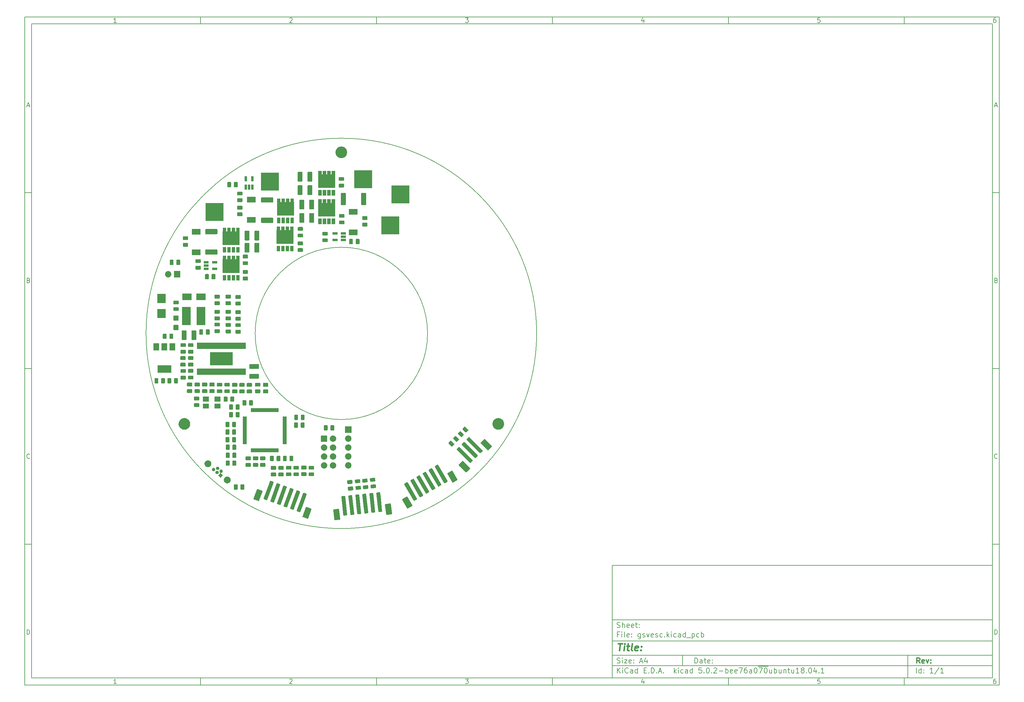
<source format=gbr>
%TF.GenerationSoftware,KiCad,Pcbnew,5.0.2-bee76a0~70~ubuntu18.04.1*%
%TF.CreationDate,2020-02-11T12:08:15+01:00*%
%TF.ProjectId,gsvesc,67737665-7363-42e6-9b69-6361645f7063,rev?*%
%TF.SameCoordinates,Original*%
%TF.FileFunction,Soldermask,Top*%
%TF.FilePolarity,Negative*%
%FSLAX45Y45*%
G04 Gerber Fmt 4.5, Leading zero omitted, Abs format (unit mm)*
G04 Created by KiCad (PCBNEW 5.0.2-bee76a0~70~ubuntu18.04.1) date Di 11 Feb 2020 12:08:15 CET*
%MOMM*%
%LPD*%
G01*
G04 APERTURE LIST*
%ADD10C,0.100000*%
%ADD11C,0.150000*%
%ADD12C,0.300000*%
%ADD13C,0.400000*%
%ADD14C,0.200000*%
G04 APERTURE END LIST*
D10*
D11*
X17700220Y-16600720D02*
X17700220Y-19800720D01*
X28500220Y-19800720D01*
X28500220Y-16600720D01*
X17700220Y-16600720D01*
D10*
D11*
X1000000Y-1000000D02*
X1000000Y-20000720D01*
X28700220Y-20000720D01*
X28700220Y-1000000D01*
X1000000Y-1000000D01*
D10*
D11*
X1200000Y-1200000D02*
X1200000Y-19800720D01*
X28500220Y-19800720D01*
X28500220Y-1200000D01*
X1200000Y-1200000D01*
D10*
D11*
X6000000Y-1200000D02*
X6000000Y-1000000D01*
D10*
D11*
X11000000Y-1200000D02*
X11000000Y-1000000D01*
D10*
D11*
X16000000Y-1200000D02*
X16000000Y-1000000D01*
D10*
D11*
X21000000Y-1200000D02*
X21000000Y-1000000D01*
D10*
D11*
X26000000Y-1200000D02*
X26000000Y-1000000D01*
D10*
D11*
X3606548Y-1158810D02*
X3532262Y-1158810D01*
X3569405Y-1158810D02*
X3569405Y-1028809D01*
X3557024Y-1047381D01*
X3544643Y-1059762D01*
X3532262Y-1065952D01*
D10*
D11*
X8532262Y-1041190D02*
X8538452Y-1035000D01*
X8550833Y-1028809D01*
X8581786Y-1028809D01*
X8594167Y-1035000D01*
X8600357Y-1041190D01*
X8606548Y-1053571D01*
X8606548Y-1065952D01*
X8600357Y-1084524D01*
X8526071Y-1158810D01*
X8606548Y-1158810D01*
D10*
D11*
X13526071Y-1028809D02*
X13606548Y-1028809D01*
X13563214Y-1078333D01*
X13581786Y-1078333D01*
X13594167Y-1084524D01*
X13600357Y-1090714D01*
X13606548Y-1103095D01*
X13606548Y-1134048D01*
X13600357Y-1146429D01*
X13594167Y-1152619D01*
X13581786Y-1158810D01*
X13544643Y-1158810D01*
X13532262Y-1152619D01*
X13526071Y-1146429D01*
D10*
D11*
X18594167Y-1072143D02*
X18594167Y-1158810D01*
X18563214Y-1022619D02*
X18532262Y-1115476D01*
X18612738Y-1115476D01*
D10*
D11*
X23600357Y-1028809D02*
X23538452Y-1028809D01*
X23532262Y-1090714D01*
X23538452Y-1084524D01*
X23550833Y-1078333D01*
X23581786Y-1078333D01*
X23594167Y-1084524D01*
X23600357Y-1090714D01*
X23606548Y-1103095D01*
X23606548Y-1134048D01*
X23600357Y-1146429D01*
X23594167Y-1152619D01*
X23581786Y-1158810D01*
X23550833Y-1158810D01*
X23538452Y-1152619D01*
X23532262Y-1146429D01*
D10*
D11*
X28594167Y-1028809D02*
X28569405Y-1028809D01*
X28557024Y-1035000D01*
X28550833Y-1041190D01*
X28538452Y-1059762D01*
X28532262Y-1084524D01*
X28532262Y-1134048D01*
X28538452Y-1146429D01*
X28544643Y-1152619D01*
X28557024Y-1158810D01*
X28581786Y-1158810D01*
X28594167Y-1152619D01*
X28600357Y-1146429D01*
X28606548Y-1134048D01*
X28606548Y-1103095D01*
X28600357Y-1090714D01*
X28594167Y-1084524D01*
X28581786Y-1078333D01*
X28557024Y-1078333D01*
X28544643Y-1084524D01*
X28538452Y-1090714D01*
X28532262Y-1103095D01*
D10*
D11*
X6000000Y-19800720D02*
X6000000Y-20000720D01*
D10*
D11*
X11000000Y-19800720D02*
X11000000Y-20000720D01*
D10*
D11*
X16000000Y-19800720D02*
X16000000Y-20000720D01*
D10*
D11*
X21000000Y-19800720D02*
X21000000Y-20000720D01*
D10*
D11*
X26000000Y-19800720D02*
X26000000Y-20000720D01*
D10*
D11*
X3606548Y-19959530D02*
X3532262Y-19959530D01*
X3569405Y-19959530D02*
X3569405Y-19829530D01*
X3557024Y-19848101D01*
X3544643Y-19860482D01*
X3532262Y-19866672D01*
D10*
D11*
X8532262Y-19841910D02*
X8538452Y-19835720D01*
X8550833Y-19829530D01*
X8581786Y-19829530D01*
X8594167Y-19835720D01*
X8600357Y-19841910D01*
X8606548Y-19854291D01*
X8606548Y-19866672D01*
X8600357Y-19885244D01*
X8526071Y-19959530D01*
X8606548Y-19959530D01*
D10*
D11*
X13526071Y-19829530D02*
X13606548Y-19829530D01*
X13563214Y-19879053D01*
X13581786Y-19879053D01*
X13594167Y-19885244D01*
X13600357Y-19891434D01*
X13606548Y-19903815D01*
X13606548Y-19934768D01*
X13600357Y-19947149D01*
X13594167Y-19953339D01*
X13581786Y-19959530D01*
X13544643Y-19959530D01*
X13532262Y-19953339D01*
X13526071Y-19947149D01*
D10*
D11*
X18594167Y-19872863D02*
X18594167Y-19959530D01*
X18563214Y-19823339D02*
X18532262Y-19916196D01*
X18612738Y-19916196D01*
D10*
D11*
X23600357Y-19829530D02*
X23538452Y-19829530D01*
X23532262Y-19891434D01*
X23538452Y-19885244D01*
X23550833Y-19879053D01*
X23581786Y-19879053D01*
X23594167Y-19885244D01*
X23600357Y-19891434D01*
X23606548Y-19903815D01*
X23606548Y-19934768D01*
X23600357Y-19947149D01*
X23594167Y-19953339D01*
X23581786Y-19959530D01*
X23550833Y-19959530D01*
X23538452Y-19953339D01*
X23532262Y-19947149D01*
D10*
D11*
X28594167Y-19829530D02*
X28569405Y-19829530D01*
X28557024Y-19835720D01*
X28550833Y-19841910D01*
X28538452Y-19860482D01*
X28532262Y-19885244D01*
X28532262Y-19934768D01*
X28538452Y-19947149D01*
X28544643Y-19953339D01*
X28557024Y-19959530D01*
X28581786Y-19959530D01*
X28594167Y-19953339D01*
X28600357Y-19947149D01*
X28606548Y-19934768D01*
X28606548Y-19903815D01*
X28600357Y-19891434D01*
X28594167Y-19885244D01*
X28581786Y-19879053D01*
X28557024Y-19879053D01*
X28544643Y-19885244D01*
X28538452Y-19891434D01*
X28532262Y-19903815D01*
D10*
D11*
X1000000Y-6000000D02*
X1200000Y-6000000D01*
D10*
D11*
X1000000Y-11000000D02*
X1200000Y-11000000D01*
D10*
D11*
X1000000Y-16000000D02*
X1200000Y-16000000D01*
D10*
D11*
X1069048Y-3521667D02*
X1130952Y-3521667D01*
X1056667Y-3558809D02*
X1100000Y-3428809D01*
X1143333Y-3558809D01*
D10*
D11*
X1109286Y-8490714D02*
X1127857Y-8496905D01*
X1134048Y-8503095D01*
X1140238Y-8515476D01*
X1140238Y-8534048D01*
X1134048Y-8546429D01*
X1127857Y-8552619D01*
X1115476Y-8558810D01*
X1065952Y-8558810D01*
X1065952Y-8428810D01*
X1109286Y-8428810D01*
X1121667Y-8435000D01*
X1127857Y-8441190D01*
X1134048Y-8453571D01*
X1134048Y-8465952D01*
X1127857Y-8478333D01*
X1121667Y-8484524D01*
X1109286Y-8490714D01*
X1065952Y-8490714D01*
D10*
D11*
X1140238Y-13546428D02*
X1134048Y-13552619D01*
X1115476Y-13558809D01*
X1103095Y-13558809D01*
X1084524Y-13552619D01*
X1072143Y-13540238D01*
X1065952Y-13527857D01*
X1059762Y-13503095D01*
X1059762Y-13484524D01*
X1065952Y-13459762D01*
X1072143Y-13447381D01*
X1084524Y-13435000D01*
X1103095Y-13428809D01*
X1115476Y-13428809D01*
X1134048Y-13435000D01*
X1140238Y-13441190D01*
D10*
D11*
X1065952Y-18558810D02*
X1065952Y-18428810D01*
X1096905Y-18428810D01*
X1115476Y-18435000D01*
X1127857Y-18447381D01*
X1134048Y-18459762D01*
X1140238Y-18484524D01*
X1140238Y-18503095D01*
X1134048Y-18527857D01*
X1127857Y-18540238D01*
X1115476Y-18552619D01*
X1096905Y-18558810D01*
X1065952Y-18558810D01*
D10*
D11*
X28700220Y-6000000D02*
X28500220Y-6000000D01*
D10*
D11*
X28700220Y-11000000D02*
X28500220Y-11000000D01*
D10*
D11*
X28700220Y-16000000D02*
X28500220Y-16000000D01*
D10*
D11*
X28569268Y-3521667D02*
X28631172Y-3521667D01*
X28556887Y-3558809D02*
X28600220Y-3428809D01*
X28643553Y-3558809D01*
D10*
D11*
X28609506Y-8490714D02*
X28628077Y-8496905D01*
X28634268Y-8503095D01*
X28640458Y-8515476D01*
X28640458Y-8534048D01*
X28634268Y-8546429D01*
X28628077Y-8552619D01*
X28615696Y-8558810D01*
X28566172Y-8558810D01*
X28566172Y-8428810D01*
X28609506Y-8428810D01*
X28621887Y-8435000D01*
X28628077Y-8441190D01*
X28634268Y-8453571D01*
X28634268Y-8465952D01*
X28628077Y-8478333D01*
X28621887Y-8484524D01*
X28609506Y-8490714D01*
X28566172Y-8490714D01*
D10*
D11*
X28640458Y-13546428D02*
X28634268Y-13552619D01*
X28615696Y-13558809D01*
X28603315Y-13558809D01*
X28584744Y-13552619D01*
X28572363Y-13540238D01*
X28566172Y-13527857D01*
X28559982Y-13503095D01*
X28559982Y-13484524D01*
X28566172Y-13459762D01*
X28572363Y-13447381D01*
X28584744Y-13435000D01*
X28603315Y-13428809D01*
X28615696Y-13428809D01*
X28634268Y-13435000D01*
X28640458Y-13441190D01*
D10*
D11*
X28566172Y-18558810D02*
X28566172Y-18428810D01*
X28597125Y-18428810D01*
X28615696Y-18435000D01*
X28628077Y-18447381D01*
X28634268Y-18459762D01*
X28640458Y-18484524D01*
X28640458Y-18503095D01*
X28634268Y-18527857D01*
X28628077Y-18540238D01*
X28615696Y-18552619D01*
X28597125Y-18558810D01*
X28566172Y-18558810D01*
D10*
D11*
X20043434Y-19378577D02*
X20043434Y-19228577D01*
X20079149Y-19228577D01*
X20100577Y-19235720D01*
X20114863Y-19250006D01*
X20122006Y-19264291D01*
X20129149Y-19292863D01*
X20129149Y-19314291D01*
X20122006Y-19342863D01*
X20114863Y-19357149D01*
X20100577Y-19371434D01*
X20079149Y-19378577D01*
X20043434Y-19378577D01*
X20257720Y-19378577D02*
X20257720Y-19300006D01*
X20250577Y-19285720D01*
X20236291Y-19278577D01*
X20207720Y-19278577D01*
X20193434Y-19285720D01*
X20257720Y-19371434D02*
X20243434Y-19378577D01*
X20207720Y-19378577D01*
X20193434Y-19371434D01*
X20186291Y-19357149D01*
X20186291Y-19342863D01*
X20193434Y-19328577D01*
X20207720Y-19321434D01*
X20243434Y-19321434D01*
X20257720Y-19314291D01*
X20307720Y-19278577D02*
X20364863Y-19278577D01*
X20329149Y-19228577D02*
X20329149Y-19357149D01*
X20336291Y-19371434D01*
X20350577Y-19378577D01*
X20364863Y-19378577D01*
X20472006Y-19371434D02*
X20457720Y-19378577D01*
X20429149Y-19378577D01*
X20414863Y-19371434D01*
X20407720Y-19357149D01*
X20407720Y-19300006D01*
X20414863Y-19285720D01*
X20429149Y-19278577D01*
X20457720Y-19278577D01*
X20472006Y-19285720D01*
X20479149Y-19300006D01*
X20479149Y-19314291D01*
X20407720Y-19328577D01*
X20543434Y-19364291D02*
X20550577Y-19371434D01*
X20543434Y-19378577D01*
X20536291Y-19371434D01*
X20543434Y-19364291D01*
X20543434Y-19378577D01*
X20543434Y-19285720D02*
X20550577Y-19292863D01*
X20543434Y-19300006D01*
X20536291Y-19292863D01*
X20543434Y-19285720D01*
X20543434Y-19300006D01*
D10*
D11*
X17700220Y-19450720D02*
X28500220Y-19450720D01*
D10*
D11*
X17843434Y-19658577D02*
X17843434Y-19508577D01*
X17929149Y-19658577D02*
X17864863Y-19572863D01*
X17929149Y-19508577D02*
X17843434Y-19594291D01*
X17993434Y-19658577D02*
X17993434Y-19558577D01*
X17993434Y-19508577D02*
X17986291Y-19515720D01*
X17993434Y-19522863D01*
X18000577Y-19515720D01*
X17993434Y-19508577D01*
X17993434Y-19522863D01*
X18150577Y-19644291D02*
X18143434Y-19651434D01*
X18122006Y-19658577D01*
X18107720Y-19658577D01*
X18086291Y-19651434D01*
X18072006Y-19637149D01*
X18064863Y-19622863D01*
X18057720Y-19594291D01*
X18057720Y-19572863D01*
X18064863Y-19544291D01*
X18072006Y-19530006D01*
X18086291Y-19515720D01*
X18107720Y-19508577D01*
X18122006Y-19508577D01*
X18143434Y-19515720D01*
X18150577Y-19522863D01*
X18279149Y-19658577D02*
X18279149Y-19580006D01*
X18272006Y-19565720D01*
X18257720Y-19558577D01*
X18229149Y-19558577D01*
X18214863Y-19565720D01*
X18279149Y-19651434D02*
X18264863Y-19658577D01*
X18229149Y-19658577D01*
X18214863Y-19651434D01*
X18207720Y-19637149D01*
X18207720Y-19622863D01*
X18214863Y-19608577D01*
X18229149Y-19601434D01*
X18264863Y-19601434D01*
X18279149Y-19594291D01*
X18414863Y-19658577D02*
X18414863Y-19508577D01*
X18414863Y-19651434D02*
X18400577Y-19658577D01*
X18372006Y-19658577D01*
X18357720Y-19651434D01*
X18350577Y-19644291D01*
X18343434Y-19630006D01*
X18343434Y-19587149D01*
X18350577Y-19572863D01*
X18357720Y-19565720D01*
X18372006Y-19558577D01*
X18400577Y-19558577D01*
X18414863Y-19565720D01*
X18600577Y-19580006D02*
X18650577Y-19580006D01*
X18672006Y-19658577D02*
X18600577Y-19658577D01*
X18600577Y-19508577D01*
X18672006Y-19508577D01*
X18736291Y-19644291D02*
X18743434Y-19651434D01*
X18736291Y-19658577D01*
X18729149Y-19651434D01*
X18736291Y-19644291D01*
X18736291Y-19658577D01*
X18807720Y-19658577D02*
X18807720Y-19508577D01*
X18843434Y-19508577D01*
X18864863Y-19515720D01*
X18879149Y-19530006D01*
X18886291Y-19544291D01*
X18893434Y-19572863D01*
X18893434Y-19594291D01*
X18886291Y-19622863D01*
X18879149Y-19637149D01*
X18864863Y-19651434D01*
X18843434Y-19658577D01*
X18807720Y-19658577D01*
X18957720Y-19644291D02*
X18964863Y-19651434D01*
X18957720Y-19658577D01*
X18950577Y-19651434D01*
X18957720Y-19644291D01*
X18957720Y-19658577D01*
X19022006Y-19615720D02*
X19093434Y-19615720D01*
X19007720Y-19658577D02*
X19057720Y-19508577D01*
X19107720Y-19658577D01*
X19157720Y-19644291D02*
X19164863Y-19651434D01*
X19157720Y-19658577D01*
X19150577Y-19651434D01*
X19157720Y-19644291D01*
X19157720Y-19658577D01*
X19457720Y-19658577D02*
X19457720Y-19508577D01*
X19472006Y-19601434D02*
X19514863Y-19658577D01*
X19514863Y-19558577D02*
X19457720Y-19615720D01*
X19579149Y-19658577D02*
X19579149Y-19558577D01*
X19579149Y-19508577D02*
X19572006Y-19515720D01*
X19579149Y-19522863D01*
X19586291Y-19515720D01*
X19579149Y-19508577D01*
X19579149Y-19522863D01*
X19714863Y-19651434D02*
X19700577Y-19658577D01*
X19672006Y-19658577D01*
X19657720Y-19651434D01*
X19650577Y-19644291D01*
X19643434Y-19630006D01*
X19643434Y-19587149D01*
X19650577Y-19572863D01*
X19657720Y-19565720D01*
X19672006Y-19558577D01*
X19700577Y-19558577D01*
X19714863Y-19565720D01*
X19843434Y-19658577D02*
X19843434Y-19580006D01*
X19836291Y-19565720D01*
X19822006Y-19558577D01*
X19793434Y-19558577D01*
X19779149Y-19565720D01*
X19843434Y-19651434D02*
X19829149Y-19658577D01*
X19793434Y-19658577D01*
X19779149Y-19651434D01*
X19772006Y-19637149D01*
X19772006Y-19622863D01*
X19779149Y-19608577D01*
X19793434Y-19601434D01*
X19829149Y-19601434D01*
X19843434Y-19594291D01*
X19979149Y-19658577D02*
X19979149Y-19508577D01*
X19979149Y-19651434D02*
X19964863Y-19658577D01*
X19936291Y-19658577D01*
X19922006Y-19651434D01*
X19914863Y-19644291D01*
X19907720Y-19630006D01*
X19907720Y-19587149D01*
X19914863Y-19572863D01*
X19922006Y-19565720D01*
X19936291Y-19558577D01*
X19964863Y-19558577D01*
X19979149Y-19565720D01*
X20236291Y-19508577D02*
X20164863Y-19508577D01*
X20157720Y-19580006D01*
X20164863Y-19572863D01*
X20179149Y-19565720D01*
X20214863Y-19565720D01*
X20229149Y-19572863D01*
X20236291Y-19580006D01*
X20243434Y-19594291D01*
X20243434Y-19630006D01*
X20236291Y-19644291D01*
X20229149Y-19651434D01*
X20214863Y-19658577D01*
X20179149Y-19658577D01*
X20164863Y-19651434D01*
X20157720Y-19644291D01*
X20307720Y-19644291D02*
X20314863Y-19651434D01*
X20307720Y-19658577D01*
X20300577Y-19651434D01*
X20307720Y-19644291D01*
X20307720Y-19658577D01*
X20407720Y-19508577D02*
X20422006Y-19508577D01*
X20436291Y-19515720D01*
X20443434Y-19522863D01*
X20450577Y-19537149D01*
X20457720Y-19565720D01*
X20457720Y-19601434D01*
X20450577Y-19630006D01*
X20443434Y-19644291D01*
X20436291Y-19651434D01*
X20422006Y-19658577D01*
X20407720Y-19658577D01*
X20393434Y-19651434D01*
X20386291Y-19644291D01*
X20379149Y-19630006D01*
X20372006Y-19601434D01*
X20372006Y-19565720D01*
X20379149Y-19537149D01*
X20386291Y-19522863D01*
X20393434Y-19515720D01*
X20407720Y-19508577D01*
X20522006Y-19644291D02*
X20529149Y-19651434D01*
X20522006Y-19658577D01*
X20514863Y-19651434D01*
X20522006Y-19644291D01*
X20522006Y-19658577D01*
X20586291Y-19522863D02*
X20593434Y-19515720D01*
X20607720Y-19508577D01*
X20643434Y-19508577D01*
X20657720Y-19515720D01*
X20664863Y-19522863D01*
X20672006Y-19537149D01*
X20672006Y-19551434D01*
X20664863Y-19572863D01*
X20579149Y-19658577D01*
X20672006Y-19658577D01*
X20736291Y-19601434D02*
X20850577Y-19601434D01*
X20922006Y-19658577D02*
X20922006Y-19508577D01*
X20922006Y-19565720D02*
X20936291Y-19558577D01*
X20964863Y-19558577D01*
X20979149Y-19565720D01*
X20986291Y-19572863D01*
X20993434Y-19587149D01*
X20993434Y-19630006D01*
X20986291Y-19644291D01*
X20979149Y-19651434D01*
X20964863Y-19658577D01*
X20936291Y-19658577D01*
X20922006Y-19651434D01*
X21114863Y-19651434D02*
X21100577Y-19658577D01*
X21072006Y-19658577D01*
X21057720Y-19651434D01*
X21050577Y-19637149D01*
X21050577Y-19580006D01*
X21057720Y-19565720D01*
X21072006Y-19558577D01*
X21100577Y-19558577D01*
X21114863Y-19565720D01*
X21122006Y-19580006D01*
X21122006Y-19594291D01*
X21050577Y-19608577D01*
X21243434Y-19651434D02*
X21229149Y-19658577D01*
X21200577Y-19658577D01*
X21186291Y-19651434D01*
X21179149Y-19637149D01*
X21179149Y-19580006D01*
X21186291Y-19565720D01*
X21200577Y-19558577D01*
X21229149Y-19558577D01*
X21243434Y-19565720D01*
X21250577Y-19580006D01*
X21250577Y-19594291D01*
X21179149Y-19608577D01*
X21300577Y-19508577D02*
X21400577Y-19508577D01*
X21336291Y-19658577D01*
X21522006Y-19508577D02*
X21493434Y-19508577D01*
X21479149Y-19515720D01*
X21472006Y-19522863D01*
X21457720Y-19544291D01*
X21450577Y-19572863D01*
X21450577Y-19630006D01*
X21457720Y-19644291D01*
X21464863Y-19651434D01*
X21479149Y-19658577D01*
X21507720Y-19658577D01*
X21522006Y-19651434D01*
X21529149Y-19644291D01*
X21536291Y-19630006D01*
X21536291Y-19594291D01*
X21529149Y-19580006D01*
X21522006Y-19572863D01*
X21507720Y-19565720D01*
X21479149Y-19565720D01*
X21464863Y-19572863D01*
X21457720Y-19580006D01*
X21450577Y-19594291D01*
X21664863Y-19658577D02*
X21664863Y-19580006D01*
X21657720Y-19565720D01*
X21643434Y-19558577D01*
X21614863Y-19558577D01*
X21600577Y-19565720D01*
X21664863Y-19651434D02*
X21650577Y-19658577D01*
X21614863Y-19658577D01*
X21600577Y-19651434D01*
X21593434Y-19637149D01*
X21593434Y-19622863D01*
X21600577Y-19608577D01*
X21614863Y-19601434D01*
X21650577Y-19601434D01*
X21664863Y-19594291D01*
X21764863Y-19508577D02*
X21779149Y-19508577D01*
X21793434Y-19515720D01*
X21800577Y-19522863D01*
X21807720Y-19537149D01*
X21814863Y-19565720D01*
X21814863Y-19601434D01*
X21807720Y-19630006D01*
X21800577Y-19644291D01*
X21793434Y-19651434D01*
X21779149Y-19658577D01*
X21764863Y-19658577D01*
X21750577Y-19651434D01*
X21743434Y-19644291D01*
X21736291Y-19630006D01*
X21729149Y-19601434D01*
X21729149Y-19565720D01*
X21736291Y-19537149D01*
X21743434Y-19522863D01*
X21750577Y-19515720D01*
X21764863Y-19508577D01*
X21843434Y-19467720D02*
X21986291Y-19467720D01*
X21864863Y-19508577D02*
X21964863Y-19508577D01*
X21900577Y-19658577D01*
X21986291Y-19467720D02*
X22129149Y-19467720D01*
X22050577Y-19508577D02*
X22064863Y-19508577D01*
X22079149Y-19515720D01*
X22086291Y-19522863D01*
X22093434Y-19537149D01*
X22100577Y-19565720D01*
X22100577Y-19601434D01*
X22093434Y-19630006D01*
X22086291Y-19644291D01*
X22079149Y-19651434D01*
X22064863Y-19658577D01*
X22050577Y-19658577D01*
X22036291Y-19651434D01*
X22029149Y-19644291D01*
X22022006Y-19630006D01*
X22014863Y-19601434D01*
X22014863Y-19565720D01*
X22022006Y-19537149D01*
X22029149Y-19522863D01*
X22036291Y-19515720D01*
X22050577Y-19508577D01*
X22229149Y-19558577D02*
X22229149Y-19658577D01*
X22164863Y-19558577D02*
X22164863Y-19637149D01*
X22172006Y-19651434D01*
X22186291Y-19658577D01*
X22207720Y-19658577D01*
X22222006Y-19651434D01*
X22229149Y-19644291D01*
X22300577Y-19658577D02*
X22300577Y-19508577D01*
X22300577Y-19565720D02*
X22314863Y-19558577D01*
X22343434Y-19558577D01*
X22357720Y-19565720D01*
X22364863Y-19572863D01*
X22372006Y-19587149D01*
X22372006Y-19630006D01*
X22364863Y-19644291D01*
X22357720Y-19651434D01*
X22343434Y-19658577D01*
X22314863Y-19658577D01*
X22300577Y-19651434D01*
X22500577Y-19558577D02*
X22500577Y-19658577D01*
X22436291Y-19558577D02*
X22436291Y-19637149D01*
X22443434Y-19651434D01*
X22457720Y-19658577D01*
X22479148Y-19658577D01*
X22493434Y-19651434D01*
X22500577Y-19644291D01*
X22572006Y-19558577D02*
X22572006Y-19658577D01*
X22572006Y-19572863D02*
X22579148Y-19565720D01*
X22593434Y-19558577D01*
X22614863Y-19558577D01*
X22629148Y-19565720D01*
X22636291Y-19580006D01*
X22636291Y-19658577D01*
X22686291Y-19558577D02*
X22743434Y-19558577D01*
X22707720Y-19508577D02*
X22707720Y-19637149D01*
X22714863Y-19651434D01*
X22729148Y-19658577D01*
X22743434Y-19658577D01*
X22857720Y-19558577D02*
X22857720Y-19658577D01*
X22793434Y-19558577D02*
X22793434Y-19637149D01*
X22800577Y-19651434D01*
X22814863Y-19658577D01*
X22836291Y-19658577D01*
X22850577Y-19651434D01*
X22857720Y-19644291D01*
X23007720Y-19658577D02*
X22922006Y-19658577D01*
X22964863Y-19658577D02*
X22964863Y-19508577D01*
X22950577Y-19530006D01*
X22936291Y-19544291D01*
X22922006Y-19551434D01*
X23093434Y-19572863D02*
X23079148Y-19565720D01*
X23072006Y-19558577D01*
X23064863Y-19544291D01*
X23064863Y-19537149D01*
X23072006Y-19522863D01*
X23079148Y-19515720D01*
X23093434Y-19508577D01*
X23122006Y-19508577D01*
X23136291Y-19515720D01*
X23143434Y-19522863D01*
X23150577Y-19537149D01*
X23150577Y-19544291D01*
X23143434Y-19558577D01*
X23136291Y-19565720D01*
X23122006Y-19572863D01*
X23093434Y-19572863D01*
X23079148Y-19580006D01*
X23072006Y-19587149D01*
X23064863Y-19601434D01*
X23064863Y-19630006D01*
X23072006Y-19644291D01*
X23079148Y-19651434D01*
X23093434Y-19658577D01*
X23122006Y-19658577D01*
X23136291Y-19651434D01*
X23143434Y-19644291D01*
X23150577Y-19630006D01*
X23150577Y-19601434D01*
X23143434Y-19587149D01*
X23136291Y-19580006D01*
X23122006Y-19572863D01*
X23214863Y-19644291D02*
X23222006Y-19651434D01*
X23214863Y-19658577D01*
X23207720Y-19651434D01*
X23214863Y-19644291D01*
X23214863Y-19658577D01*
X23314863Y-19508577D02*
X23329148Y-19508577D01*
X23343434Y-19515720D01*
X23350577Y-19522863D01*
X23357720Y-19537149D01*
X23364863Y-19565720D01*
X23364863Y-19601434D01*
X23357720Y-19630006D01*
X23350577Y-19644291D01*
X23343434Y-19651434D01*
X23329148Y-19658577D01*
X23314863Y-19658577D01*
X23300577Y-19651434D01*
X23293434Y-19644291D01*
X23286291Y-19630006D01*
X23279148Y-19601434D01*
X23279148Y-19565720D01*
X23286291Y-19537149D01*
X23293434Y-19522863D01*
X23300577Y-19515720D01*
X23314863Y-19508577D01*
X23493434Y-19558577D02*
X23493434Y-19658577D01*
X23457720Y-19501434D02*
X23422006Y-19608577D01*
X23514863Y-19608577D01*
X23572006Y-19644291D02*
X23579148Y-19651434D01*
X23572006Y-19658577D01*
X23564863Y-19651434D01*
X23572006Y-19644291D01*
X23572006Y-19658577D01*
X23722006Y-19658577D02*
X23636291Y-19658577D01*
X23679148Y-19658577D02*
X23679148Y-19508577D01*
X23664863Y-19530006D01*
X23650577Y-19544291D01*
X23636291Y-19551434D01*
D10*
D11*
X17700220Y-19150720D02*
X28500220Y-19150720D01*
D10*
D12*
X26441148Y-19378577D02*
X26391148Y-19307149D01*
X26355434Y-19378577D02*
X26355434Y-19228577D01*
X26412577Y-19228577D01*
X26426863Y-19235720D01*
X26434006Y-19242863D01*
X26441148Y-19257149D01*
X26441148Y-19278577D01*
X26434006Y-19292863D01*
X26426863Y-19300006D01*
X26412577Y-19307149D01*
X26355434Y-19307149D01*
X26562577Y-19371434D02*
X26548291Y-19378577D01*
X26519720Y-19378577D01*
X26505434Y-19371434D01*
X26498291Y-19357149D01*
X26498291Y-19300006D01*
X26505434Y-19285720D01*
X26519720Y-19278577D01*
X26548291Y-19278577D01*
X26562577Y-19285720D01*
X26569720Y-19300006D01*
X26569720Y-19314291D01*
X26498291Y-19328577D01*
X26619720Y-19278577D02*
X26655434Y-19378577D01*
X26691148Y-19278577D01*
X26748291Y-19364291D02*
X26755434Y-19371434D01*
X26748291Y-19378577D01*
X26741148Y-19371434D01*
X26748291Y-19364291D01*
X26748291Y-19378577D01*
X26748291Y-19285720D02*
X26755434Y-19292863D01*
X26748291Y-19300006D01*
X26741148Y-19292863D01*
X26748291Y-19285720D01*
X26748291Y-19300006D01*
D10*
D11*
X17836291Y-19371434D02*
X17857720Y-19378577D01*
X17893434Y-19378577D01*
X17907720Y-19371434D01*
X17914863Y-19364291D01*
X17922006Y-19350006D01*
X17922006Y-19335720D01*
X17914863Y-19321434D01*
X17907720Y-19314291D01*
X17893434Y-19307149D01*
X17864863Y-19300006D01*
X17850577Y-19292863D01*
X17843434Y-19285720D01*
X17836291Y-19271434D01*
X17836291Y-19257149D01*
X17843434Y-19242863D01*
X17850577Y-19235720D01*
X17864863Y-19228577D01*
X17900577Y-19228577D01*
X17922006Y-19235720D01*
X17986291Y-19378577D02*
X17986291Y-19278577D01*
X17986291Y-19228577D02*
X17979149Y-19235720D01*
X17986291Y-19242863D01*
X17993434Y-19235720D01*
X17986291Y-19228577D01*
X17986291Y-19242863D01*
X18043434Y-19278577D02*
X18122006Y-19278577D01*
X18043434Y-19378577D01*
X18122006Y-19378577D01*
X18236291Y-19371434D02*
X18222006Y-19378577D01*
X18193434Y-19378577D01*
X18179149Y-19371434D01*
X18172006Y-19357149D01*
X18172006Y-19300006D01*
X18179149Y-19285720D01*
X18193434Y-19278577D01*
X18222006Y-19278577D01*
X18236291Y-19285720D01*
X18243434Y-19300006D01*
X18243434Y-19314291D01*
X18172006Y-19328577D01*
X18307720Y-19364291D02*
X18314863Y-19371434D01*
X18307720Y-19378577D01*
X18300577Y-19371434D01*
X18307720Y-19364291D01*
X18307720Y-19378577D01*
X18307720Y-19285720D02*
X18314863Y-19292863D01*
X18307720Y-19300006D01*
X18300577Y-19292863D01*
X18307720Y-19285720D01*
X18307720Y-19300006D01*
X18486291Y-19335720D02*
X18557720Y-19335720D01*
X18472006Y-19378577D02*
X18522006Y-19228577D01*
X18572006Y-19378577D01*
X18686291Y-19278577D02*
X18686291Y-19378577D01*
X18650577Y-19221434D02*
X18614863Y-19328577D01*
X18707720Y-19328577D01*
D10*
D11*
X26343434Y-19658577D02*
X26343434Y-19508577D01*
X26479148Y-19658577D02*
X26479148Y-19508577D01*
X26479148Y-19651434D02*
X26464863Y-19658577D01*
X26436291Y-19658577D01*
X26422006Y-19651434D01*
X26414863Y-19644291D01*
X26407720Y-19630006D01*
X26407720Y-19587149D01*
X26414863Y-19572863D01*
X26422006Y-19565720D01*
X26436291Y-19558577D01*
X26464863Y-19558577D01*
X26479148Y-19565720D01*
X26550577Y-19644291D02*
X26557720Y-19651434D01*
X26550577Y-19658577D01*
X26543434Y-19651434D01*
X26550577Y-19644291D01*
X26550577Y-19658577D01*
X26550577Y-19565720D02*
X26557720Y-19572863D01*
X26550577Y-19580006D01*
X26543434Y-19572863D01*
X26550577Y-19565720D01*
X26550577Y-19580006D01*
X26814863Y-19658577D02*
X26729148Y-19658577D01*
X26772006Y-19658577D02*
X26772006Y-19508577D01*
X26757720Y-19530006D01*
X26743434Y-19544291D01*
X26729148Y-19551434D01*
X26986291Y-19501434D02*
X26857720Y-19694291D01*
X27114863Y-19658577D02*
X27029148Y-19658577D01*
X27072006Y-19658577D02*
X27072006Y-19508577D01*
X27057720Y-19530006D01*
X27043434Y-19544291D01*
X27029148Y-19551434D01*
D10*
D11*
X17700220Y-18750720D02*
X28500220Y-18750720D01*
D10*
D13*
X17871458Y-18821196D02*
X17985744Y-18821196D01*
X17903601Y-19021196D02*
X17928601Y-18821196D01*
X18027410Y-19021196D02*
X18044077Y-18887863D01*
X18052410Y-18821196D02*
X18041696Y-18830720D01*
X18050030Y-18840244D01*
X18060744Y-18830720D01*
X18052410Y-18821196D01*
X18050030Y-18840244D01*
X18110744Y-18887863D02*
X18186934Y-18887863D01*
X18147649Y-18821196D02*
X18126220Y-18992625D01*
X18133363Y-19011672D01*
X18151220Y-19021196D01*
X18170268Y-19021196D01*
X18265506Y-19021196D02*
X18247649Y-19011672D01*
X18240506Y-18992625D01*
X18261934Y-18821196D01*
X18419077Y-19011672D02*
X18398839Y-19021196D01*
X18360744Y-19021196D01*
X18342887Y-19011672D01*
X18335744Y-18992625D01*
X18345268Y-18916434D01*
X18357172Y-18897387D01*
X18377410Y-18887863D01*
X18415506Y-18887863D01*
X18433363Y-18897387D01*
X18440506Y-18916434D01*
X18438125Y-18935482D01*
X18340506Y-18954530D01*
X18515506Y-19002149D02*
X18523839Y-19011672D01*
X18513125Y-19021196D01*
X18504791Y-19011672D01*
X18515506Y-19002149D01*
X18513125Y-19021196D01*
X18528601Y-18897387D02*
X18536934Y-18906910D01*
X18526220Y-18916434D01*
X18517887Y-18906910D01*
X18528601Y-18897387D01*
X18526220Y-18916434D01*
D10*
D11*
X17893434Y-18560006D02*
X17843434Y-18560006D01*
X17843434Y-18638577D02*
X17843434Y-18488577D01*
X17914863Y-18488577D01*
X17972006Y-18638577D02*
X17972006Y-18538577D01*
X17972006Y-18488577D02*
X17964863Y-18495720D01*
X17972006Y-18502863D01*
X17979149Y-18495720D01*
X17972006Y-18488577D01*
X17972006Y-18502863D01*
X18064863Y-18638577D02*
X18050577Y-18631434D01*
X18043434Y-18617149D01*
X18043434Y-18488577D01*
X18179149Y-18631434D02*
X18164863Y-18638577D01*
X18136291Y-18638577D01*
X18122006Y-18631434D01*
X18114863Y-18617149D01*
X18114863Y-18560006D01*
X18122006Y-18545720D01*
X18136291Y-18538577D01*
X18164863Y-18538577D01*
X18179149Y-18545720D01*
X18186291Y-18560006D01*
X18186291Y-18574291D01*
X18114863Y-18588577D01*
X18250577Y-18624291D02*
X18257720Y-18631434D01*
X18250577Y-18638577D01*
X18243434Y-18631434D01*
X18250577Y-18624291D01*
X18250577Y-18638577D01*
X18250577Y-18545720D02*
X18257720Y-18552863D01*
X18250577Y-18560006D01*
X18243434Y-18552863D01*
X18250577Y-18545720D01*
X18250577Y-18560006D01*
X18500577Y-18538577D02*
X18500577Y-18660006D01*
X18493434Y-18674291D01*
X18486291Y-18681434D01*
X18472006Y-18688577D01*
X18450577Y-18688577D01*
X18436291Y-18681434D01*
X18500577Y-18631434D02*
X18486291Y-18638577D01*
X18457720Y-18638577D01*
X18443434Y-18631434D01*
X18436291Y-18624291D01*
X18429149Y-18610006D01*
X18429149Y-18567149D01*
X18436291Y-18552863D01*
X18443434Y-18545720D01*
X18457720Y-18538577D01*
X18486291Y-18538577D01*
X18500577Y-18545720D01*
X18564863Y-18631434D02*
X18579149Y-18638577D01*
X18607720Y-18638577D01*
X18622006Y-18631434D01*
X18629149Y-18617149D01*
X18629149Y-18610006D01*
X18622006Y-18595720D01*
X18607720Y-18588577D01*
X18586291Y-18588577D01*
X18572006Y-18581434D01*
X18564863Y-18567149D01*
X18564863Y-18560006D01*
X18572006Y-18545720D01*
X18586291Y-18538577D01*
X18607720Y-18538577D01*
X18622006Y-18545720D01*
X18679149Y-18538577D02*
X18714863Y-18638577D01*
X18750577Y-18538577D01*
X18864863Y-18631434D02*
X18850577Y-18638577D01*
X18822006Y-18638577D01*
X18807720Y-18631434D01*
X18800577Y-18617149D01*
X18800577Y-18560006D01*
X18807720Y-18545720D01*
X18822006Y-18538577D01*
X18850577Y-18538577D01*
X18864863Y-18545720D01*
X18872006Y-18560006D01*
X18872006Y-18574291D01*
X18800577Y-18588577D01*
X18929149Y-18631434D02*
X18943434Y-18638577D01*
X18972006Y-18638577D01*
X18986291Y-18631434D01*
X18993434Y-18617149D01*
X18993434Y-18610006D01*
X18986291Y-18595720D01*
X18972006Y-18588577D01*
X18950577Y-18588577D01*
X18936291Y-18581434D01*
X18929149Y-18567149D01*
X18929149Y-18560006D01*
X18936291Y-18545720D01*
X18950577Y-18538577D01*
X18972006Y-18538577D01*
X18986291Y-18545720D01*
X19122006Y-18631434D02*
X19107720Y-18638577D01*
X19079149Y-18638577D01*
X19064863Y-18631434D01*
X19057720Y-18624291D01*
X19050577Y-18610006D01*
X19050577Y-18567149D01*
X19057720Y-18552863D01*
X19064863Y-18545720D01*
X19079149Y-18538577D01*
X19107720Y-18538577D01*
X19122006Y-18545720D01*
X19186291Y-18624291D02*
X19193434Y-18631434D01*
X19186291Y-18638577D01*
X19179149Y-18631434D01*
X19186291Y-18624291D01*
X19186291Y-18638577D01*
X19257720Y-18638577D02*
X19257720Y-18488577D01*
X19272006Y-18581434D02*
X19314863Y-18638577D01*
X19314863Y-18538577D02*
X19257720Y-18595720D01*
X19379149Y-18638577D02*
X19379149Y-18538577D01*
X19379149Y-18488577D02*
X19372006Y-18495720D01*
X19379149Y-18502863D01*
X19386291Y-18495720D01*
X19379149Y-18488577D01*
X19379149Y-18502863D01*
X19514863Y-18631434D02*
X19500577Y-18638577D01*
X19472006Y-18638577D01*
X19457720Y-18631434D01*
X19450577Y-18624291D01*
X19443434Y-18610006D01*
X19443434Y-18567149D01*
X19450577Y-18552863D01*
X19457720Y-18545720D01*
X19472006Y-18538577D01*
X19500577Y-18538577D01*
X19514863Y-18545720D01*
X19643434Y-18638577D02*
X19643434Y-18560006D01*
X19636291Y-18545720D01*
X19622006Y-18538577D01*
X19593434Y-18538577D01*
X19579149Y-18545720D01*
X19643434Y-18631434D02*
X19629149Y-18638577D01*
X19593434Y-18638577D01*
X19579149Y-18631434D01*
X19572006Y-18617149D01*
X19572006Y-18602863D01*
X19579149Y-18588577D01*
X19593434Y-18581434D01*
X19629149Y-18581434D01*
X19643434Y-18574291D01*
X19779149Y-18638577D02*
X19779149Y-18488577D01*
X19779149Y-18631434D02*
X19764863Y-18638577D01*
X19736291Y-18638577D01*
X19722006Y-18631434D01*
X19714863Y-18624291D01*
X19707720Y-18610006D01*
X19707720Y-18567149D01*
X19714863Y-18552863D01*
X19722006Y-18545720D01*
X19736291Y-18538577D01*
X19764863Y-18538577D01*
X19779149Y-18545720D01*
X19814863Y-18652863D02*
X19929149Y-18652863D01*
X19964863Y-18538577D02*
X19964863Y-18688577D01*
X19964863Y-18545720D02*
X19979149Y-18538577D01*
X20007720Y-18538577D01*
X20022006Y-18545720D01*
X20029149Y-18552863D01*
X20036291Y-18567149D01*
X20036291Y-18610006D01*
X20029149Y-18624291D01*
X20022006Y-18631434D01*
X20007720Y-18638577D01*
X19979149Y-18638577D01*
X19964863Y-18631434D01*
X20164863Y-18631434D02*
X20150577Y-18638577D01*
X20122006Y-18638577D01*
X20107720Y-18631434D01*
X20100577Y-18624291D01*
X20093434Y-18610006D01*
X20093434Y-18567149D01*
X20100577Y-18552863D01*
X20107720Y-18545720D01*
X20122006Y-18538577D01*
X20150577Y-18538577D01*
X20164863Y-18545720D01*
X20229149Y-18638577D02*
X20229149Y-18488577D01*
X20229149Y-18545720D02*
X20243434Y-18538577D01*
X20272006Y-18538577D01*
X20286291Y-18545720D01*
X20293434Y-18552863D01*
X20300577Y-18567149D01*
X20300577Y-18610006D01*
X20293434Y-18624291D01*
X20286291Y-18631434D01*
X20272006Y-18638577D01*
X20243434Y-18638577D01*
X20229149Y-18631434D01*
D10*
D11*
X17700220Y-18150720D02*
X28500220Y-18150720D01*
D10*
D11*
X17836291Y-18361434D02*
X17857720Y-18368577D01*
X17893434Y-18368577D01*
X17907720Y-18361434D01*
X17914863Y-18354291D01*
X17922006Y-18340006D01*
X17922006Y-18325720D01*
X17914863Y-18311434D01*
X17907720Y-18304291D01*
X17893434Y-18297149D01*
X17864863Y-18290006D01*
X17850577Y-18282863D01*
X17843434Y-18275720D01*
X17836291Y-18261434D01*
X17836291Y-18247149D01*
X17843434Y-18232863D01*
X17850577Y-18225720D01*
X17864863Y-18218577D01*
X17900577Y-18218577D01*
X17922006Y-18225720D01*
X17986291Y-18368577D02*
X17986291Y-18218577D01*
X18050577Y-18368577D02*
X18050577Y-18290006D01*
X18043434Y-18275720D01*
X18029149Y-18268577D01*
X18007720Y-18268577D01*
X17993434Y-18275720D01*
X17986291Y-18282863D01*
X18179149Y-18361434D02*
X18164863Y-18368577D01*
X18136291Y-18368577D01*
X18122006Y-18361434D01*
X18114863Y-18347149D01*
X18114863Y-18290006D01*
X18122006Y-18275720D01*
X18136291Y-18268577D01*
X18164863Y-18268577D01*
X18179149Y-18275720D01*
X18186291Y-18290006D01*
X18186291Y-18304291D01*
X18114863Y-18318577D01*
X18307720Y-18361434D02*
X18293434Y-18368577D01*
X18264863Y-18368577D01*
X18250577Y-18361434D01*
X18243434Y-18347149D01*
X18243434Y-18290006D01*
X18250577Y-18275720D01*
X18264863Y-18268577D01*
X18293434Y-18268577D01*
X18307720Y-18275720D01*
X18314863Y-18290006D01*
X18314863Y-18304291D01*
X18243434Y-18318577D01*
X18357720Y-18268577D02*
X18414863Y-18268577D01*
X18379149Y-18218577D02*
X18379149Y-18347149D01*
X18386291Y-18361434D01*
X18400577Y-18368577D01*
X18414863Y-18368577D01*
X18464863Y-18354291D02*
X18472006Y-18361434D01*
X18464863Y-18368577D01*
X18457720Y-18361434D01*
X18464863Y-18354291D01*
X18464863Y-18368577D01*
X18464863Y-18275720D02*
X18472006Y-18282863D01*
X18464863Y-18290006D01*
X18457720Y-18282863D01*
X18464863Y-18275720D01*
X18464863Y-18290006D01*
D10*
D11*
X19700220Y-19150720D02*
X19700220Y-19450720D01*
D10*
D11*
X26100220Y-19150720D02*
X26100220Y-19800720D01*
D14*
X12450000Y-10000000D02*
G75*
G03X12450000Y-10000000I-2450000J0D01*
G01*
X15550000Y-10000000D02*
G75*
G03X15550000Y-10000000I-5550000J0D01*
G01*
D10*
G36*
X9925434Y-14991568D02*
X9928692Y-14992893D01*
X9931629Y-14994828D01*
X9934132Y-14997298D01*
X9936105Y-15000209D01*
X9937472Y-15003449D01*
X9938305Y-15007499D01*
X9966838Y-15278975D01*
X9966865Y-15283109D01*
X9966202Y-15286562D01*
X9964877Y-15289820D01*
X9962943Y-15292757D01*
X9960472Y-15295260D01*
X9957561Y-15297233D01*
X9954321Y-15298600D01*
X9950271Y-15299433D01*
X9942336Y-15300267D01*
X9942336Y-15300267D01*
X9825964Y-15312498D01*
X9825964Y-15312498D01*
X9818028Y-15313332D01*
X9813894Y-15313359D01*
X9810441Y-15312696D01*
X9807183Y-15311371D01*
X9804246Y-15309437D01*
X9801743Y-15306966D01*
X9799770Y-15304055D01*
X9798403Y-15300815D01*
X9797570Y-15296765D01*
X9771618Y-15049845D01*
X9769871Y-15033225D01*
X9769871Y-15033225D01*
X9769037Y-15025289D01*
X9769010Y-15021156D01*
X9769674Y-15017702D01*
X9770998Y-15014444D01*
X9772933Y-15011507D01*
X9775403Y-15009004D01*
X9778315Y-15007031D01*
X9781555Y-15005664D01*
X9785604Y-15004831D01*
X9793539Y-15003997D01*
X9793539Y-15003997D01*
X9909911Y-14991766D01*
X9909911Y-14991766D01*
X9917847Y-14990932D01*
X9921981Y-14990905D01*
X9925434Y-14991568D01*
X9925434Y-14991568D01*
G37*
G36*
X9009166Y-14934309D02*
X9013169Y-14935335D01*
X9020668Y-14938064D01*
X9020668Y-14938064D01*
X9130624Y-14978085D01*
X9130626Y-14978086D01*
X9138123Y-14980815D01*
X9141850Y-14982602D01*
X9144663Y-14984712D01*
X9147011Y-14987331D01*
X9148802Y-14990357D01*
X9149969Y-14993675D01*
X9150466Y-14997156D01*
X9150274Y-15000668D01*
X9149248Y-15004671D01*
X9146519Y-15012170D01*
X9146519Y-15012171D01*
X9058615Y-15253683D01*
X9058614Y-15253685D01*
X9055886Y-15261182D01*
X9054098Y-15264909D01*
X9051988Y-15267722D01*
X9049369Y-15270070D01*
X9046343Y-15271861D01*
X9043026Y-15273028D01*
X9039544Y-15273525D01*
X9036032Y-15273333D01*
X9032029Y-15272307D01*
X9024531Y-15269578D01*
X9024530Y-15269578D01*
X8914574Y-15229557D01*
X8914572Y-15229556D01*
X8907075Y-15226828D01*
X8903348Y-15225040D01*
X8900535Y-15222930D01*
X8898187Y-15220311D01*
X8896396Y-15217285D01*
X8895229Y-15213968D01*
X8894732Y-15210486D01*
X8894924Y-15206974D01*
X8895950Y-15202971D01*
X8898679Y-15195472D01*
X8898679Y-15195472D01*
X8986583Y-14953959D01*
X8986584Y-14953957D01*
X8989312Y-14946460D01*
X8991100Y-14942733D01*
X8993210Y-14939920D01*
X8995829Y-14937572D01*
X8998855Y-14935781D01*
X9002172Y-14934614D01*
X9005654Y-14934117D01*
X9009166Y-14934309D01*
X9009166Y-14934309D01*
G37*
G36*
X10095699Y-14621998D02*
X10099556Y-14623566D01*
X10103033Y-14625856D01*
X10105997Y-14628781D01*
X10108333Y-14632228D01*
X10109951Y-14636064D01*
X10110914Y-14640747D01*
X10120224Y-14729319D01*
X10164228Y-15147997D01*
X10164890Y-15154290D01*
X10164921Y-15159070D01*
X10164136Y-15163159D01*
X10162567Y-15167016D01*
X10160277Y-15170493D01*
X10157352Y-15173457D01*
X10153905Y-15175793D01*
X10150069Y-15177411D01*
X10145386Y-15178374D01*
X10139781Y-15178964D01*
X10084983Y-15184723D01*
X10084982Y-15184723D01*
X10079378Y-15185312D01*
X10074598Y-15185343D01*
X10070509Y-15184558D01*
X10066652Y-15182990D01*
X10063175Y-15180699D01*
X10060211Y-15177774D01*
X10057875Y-15174328D01*
X10056257Y-15170491D01*
X10055294Y-15165809D01*
X10036537Y-14987350D01*
X10001907Y-14657871D01*
X10001907Y-14657871D01*
X10001318Y-14652266D01*
X10001287Y-14647485D01*
X10002072Y-14643396D01*
X10003640Y-14639539D01*
X10005931Y-14636062D01*
X10008856Y-14633099D01*
X10012303Y-14630763D01*
X10016139Y-14629144D01*
X10020821Y-14628181D01*
X10027975Y-14627429D01*
X10081225Y-14621832D01*
X10081226Y-14621832D01*
X10086830Y-14621243D01*
X10091610Y-14621212D01*
X10095699Y-14621998D01*
X10095699Y-14621998D01*
G37*
G36*
X10294603Y-14601092D02*
X10298461Y-14602660D01*
X10301938Y-14604951D01*
X10304901Y-14607875D01*
X10307237Y-14611322D01*
X10308855Y-14615158D01*
X10309819Y-14619841D01*
X10318766Y-14704966D01*
X10362808Y-15123998D01*
X10363794Y-15133384D01*
X10363826Y-15138165D01*
X10363040Y-15142253D01*
X10361472Y-15146111D01*
X10359181Y-15149588D01*
X10356256Y-15152551D01*
X10352810Y-15154887D01*
X10348974Y-15156505D01*
X10344291Y-15157469D01*
X10338686Y-15158058D01*
X10283888Y-15163817D01*
X10283886Y-15163817D01*
X10278282Y-15164406D01*
X10273502Y-15164438D01*
X10269413Y-15163652D01*
X10265556Y-15162084D01*
X10262079Y-15159794D01*
X10259116Y-15156869D01*
X10256780Y-15153422D01*
X10255161Y-15149586D01*
X10254198Y-15144903D01*
X10236420Y-14975759D01*
X10200812Y-14636965D01*
X10200812Y-14636965D01*
X10200222Y-14631360D01*
X10200191Y-14626579D01*
X10200977Y-14622491D01*
X10202545Y-14618633D01*
X10204835Y-14615156D01*
X10207760Y-14612193D01*
X10211207Y-14609857D01*
X10215043Y-14608239D01*
X10219726Y-14607275D01*
X10226879Y-14606523D01*
X10280129Y-14600927D01*
X10280130Y-14600927D01*
X10285734Y-14600338D01*
X10290515Y-14600306D01*
X10294603Y-14601092D01*
X10294603Y-14601092D01*
G37*
G36*
X11397327Y-14836866D02*
X11400584Y-14838191D01*
X11403521Y-14840125D01*
X11406024Y-14842596D01*
X11407997Y-14845507D01*
X11409364Y-14848747D01*
X11410197Y-14852797D01*
X11438730Y-15124273D01*
X11438758Y-15128406D01*
X11438094Y-15131860D01*
X11436770Y-15135118D01*
X11434835Y-15138055D01*
X11432365Y-15140558D01*
X11429453Y-15142531D01*
X11426213Y-15143898D01*
X11422164Y-15144731D01*
X11414229Y-15145565D01*
X11414228Y-15145565D01*
X11297857Y-15157796D01*
X11297856Y-15157796D01*
X11289921Y-15158630D01*
X11285787Y-15158657D01*
X11282333Y-15157994D01*
X11279076Y-15156669D01*
X11276139Y-15154734D01*
X11273636Y-15152264D01*
X11271663Y-15149353D01*
X11270296Y-15146113D01*
X11269463Y-15142063D01*
X11241824Y-14879096D01*
X11241764Y-14878523D01*
X11241764Y-14878523D01*
X11240929Y-14870587D01*
X11240902Y-14866453D01*
X11241566Y-14863000D01*
X11242890Y-14859742D01*
X11244825Y-14856805D01*
X11247295Y-14854302D01*
X11250207Y-14852329D01*
X11253447Y-14850962D01*
X11257496Y-14850129D01*
X11265431Y-14849295D01*
X11265432Y-14849295D01*
X11381803Y-14837064D01*
X11381803Y-14837064D01*
X11389739Y-14836230D01*
X11393873Y-14836203D01*
X11397327Y-14836866D01*
X11397327Y-14836866D01*
G37*
G36*
X10493508Y-14580186D02*
X10497365Y-14581754D01*
X10500842Y-14584045D01*
X10503806Y-14586970D01*
X10506141Y-14590417D01*
X10507760Y-14594253D01*
X10508723Y-14598935D01*
X10518219Y-14689282D01*
X10562037Y-15106185D01*
X10562699Y-15112479D01*
X10562730Y-15117259D01*
X10561944Y-15121348D01*
X10560376Y-15125205D01*
X10558086Y-15128682D01*
X10555161Y-15131646D01*
X10551714Y-15133981D01*
X10547878Y-15135600D01*
X10543195Y-15136563D01*
X10537590Y-15137152D01*
X10482792Y-15142912D01*
X10482791Y-15142912D01*
X10477187Y-15143501D01*
X10472406Y-15143532D01*
X10468318Y-15142747D01*
X10464460Y-15141178D01*
X10460983Y-15138888D01*
X10458020Y-15135963D01*
X10455684Y-15132516D01*
X10454066Y-15128680D01*
X10453102Y-15123998D01*
X10437941Y-14979749D01*
X10399716Y-14616060D01*
X10399716Y-14616059D01*
X10399127Y-14610454D01*
X10399096Y-14605674D01*
X10399881Y-14601585D01*
X10401449Y-14597728D01*
X10403740Y-14594251D01*
X10406665Y-14591287D01*
X10410111Y-14588952D01*
X10413948Y-14587333D01*
X10418630Y-14586370D01*
X10425784Y-14585618D01*
X10479033Y-14580021D01*
X10479035Y-14580021D01*
X10484639Y-14579432D01*
X10489419Y-14579401D01*
X10493508Y-14580186D01*
X10493508Y-14580186D01*
G37*
G36*
X10692412Y-14559281D02*
X10696270Y-14560849D01*
X10699746Y-14563139D01*
X10702710Y-14566064D01*
X10705046Y-14569511D01*
X10706664Y-14573347D01*
X10707628Y-14578030D01*
X10716196Y-14659551D01*
X10760942Y-15085280D01*
X10761603Y-15091573D01*
X10761634Y-15096353D01*
X10760849Y-15100442D01*
X10759281Y-15104299D01*
X10756990Y-15107776D01*
X10754065Y-15110740D01*
X10750619Y-15113076D01*
X10746782Y-15114694D01*
X10742100Y-15115657D01*
X10736495Y-15116247D01*
X10681697Y-15122006D01*
X10681695Y-15122006D01*
X10676091Y-15122595D01*
X10671311Y-15122626D01*
X10667222Y-15121841D01*
X10663365Y-15120273D01*
X10659888Y-15117982D01*
X10656924Y-15115057D01*
X10654589Y-15111611D01*
X10652970Y-15107774D01*
X10652007Y-15103092D01*
X10632144Y-14914106D01*
X10598620Y-14595154D01*
X10598620Y-14595154D01*
X10598031Y-14589549D01*
X10598000Y-14584768D01*
X10598785Y-14580679D01*
X10600354Y-14576822D01*
X10602644Y-14573345D01*
X10605569Y-14570382D01*
X10609016Y-14568046D01*
X10612852Y-14566427D01*
X10617535Y-14565464D01*
X10624688Y-14564712D01*
X10677938Y-14559115D01*
X10677939Y-14559115D01*
X10683543Y-14558526D01*
X10688323Y-14558495D01*
X10692412Y-14559281D01*
X10692412Y-14559281D01*
G37*
G36*
X10891317Y-14538375D02*
X10895174Y-14539943D01*
X10898651Y-14542234D01*
X10901614Y-14545158D01*
X10903950Y-14548605D01*
X10905569Y-14552441D01*
X10906532Y-14557124D01*
X10914592Y-14633809D01*
X10959846Y-15064374D01*
X10960507Y-15070667D01*
X10960539Y-15075448D01*
X10959753Y-15079536D01*
X10958185Y-15083394D01*
X10955894Y-15086871D01*
X10952970Y-15089834D01*
X10949523Y-15092170D01*
X10945687Y-15093788D01*
X10941004Y-15094752D01*
X10935399Y-15095341D01*
X10880601Y-15101100D01*
X10880599Y-15101100D01*
X10874996Y-15101689D01*
X10870215Y-15101721D01*
X10866126Y-15100935D01*
X10862269Y-15099367D01*
X10858792Y-15097077D01*
X10855829Y-15094152D01*
X10853493Y-15090705D01*
X10851874Y-15086869D01*
X10850911Y-15082186D01*
X10832634Y-14908289D01*
X10797525Y-14574248D01*
X10797525Y-14574248D01*
X10796936Y-14568643D01*
X10796904Y-14563862D01*
X10797690Y-14559774D01*
X10799258Y-14555916D01*
X10801548Y-14552439D01*
X10804473Y-14549476D01*
X10807920Y-14547140D01*
X10811756Y-14545522D01*
X10816439Y-14544558D01*
X10823593Y-14543806D01*
X10876842Y-14538210D01*
X10876843Y-14538210D01*
X10882447Y-14537621D01*
X10887228Y-14537589D01*
X10891317Y-14538375D01*
X10891317Y-14538375D01*
G37*
G36*
X8934012Y-14534560D02*
X8938642Y-14535747D01*
X9001012Y-14558448D01*
X9005322Y-14560515D01*
X9008653Y-14563014D01*
X9011432Y-14566114D01*
X9013553Y-14569697D01*
X9014935Y-14573625D01*
X9015523Y-14577746D01*
X9015296Y-14581904D01*
X9014109Y-14586535D01*
X9012182Y-14591831D01*
X9012182Y-14591831D01*
X8882012Y-14949469D01*
X8837499Y-15071767D01*
X8835432Y-15076076D01*
X8832934Y-15079407D01*
X8829833Y-15082187D01*
X8826250Y-15084308D01*
X8822322Y-15085689D01*
X8818201Y-15086277D01*
X8814043Y-15086050D01*
X8809413Y-15084864D01*
X8747042Y-15062163D01*
X8742733Y-15060096D01*
X8739402Y-15057597D01*
X8736622Y-15054497D01*
X8734501Y-15050914D01*
X8733120Y-15046986D01*
X8732532Y-15042864D01*
X8732759Y-15038707D01*
X8733946Y-15034076D01*
X8735873Y-15028780D01*
X8735873Y-15028779D01*
X8882426Y-14626129D01*
X8910555Y-14548844D01*
X8912623Y-14544534D01*
X8915121Y-14541203D01*
X8918221Y-14538424D01*
X8921804Y-14536303D01*
X8925732Y-14534922D01*
X8929854Y-14534333D01*
X8934012Y-14534560D01*
X8934012Y-14534560D01*
G37*
G36*
X11090221Y-14517469D02*
X11094078Y-14519037D01*
X11097555Y-14521328D01*
X11100519Y-14524253D01*
X11102854Y-14527699D01*
X11104473Y-14531536D01*
X11105436Y-14536218D01*
X11116830Y-14644622D01*
X11157763Y-15034076D01*
X11159412Y-15049761D01*
X11159443Y-15054542D01*
X11158658Y-15058631D01*
X11157089Y-15062488D01*
X11154799Y-15065965D01*
X11151874Y-15068928D01*
X11148427Y-15071264D01*
X11144591Y-15072883D01*
X11139908Y-15073846D01*
X11134303Y-15074435D01*
X11079505Y-15080195D01*
X11079504Y-15080195D01*
X11073900Y-15080784D01*
X11069120Y-15080815D01*
X11065031Y-15080030D01*
X11061173Y-15078461D01*
X11057697Y-15076171D01*
X11054733Y-15073246D01*
X11052397Y-15069799D01*
X11050779Y-15065963D01*
X11049815Y-15061280D01*
X11035732Y-14927283D01*
X10996429Y-14553342D01*
X10996429Y-14553342D01*
X10995840Y-14547737D01*
X10995809Y-14542957D01*
X10996594Y-14538868D01*
X10998162Y-14535011D01*
X11000453Y-14531534D01*
X11003378Y-14528570D01*
X11006824Y-14526234D01*
X11010661Y-14524616D01*
X11015343Y-14523653D01*
X11022497Y-14522901D01*
X11075746Y-14517304D01*
X11075748Y-14517304D01*
X11081352Y-14516715D01*
X11086132Y-14516684D01*
X11090221Y-14517469D01*
X11090221Y-14517469D01*
G37*
G36*
X8746073Y-14466156D02*
X8750703Y-14467343D01*
X8813074Y-14490044D01*
X8817384Y-14492111D01*
X8820714Y-14494610D01*
X8823494Y-14497710D01*
X8825615Y-14501293D01*
X8826996Y-14505221D01*
X8827585Y-14509342D01*
X8827358Y-14513500D01*
X8826171Y-14518131D01*
X8824243Y-14523427D01*
X8824243Y-14523427D01*
X8700649Y-14863000D01*
X8649561Y-15003363D01*
X8647494Y-15007672D01*
X8644995Y-15011003D01*
X8641895Y-15013783D01*
X8638312Y-15015904D01*
X8634384Y-15017285D01*
X8630262Y-15017873D01*
X8626104Y-15017646D01*
X8621474Y-15016460D01*
X8559104Y-14993759D01*
X8554794Y-14991692D01*
X8551463Y-14989193D01*
X8548684Y-14986093D01*
X8546563Y-14982510D01*
X8545182Y-14978582D01*
X8544593Y-14974460D01*
X8544820Y-14970303D01*
X8546007Y-14965672D01*
X8547935Y-14960376D01*
X8547935Y-14960375D01*
X8692370Y-14563544D01*
X8722617Y-14480440D01*
X8724684Y-14476130D01*
X8727183Y-14472799D01*
X8730283Y-14470020D01*
X8733866Y-14467899D01*
X8737794Y-14466518D01*
X8741915Y-14465929D01*
X8746073Y-14466156D01*
X8746073Y-14466156D01*
G37*
G36*
X11868422Y-14642575D02*
X11871713Y-14643814D01*
X11874700Y-14645671D01*
X11877267Y-14648075D01*
X11879675Y-14651436D01*
X12016160Y-14887836D01*
X12017866Y-14891601D01*
X12018665Y-14895026D01*
X12018780Y-14898541D01*
X12018207Y-14902011D01*
X12016969Y-14905302D01*
X12015111Y-14908289D01*
X12012707Y-14910855D01*
X12009347Y-14913263D01*
X11894190Y-14979749D01*
X11890425Y-14981455D01*
X11887000Y-14982254D01*
X11883485Y-14982369D01*
X11880015Y-14981796D01*
X11876724Y-14980557D01*
X11873737Y-14978700D01*
X11871171Y-14976296D01*
X11868763Y-14972936D01*
X11732277Y-14736535D01*
X11730571Y-14732770D01*
X11729772Y-14729345D01*
X11729657Y-14725830D01*
X11730230Y-14722360D01*
X11731469Y-14719069D01*
X11733326Y-14716083D01*
X11735730Y-14713516D01*
X11739090Y-14711108D01*
X11854247Y-14644622D01*
X11858012Y-14642916D01*
X11861438Y-14642117D01*
X11864952Y-14642002D01*
X11868422Y-14642575D01*
X11868422Y-14642575D01*
G37*
G36*
X8558135Y-14397752D02*
X8562765Y-14398939D01*
X8625135Y-14421640D01*
X8629445Y-14423707D01*
X8632776Y-14426206D01*
X8635555Y-14429306D01*
X8637676Y-14432889D01*
X8639058Y-14436817D01*
X8639646Y-14440938D01*
X8639419Y-14445096D01*
X8638232Y-14449727D01*
X8636305Y-14455023D01*
X8636305Y-14455023D01*
X8513344Y-14792854D01*
X8461622Y-14934959D01*
X8459555Y-14939268D01*
X8457057Y-14942599D01*
X8453956Y-14945379D01*
X8450373Y-14947500D01*
X8446445Y-14948881D01*
X8442324Y-14949469D01*
X8438166Y-14949242D01*
X8433536Y-14948056D01*
X8371165Y-14925355D01*
X8366856Y-14923288D01*
X8363525Y-14920789D01*
X8360745Y-14917689D01*
X8358624Y-14914106D01*
X8357243Y-14910178D01*
X8356655Y-14906056D01*
X8356882Y-14901899D01*
X8358068Y-14897268D01*
X8359996Y-14891972D01*
X8359996Y-14891971D01*
X8516585Y-14461748D01*
X8534678Y-14412036D01*
X8536746Y-14407726D01*
X8539244Y-14404395D01*
X8542344Y-14401616D01*
X8545927Y-14399495D01*
X8549855Y-14398114D01*
X8553977Y-14397525D01*
X8558135Y-14397752D01*
X8558135Y-14397752D01*
G37*
G36*
X8370196Y-14329348D02*
X8374826Y-14330535D01*
X8437197Y-14353236D01*
X8441506Y-14355303D01*
X8444837Y-14357802D01*
X8447617Y-14360902D01*
X8449738Y-14364485D01*
X8451119Y-14368413D01*
X8451707Y-14372534D01*
X8451480Y-14376692D01*
X8450294Y-14381323D01*
X8448366Y-14386619D01*
X8448366Y-14386619D01*
X8323478Y-14729747D01*
X8273684Y-14866555D01*
X8271616Y-14870864D01*
X8269118Y-14874195D01*
X8266018Y-14876975D01*
X8262435Y-14879096D01*
X8258507Y-14880477D01*
X8254385Y-14881065D01*
X8250227Y-14880838D01*
X8245597Y-14879652D01*
X8183227Y-14856951D01*
X8178917Y-14854884D01*
X8175586Y-14852385D01*
X8172807Y-14849285D01*
X8170686Y-14845702D01*
X8169304Y-14841774D01*
X8168716Y-14837652D01*
X8168943Y-14833495D01*
X8170130Y-14828864D01*
X8172057Y-14823568D01*
X8172057Y-14823567D01*
X8314589Y-14431964D01*
X8346740Y-14343632D01*
X8348807Y-14339322D01*
X8351305Y-14335991D01*
X8354406Y-14333212D01*
X8357989Y-14331091D01*
X8361917Y-14329710D01*
X8366038Y-14329121D01*
X8370196Y-14329348D01*
X8370196Y-14329348D01*
G37*
G36*
X8182258Y-14260944D02*
X8186888Y-14262131D01*
X8249258Y-14284832D01*
X8253568Y-14286899D01*
X8256899Y-14289398D01*
X8259678Y-14292498D01*
X8261799Y-14296081D01*
X8263180Y-14300009D01*
X8263769Y-14304130D01*
X8263542Y-14308288D01*
X8262355Y-14312919D01*
X8260427Y-14318215D01*
X8260427Y-14318215D01*
X8137007Y-14657311D01*
X8085745Y-14798151D01*
X8083678Y-14802460D01*
X8081179Y-14805791D01*
X8078079Y-14808570D01*
X8074496Y-14810691D01*
X8070568Y-14812073D01*
X8066447Y-14812661D01*
X8062289Y-14812434D01*
X8057659Y-14811248D01*
X7995288Y-14788547D01*
X7990978Y-14786479D01*
X7987648Y-14783981D01*
X7984868Y-14780881D01*
X7982747Y-14777298D01*
X7981366Y-14773370D01*
X7980777Y-14769248D01*
X7981004Y-14765091D01*
X7982191Y-14760459D01*
X7984119Y-14755164D01*
X7984119Y-14755163D01*
X8131983Y-14348911D01*
X8158801Y-14275228D01*
X8160868Y-14270918D01*
X8163367Y-14267587D01*
X8166467Y-14264808D01*
X8170050Y-14262687D01*
X8173978Y-14261306D01*
X8178100Y-14260717D01*
X8182258Y-14260944D01*
X8182258Y-14260944D01*
G37*
G36*
X7618421Y-14428119D02*
X7622424Y-14429145D01*
X7629922Y-14431874D01*
X7629923Y-14431875D01*
X7739879Y-14471895D01*
X7739880Y-14471896D01*
X7747378Y-14474625D01*
X7751105Y-14476412D01*
X7753918Y-14478522D01*
X7756265Y-14481141D01*
X7758057Y-14484168D01*
X7759224Y-14487485D01*
X7759721Y-14490966D01*
X7759529Y-14494478D01*
X7758503Y-14498482D01*
X7755774Y-14505980D01*
X7755773Y-14505981D01*
X7667870Y-14747494D01*
X7667869Y-14747495D01*
X7665140Y-14754992D01*
X7663353Y-14758719D01*
X7661243Y-14761532D01*
X7658624Y-14763880D01*
X7655598Y-14765671D01*
X7652280Y-14766838D01*
X7648799Y-14767335D01*
X7645287Y-14767143D01*
X7641284Y-14766117D01*
X7633785Y-14763388D01*
X7633784Y-14763388D01*
X7523829Y-14723367D01*
X7523827Y-14723367D01*
X7516330Y-14720638D01*
X7512603Y-14718850D01*
X7509790Y-14716740D01*
X7507442Y-14714121D01*
X7505651Y-14711095D01*
X7504484Y-14707778D01*
X7503987Y-14704296D01*
X7504179Y-14700784D01*
X7505205Y-14696781D01*
X7507934Y-14689283D01*
X7507934Y-14689282D01*
X7595838Y-14447769D01*
X7595838Y-14447767D01*
X7598567Y-14440270D01*
X7600355Y-14436543D01*
X7602465Y-14433730D01*
X7605084Y-14431383D01*
X7608110Y-14429591D01*
X7611427Y-14428424D01*
X7614909Y-14427927D01*
X7618421Y-14428119D01*
X7618421Y-14428119D01*
G37*
G36*
X11874934Y-14235787D02*
X11878830Y-14237253D01*
X11882366Y-14239452D01*
X11885405Y-14242298D01*
X11888190Y-14246185D01*
X12146376Y-14693376D01*
X12148349Y-14697730D01*
X12149294Y-14701785D01*
X12149430Y-14705946D01*
X12148752Y-14710055D01*
X12147286Y-14713951D01*
X12145087Y-14717487D01*
X12142241Y-14720526D01*
X12138354Y-14723311D01*
X12080875Y-14756496D01*
X12076520Y-14758470D01*
X12072465Y-14759415D01*
X12068304Y-14759551D01*
X12064195Y-14758873D01*
X12060299Y-14757407D01*
X12056763Y-14755208D01*
X12053724Y-14752362D01*
X12050939Y-14748475D01*
X11792754Y-14301284D01*
X11790781Y-14296930D01*
X11789835Y-14292875D01*
X11789699Y-14288714D01*
X11790377Y-14284605D01*
X11791844Y-14280709D01*
X11794043Y-14277173D01*
X11796889Y-14274134D01*
X11800775Y-14271349D01*
X11858254Y-14238164D01*
X11862609Y-14236190D01*
X11866664Y-14235245D01*
X11870825Y-14235109D01*
X11874934Y-14235787D01*
X11874934Y-14235787D01*
G37*
G36*
X7994319Y-14192540D02*
X7998949Y-14193727D01*
X8061320Y-14216428D01*
X8065629Y-14218495D01*
X8068960Y-14220994D01*
X8071740Y-14224094D01*
X8073861Y-14227677D01*
X8075242Y-14231605D01*
X8075830Y-14235726D01*
X8075603Y-14239884D01*
X8074416Y-14244515D01*
X8072489Y-14249811D01*
X8072489Y-14249811D01*
X7944706Y-14600891D01*
X7897807Y-14729747D01*
X7895739Y-14734056D01*
X7893241Y-14737387D01*
X7890141Y-14740166D01*
X7886558Y-14742287D01*
X7882630Y-14743669D01*
X7878508Y-14744257D01*
X7874350Y-14744030D01*
X7869720Y-14742844D01*
X7807350Y-14720143D01*
X7803040Y-14718075D01*
X7799709Y-14715577D01*
X7796930Y-14712477D01*
X7794809Y-14708894D01*
X7793427Y-14704966D01*
X7792839Y-14700844D01*
X7793066Y-14696687D01*
X7794253Y-14692055D01*
X7796180Y-14686760D01*
X7796180Y-14686759D01*
X7949949Y-14264284D01*
X7970863Y-14206824D01*
X7972930Y-14202514D01*
X7975428Y-14199183D01*
X7978529Y-14196404D01*
X7982112Y-14194283D01*
X7986040Y-14192902D01*
X7990161Y-14192313D01*
X7994319Y-14192540D01*
X7994319Y-14192540D01*
G37*
G36*
X12048139Y-14135787D02*
X12052035Y-14137253D01*
X12055571Y-14139452D01*
X12058610Y-14142298D01*
X12061395Y-14146185D01*
X12319581Y-14593376D01*
X12321554Y-14597730D01*
X12322499Y-14601785D01*
X12322636Y-14605946D01*
X12321957Y-14610055D01*
X12320491Y-14613951D01*
X12318292Y-14617487D01*
X12315446Y-14620526D01*
X12311559Y-14623311D01*
X12254081Y-14656496D01*
X12249725Y-14658470D01*
X12245670Y-14659415D01*
X12241509Y-14659551D01*
X12237401Y-14658873D01*
X12233504Y-14657407D01*
X12229968Y-14655208D01*
X12226930Y-14652362D01*
X12224144Y-14648475D01*
X11965959Y-14201284D01*
X11963986Y-14196930D01*
X11963040Y-14192875D01*
X11962904Y-14188714D01*
X11963582Y-14184605D01*
X11965049Y-14180709D01*
X11967248Y-14177173D01*
X11970094Y-14174134D01*
X11973980Y-14171349D01*
X12031459Y-14138164D01*
X12035814Y-14136190D01*
X12039870Y-14135245D01*
X12044030Y-14135109D01*
X12048139Y-14135787D01*
X12048139Y-14135787D01*
G37*
G36*
X12221344Y-14035787D02*
X12225241Y-14037253D01*
X12228777Y-14039452D01*
X12231815Y-14042298D01*
X12234600Y-14046185D01*
X12492786Y-14493376D01*
X12494759Y-14497730D01*
X12495704Y-14501785D01*
X12495841Y-14505946D01*
X12495162Y-14510055D01*
X12493696Y-14513951D01*
X12491497Y-14517487D01*
X12488651Y-14520526D01*
X12484764Y-14523311D01*
X12427286Y-14556496D01*
X12422931Y-14558470D01*
X12418875Y-14559415D01*
X12414714Y-14559551D01*
X12410606Y-14558873D01*
X12406709Y-14557407D01*
X12403173Y-14555208D01*
X12400135Y-14552362D01*
X12397350Y-14548475D01*
X12139164Y-14101284D01*
X12137191Y-14096930D01*
X12136245Y-14092875D01*
X12136109Y-14088714D01*
X12136788Y-14084605D01*
X12138254Y-14080709D01*
X12140453Y-14077173D01*
X12143299Y-14074134D01*
X12147185Y-14071349D01*
X12204664Y-14038164D01*
X12209019Y-14036190D01*
X12213075Y-14035245D01*
X12217236Y-14035109D01*
X12221344Y-14035787D01*
X12221344Y-14035787D01*
G37*
G36*
X10316844Y-14354782D02*
X10320588Y-14356304D01*
X10323962Y-14358527D01*
X10326838Y-14361366D01*
X10329106Y-14364712D01*
X10330676Y-14368434D01*
X10331615Y-14372998D01*
X10332204Y-14378602D01*
X10332204Y-14378602D01*
X10333403Y-14390007D01*
X10338422Y-14437762D01*
X10338453Y-14442421D01*
X10337690Y-14446389D01*
X10336168Y-14450132D01*
X10333945Y-14453507D01*
X10331106Y-14456384D01*
X10327761Y-14458651D01*
X10324038Y-14460222D01*
X10319475Y-14461160D01*
X10236951Y-14469834D01*
X10218048Y-14471821D01*
X10218048Y-14471821D01*
X10212443Y-14472410D01*
X10207785Y-14472440D01*
X10203816Y-14471678D01*
X10200073Y-14470156D01*
X10196698Y-14467933D01*
X10193822Y-14465094D01*
X10191554Y-14461748D01*
X10189984Y-14458026D01*
X10189045Y-14453462D01*
X10188352Y-14446869D01*
X10186836Y-14432444D01*
X10182238Y-14388698D01*
X10182207Y-14384039D01*
X10182970Y-14380071D01*
X10184492Y-14376328D01*
X10186715Y-14372952D01*
X10189554Y-14370076D01*
X10192899Y-14367809D01*
X10196622Y-14366238D01*
X10201185Y-14365300D01*
X10286772Y-14356304D01*
X10302612Y-14354639D01*
X10302612Y-14354639D01*
X10308217Y-14354050D01*
X10312875Y-14354020D01*
X10316844Y-14354782D01*
X10316844Y-14354782D01*
G37*
G36*
X12394549Y-13935787D02*
X12398446Y-13937253D01*
X12401982Y-13939452D01*
X12405020Y-13942298D01*
X12407805Y-13946185D01*
X12665991Y-14393376D01*
X12667964Y-14397730D01*
X12668909Y-14401785D01*
X12669046Y-14405946D01*
X12668367Y-14410055D01*
X12666901Y-14413951D01*
X12664702Y-14417487D01*
X12661856Y-14420526D01*
X12657969Y-14423311D01*
X12600491Y-14456496D01*
X12596136Y-14458470D01*
X12592080Y-14459415D01*
X12587919Y-14459551D01*
X12583811Y-14458873D01*
X12579914Y-14457407D01*
X12576378Y-14455208D01*
X12573340Y-14452362D01*
X12570555Y-14448475D01*
X12312369Y-14001284D01*
X12310396Y-13996930D01*
X12309450Y-13992875D01*
X12309314Y-13988714D01*
X12309993Y-13984605D01*
X12311459Y-13980709D01*
X12313658Y-13977173D01*
X12316504Y-13974134D01*
X12320390Y-13971349D01*
X12377869Y-13938164D01*
X12382224Y-13936190D01*
X12386280Y-13935245D01*
X12390441Y-13935109D01*
X12394549Y-13935787D01*
X12394549Y-13935787D01*
G37*
G36*
X10536194Y-14333719D02*
X10539937Y-14335241D01*
X10543312Y-14337464D01*
X10546188Y-14340303D01*
X10548455Y-14343648D01*
X10550026Y-14347371D01*
X10550965Y-14351935D01*
X10551554Y-14357539D01*
X10551554Y-14357539D01*
X10552396Y-14365554D01*
X10557772Y-14416699D01*
X10557802Y-14421357D01*
X10557040Y-14425326D01*
X10555518Y-14429069D01*
X10553295Y-14432444D01*
X10550456Y-14435320D01*
X10547111Y-14437587D01*
X10543387Y-14439158D01*
X10538824Y-14440097D01*
X10459112Y-14448475D01*
X10437397Y-14450757D01*
X10437397Y-14450757D01*
X10431792Y-14451347D01*
X10427134Y-14451377D01*
X10423166Y-14450614D01*
X10419422Y-14449093D01*
X10416048Y-14446869D01*
X10413171Y-14444031D01*
X10410904Y-14440685D01*
X10409333Y-14436962D01*
X10408395Y-14432399D01*
X10407744Y-14426206D01*
X10405867Y-14408355D01*
X10401587Y-14367634D01*
X10401557Y-14362976D01*
X10402319Y-14359008D01*
X10403841Y-14355264D01*
X10406065Y-14351889D01*
X10408903Y-14349013D01*
X10412249Y-14346746D01*
X10415972Y-14345175D01*
X10420535Y-14344236D01*
X10506122Y-14335241D01*
X10521962Y-14333576D01*
X10521962Y-14333576D01*
X10527567Y-14332987D01*
X10532225Y-14332956D01*
X10536194Y-14333719D01*
X10536194Y-14333719D01*
G37*
G36*
X7036627Y-14294137D02*
X7040494Y-14295310D01*
X7044058Y-14297215D01*
X7047182Y-14299778D01*
X7049745Y-14302902D01*
X7051650Y-14306466D01*
X7052823Y-14310334D01*
X7053280Y-14314969D01*
X7053280Y-14422591D01*
X7052823Y-14427227D01*
X7051650Y-14431094D01*
X7049745Y-14434658D01*
X7047182Y-14437782D01*
X7044058Y-14440345D01*
X7040494Y-14442251D01*
X7036627Y-14443424D01*
X7031991Y-14443880D01*
X6966869Y-14443880D01*
X6962233Y-14443424D01*
X6958366Y-14442251D01*
X6954802Y-14440345D01*
X6951678Y-14437782D01*
X6949115Y-14434658D01*
X6947210Y-14431094D01*
X6946036Y-14427227D01*
X6945580Y-14422591D01*
X6945580Y-14314969D01*
X6946036Y-14310334D01*
X6947210Y-14306466D01*
X6949115Y-14302902D01*
X6951678Y-14299778D01*
X6954802Y-14297215D01*
X6958366Y-14295310D01*
X6962233Y-14294137D01*
X6966869Y-14293680D01*
X7031991Y-14293680D01*
X7036627Y-14294137D01*
X7036627Y-14294137D01*
G37*
G36*
X7224127Y-14294136D02*
X7227994Y-14295310D01*
X7231558Y-14297215D01*
X7234682Y-14299778D01*
X7237245Y-14302902D01*
X7239150Y-14306466D01*
X7240323Y-14310333D01*
X7240780Y-14314969D01*
X7240780Y-14422591D01*
X7240323Y-14427227D01*
X7239150Y-14431094D01*
X7237245Y-14434658D01*
X7234682Y-14437782D01*
X7231558Y-14440345D01*
X7227994Y-14442250D01*
X7224127Y-14443423D01*
X7219491Y-14443880D01*
X7154369Y-14443880D01*
X7149733Y-14443423D01*
X7145866Y-14442250D01*
X7142302Y-14440345D01*
X7139178Y-14437782D01*
X7136615Y-14434658D01*
X7134710Y-14431094D01*
X7133536Y-14427227D01*
X7133080Y-14422591D01*
X7133080Y-14314969D01*
X7133536Y-14310333D01*
X7134710Y-14306466D01*
X7136615Y-14302902D01*
X7139178Y-14299778D01*
X7142302Y-14297215D01*
X7145866Y-14295310D01*
X7149733Y-14294136D01*
X7154369Y-14293680D01*
X7219491Y-14293680D01*
X7224127Y-14294136D01*
X7224127Y-14294136D01*
G37*
G36*
X10745744Y-14314669D02*
X10749487Y-14316191D01*
X10752862Y-14318414D01*
X10755738Y-14321253D01*
X10758005Y-14324598D01*
X10759576Y-14328321D01*
X10760515Y-14332885D01*
X10761104Y-14338489D01*
X10761104Y-14338489D01*
X10761758Y-14344711D01*
X10767322Y-14397649D01*
X10767352Y-14402307D01*
X10766590Y-14406276D01*
X10765068Y-14410019D01*
X10762845Y-14413394D01*
X10760006Y-14416270D01*
X10756661Y-14418537D01*
X10752937Y-14420108D01*
X10748374Y-14421047D01*
X10665851Y-14429721D01*
X10646947Y-14431707D01*
X10646947Y-14431707D01*
X10641342Y-14432297D01*
X10636684Y-14432327D01*
X10632716Y-14431564D01*
X10628972Y-14430043D01*
X10625598Y-14427819D01*
X10622721Y-14424981D01*
X10620454Y-14421635D01*
X10618883Y-14417912D01*
X10617945Y-14413349D01*
X10617315Y-14407359D01*
X10615486Y-14389962D01*
X10611137Y-14348584D01*
X10611107Y-14343926D01*
X10611869Y-14339958D01*
X10613391Y-14336214D01*
X10615615Y-14332839D01*
X10618453Y-14329963D01*
X10621799Y-14327696D01*
X10625522Y-14326125D01*
X10630085Y-14325186D01*
X10715672Y-14316191D01*
X10731512Y-14314526D01*
X10731512Y-14314526D01*
X10737117Y-14313937D01*
X10741775Y-14313906D01*
X10745744Y-14314669D01*
X10745744Y-14314669D01*
G37*
G36*
X10964544Y-14291282D02*
X10968288Y-14292804D01*
X10971662Y-14295027D01*
X10974538Y-14297866D01*
X10976806Y-14301212D01*
X10978376Y-14304934D01*
X10979315Y-14309498D01*
X10979904Y-14315102D01*
X10979904Y-14315102D01*
X10981063Y-14326125D01*
X10986122Y-14374262D01*
X10986153Y-14378921D01*
X10985390Y-14382889D01*
X10983868Y-14386632D01*
X10981645Y-14390007D01*
X10978806Y-14392884D01*
X10975461Y-14395151D01*
X10971738Y-14396722D01*
X10967175Y-14397660D01*
X10885202Y-14406276D01*
X10865748Y-14408321D01*
X10865748Y-14408321D01*
X10860143Y-14408910D01*
X10855485Y-14408940D01*
X10851516Y-14408178D01*
X10847773Y-14406656D01*
X10844398Y-14404433D01*
X10841522Y-14401594D01*
X10839254Y-14398248D01*
X10837684Y-14394526D01*
X10836745Y-14389962D01*
X10835705Y-14380071D01*
X10834179Y-14365554D01*
X10829938Y-14325198D01*
X10829907Y-14320539D01*
X10830670Y-14316571D01*
X10832192Y-14312828D01*
X10834415Y-14309452D01*
X10837254Y-14306576D01*
X10840599Y-14304309D01*
X10844322Y-14302738D01*
X10848885Y-14301800D01*
X10937347Y-14292502D01*
X10950312Y-14291139D01*
X10950312Y-14291139D01*
X10955917Y-14290550D01*
X10960575Y-14290520D01*
X10964544Y-14291282D01*
X10964544Y-14291282D01*
G37*
G36*
X12567754Y-13835787D02*
X12571651Y-13837253D01*
X12575187Y-13839452D01*
X12578225Y-13842298D01*
X12581010Y-13846185D01*
X12839196Y-14293376D01*
X12841169Y-14297730D01*
X12842115Y-14301785D01*
X12842251Y-14305946D01*
X12841572Y-14310055D01*
X12840106Y-14313951D01*
X12837907Y-14317487D01*
X12835061Y-14320526D01*
X12831175Y-14323311D01*
X12773696Y-14356496D01*
X12769341Y-14358470D01*
X12765285Y-14359415D01*
X12761124Y-14359551D01*
X12757016Y-14358873D01*
X12753119Y-14357407D01*
X12749583Y-14355208D01*
X12746545Y-14352362D01*
X12743760Y-14348475D01*
X12485574Y-13901284D01*
X12483601Y-13896930D01*
X12482656Y-13892875D01*
X12482519Y-13888714D01*
X12483198Y-13884605D01*
X12484664Y-13880709D01*
X12486863Y-13877173D01*
X12489709Y-13874134D01*
X12493596Y-13871349D01*
X12551074Y-13838164D01*
X12555429Y-13836190D01*
X12559485Y-13835245D01*
X12563646Y-13835109D01*
X12567754Y-13835787D01*
X12567754Y-13835787D01*
G37*
G36*
X10297245Y-14168309D02*
X10300988Y-14169831D01*
X10304363Y-14172054D01*
X10307239Y-14174892D01*
X10309507Y-14178238D01*
X10311077Y-14181961D01*
X10312016Y-14186524D01*
X10312605Y-14192128D01*
X10312605Y-14192129D01*
X10313804Y-14203534D01*
X10318823Y-14251289D01*
X10318854Y-14255947D01*
X10318091Y-14259916D01*
X10316569Y-14263659D01*
X10314346Y-14267034D01*
X10311507Y-14269910D01*
X10308162Y-14272177D01*
X10304439Y-14273748D01*
X10299876Y-14274687D01*
X10221692Y-14282904D01*
X10198449Y-14285347D01*
X10198448Y-14285347D01*
X10192844Y-14285936D01*
X10188186Y-14285967D01*
X10184217Y-14285204D01*
X10180473Y-14283682D01*
X10177099Y-14281459D01*
X10174222Y-14278620D01*
X10171955Y-14275275D01*
X10170385Y-14271552D01*
X10169446Y-14266989D01*
X10168787Y-14260717D01*
X10167237Y-14245971D01*
X10162639Y-14202224D01*
X10162608Y-14197566D01*
X10163371Y-14193597D01*
X10164892Y-14189854D01*
X10167116Y-14186479D01*
X10169955Y-14183603D01*
X10173300Y-14181336D01*
X10177023Y-14179765D01*
X10181586Y-14178826D01*
X10267173Y-14169831D01*
X10283013Y-14168166D01*
X10283013Y-14168166D01*
X10288618Y-14167577D01*
X10293276Y-14167546D01*
X10297245Y-14168309D01*
X10297245Y-14168309D01*
G37*
G36*
X6785220Y-14074124D02*
X6785220Y-14074124D01*
X6785221Y-14074124D01*
X6802983Y-14081481D01*
X6816612Y-14090588D01*
X6818968Y-14092162D01*
X6832562Y-14105756D01*
X6832562Y-14105757D01*
X6843244Y-14121742D01*
X6850601Y-14139504D01*
X6850601Y-14139504D01*
X6854352Y-14158360D01*
X6854352Y-14177586D01*
X6850608Y-14196404D01*
X6850601Y-14196442D01*
X6843244Y-14214204D01*
X6834777Y-14226875D01*
X6832562Y-14230190D01*
X6818968Y-14243784D01*
X6818968Y-14243784D01*
X6802983Y-14254465D01*
X6785221Y-14261822D01*
X6785220Y-14261822D01*
X6785220Y-14261822D01*
X6766365Y-14265573D01*
X6747139Y-14265573D01*
X6728283Y-14261822D01*
X6728283Y-14261822D01*
X6728283Y-14261822D01*
X6710521Y-14254465D01*
X6694535Y-14243784D01*
X6694535Y-14243784D01*
X6680941Y-14230190D01*
X6678726Y-14226875D01*
X6670260Y-14214204D01*
X6662902Y-14196442D01*
X6662895Y-14196404D01*
X6659152Y-14177586D01*
X6659152Y-14158360D01*
X6662902Y-14139504D01*
X6662902Y-14139504D01*
X6670260Y-14121742D01*
X6680941Y-14105757D01*
X6680941Y-14105756D01*
X6694535Y-14092162D01*
X6696891Y-14090588D01*
X6710521Y-14081481D01*
X6728283Y-14074124D01*
X6728283Y-14074124D01*
X6728283Y-14074124D01*
X6747139Y-14070373D01*
X6766365Y-14070373D01*
X6785220Y-14074124D01*
X6785220Y-14074124D01*
G37*
G36*
X10516595Y-14147245D02*
X10520338Y-14148767D01*
X10523713Y-14150990D01*
X10526589Y-14153829D01*
X10528856Y-14157175D01*
X10530427Y-14160898D01*
X10531366Y-14165461D01*
X10531955Y-14171065D01*
X10531955Y-14171066D01*
X10532820Y-14179301D01*
X10538173Y-14230226D01*
X10538203Y-14234884D01*
X10537441Y-14238852D01*
X10535919Y-14242596D01*
X10533695Y-14245971D01*
X10530857Y-14248847D01*
X10527511Y-14251114D01*
X10523788Y-14252685D01*
X10519225Y-14253623D01*
X10438283Y-14262131D01*
X10417798Y-14264284D01*
X10417798Y-14264284D01*
X10412193Y-14264873D01*
X10407535Y-14264903D01*
X10403566Y-14264141D01*
X10399823Y-14262619D01*
X10396448Y-14260396D01*
X10393572Y-14257557D01*
X10391305Y-14254211D01*
X10389734Y-14250489D01*
X10388795Y-14245925D01*
X10388108Y-14239381D01*
X10386268Y-14221882D01*
X10381988Y-14181161D01*
X10381958Y-14176503D01*
X10382720Y-14172534D01*
X10384242Y-14168791D01*
X10386465Y-14165416D01*
X10389304Y-14162540D01*
X10392649Y-14160272D01*
X10396373Y-14158702D01*
X10400936Y-14157763D01*
X10486522Y-14148767D01*
X10502363Y-14147102D01*
X10502363Y-14147102D01*
X10507968Y-14146513D01*
X10512626Y-14146483D01*
X10516595Y-14147245D01*
X10516595Y-14147245D01*
G37*
G36*
X12740959Y-13735787D02*
X12744856Y-13737253D01*
X12748392Y-13739452D01*
X12751430Y-13742298D01*
X12754216Y-13746185D01*
X13012401Y-14193376D01*
X13014374Y-14197730D01*
X13015320Y-14201785D01*
X13015456Y-14205946D01*
X13014778Y-14210055D01*
X13013311Y-14213951D01*
X13011112Y-14217487D01*
X13008266Y-14220526D01*
X13004380Y-14223311D01*
X12946901Y-14256496D01*
X12942546Y-14258470D01*
X12938490Y-14259415D01*
X12934330Y-14259551D01*
X12930221Y-14258873D01*
X12926325Y-14257407D01*
X12922789Y-14255208D01*
X12919750Y-14252362D01*
X12916965Y-14248475D01*
X12658779Y-13801284D01*
X12656806Y-13796930D01*
X12655861Y-13792875D01*
X12655724Y-13788714D01*
X12656403Y-13784605D01*
X12657869Y-13780709D01*
X12660068Y-13777173D01*
X12662914Y-13774134D01*
X12666801Y-13771349D01*
X12724279Y-13738164D01*
X12728635Y-13736190D01*
X12732690Y-13735245D01*
X12736851Y-13735109D01*
X12740959Y-13735787D01*
X12740959Y-13735787D01*
G37*
G36*
X10726145Y-14128195D02*
X10729888Y-14129717D01*
X10733263Y-14131940D01*
X10736139Y-14134779D01*
X10738406Y-14138125D01*
X10739977Y-14141848D01*
X10740916Y-14146411D01*
X10741505Y-14152015D01*
X10741505Y-14152016D01*
X10742555Y-14162011D01*
X10747723Y-14211176D01*
X10747753Y-14215834D01*
X10746991Y-14219802D01*
X10745469Y-14223546D01*
X10743245Y-14226921D01*
X10740407Y-14229797D01*
X10737061Y-14232064D01*
X10733338Y-14233635D01*
X10728775Y-14234573D01*
X10648760Y-14242983D01*
X10627348Y-14245234D01*
X10627348Y-14245234D01*
X10621743Y-14245823D01*
X10617085Y-14245853D01*
X10613116Y-14245091D01*
X10609373Y-14243569D01*
X10605998Y-14241346D01*
X10603122Y-14238507D01*
X10600855Y-14235161D01*
X10599284Y-14231439D01*
X10598345Y-14226875D01*
X10597716Y-14220886D01*
X10595887Y-14203489D01*
X10591538Y-14162111D01*
X10591508Y-14157453D01*
X10592270Y-14153484D01*
X10593792Y-14149741D01*
X10596015Y-14146366D01*
X10598854Y-14143490D01*
X10602199Y-14141222D01*
X10605923Y-14139652D01*
X10610486Y-14138713D01*
X10696072Y-14129717D01*
X10711913Y-14128052D01*
X10711913Y-14128052D01*
X10717518Y-14127463D01*
X10722176Y-14127433D01*
X10726145Y-14128195D01*
X10726145Y-14128195D01*
G37*
G36*
X13150140Y-13902575D02*
X13153431Y-13903814D01*
X13156418Y-13905671D01*
X13158984Y-13908075D01*
X13161392Y-13911436D01*
X13297878Y-14147836D01*
X13299584Y-14151601D01*
X13300383Y-14155026D01*
X13300498Y-14158541D01*
X13299925Y-14162011D01*
X13298686Y-14165302D01*
X13296829Y-14168289D01*
X13294425Y-14170855D01*
X13291064Y-14173263D01*
X13175908Y-14239749D01*
X13172143Y-14241455D01*
X13168717Y-14242254D01*
X13165203Y-14242369D01*
X13161733Y-14241796D01*
X13158442Y-14240557D01*
X13155455Y-14238700D01*
X13152888Y-14236296D01*
X13150480Y-14232936D01*
X13013995Y-13996535D01*
X13012289Y-13992770D01*
X13011490Y-13989345D01*
X13011375Y-13985830D01*
X13011948Y-13982360D01*
X13013186Y-13979069D01*
X13015044Y-13976083D01*
X13017448Y-13973516D01*
X13020808Y-13971108D01*
X13135965Y-13904622D01*
X13139730Y-13902916D01*
X13143155Y-13902117D01*
X13146670Y-13902002D01*
X13150140Y-13902575D01*
X13150140Y-13902575D01*
G37*
G36*
X10944945Y-14104809D02*
X10948688Y-14106331D01*
X10952063Y-14108554D01*
X10954939Y-14111392D01*
X10957207Y-14114738D01*
X10958777Y-14118461D01*
X10959716Y-14123024D01*
X10960305Y-14128628D01*
X10960305Y-14128629D01*
X10961443Y-14139452D01*
X10966523Y-14187789D01*
X10966554Y-14192447D01*
X10965791Y-14196416D01*
X10964269Y-14200159D01*
X10962046Y-14203534D01*
X10959207Y-14206410D01*
X10955862Y-14208677D01*
X10952139Y-14210248D01*
X10947576Y-14211187D01*
X10865603Y-14219802D01*
X10846149Y-14221847D01*
X10846148Y-14221847D01*
X10840544Y-14222436D01*
X10835886Y-14222467D01*
X10831917Y-14221704D01*
X10828173Y-14220182D01*
X10824799Y-14217959D01*
X10821922Y-14215120D01*
X10819655Y-14211775D01*
X10818085Y-14208052D01*
X10817146Y-14203489D01*
X10816405Y-14196442D01*
X10814603Y-14179301D01*
X10810339Y-14138724D01*
X10810308Y-14134066D01*
X10811071Y-14130097D01*
X10812592Y-14126354D01*
X10814816Y-14122979D01*
X10817655Y-14120103D01*
X10821000Y-14117836D01*
X10824723Y-14116265D01*
X10829286Y-14115326D01*
X10920332Y-14105757D01*
X10930713Y-14104666D01*
X10930713Y-14104666D01*
X10936318Y-14104077D01*
X10940976Y-14104046D01*
X10944945Y-14104809D01*
X10944945Y-14104809D01*
G37*
G36*
X6596560Y-13874916D02*
X6605131Y-13878467D01*
X6612846Y-13883621D01*
X6619406Y-13890181D01*
X6624561Y-13897896D01*
X6628111Y-13906468D01*
X6629921Y-13915567D01*
X6629921Y-13924845D01*
X6628111Y-13933945D01*
X6624561Y-13942516D01*
X6619406Y-13950231D01*
X6612846Y-13956791D01*
X6605131Y-13961946D01*
X6596560Y-13965496D01*
X6588118Y-13967175D01*
X6585773Y-13967887D01*
X6583612Y-13969042D01*
X6581718Y-13970596D01*
X6580163Y-13972491D01*
X6579008Y-13974652D01*
X6578297Y-13976997D01*
X6578056Y-13979435D01*
X6578297Y-13981874D01*
X6579008Y-13984219D01*
X6580163Y-13986380D01*
X6582522Y-13989011D01*
X6634691Y-14032786D01*
X6574141Y-14104948D01*
X6501979Y-14044397D01*
X6558374Y-13977188D01*
X6559758Y-13975166D01*
X6560720Y-13972912D01*
X6561224Y-13970514D01*
X6561251Y-13968064D01*
X6560799Y-13965656D01*
X6559886Y-13963382D01*
X6558547Y-13961330D01*
X6556833Y-13959578D01*
X6555743Y-13958760D01*
X6552797Y-13956791D01*
X6546236Y-13950231D01*
X6541081Y-13942516D01*
X6538093Y-13935301D01*
X6537416Y-13934035D01*
X6537286Y-13932713D01*
X6535721Y-13924845D01*
X6535721Y-13915567D01*
X6537531Y-13906468D01*
X6541082Y-13897896D01*
X6546236Y-13890181D01*
X6552796Y-13883621D01*
X6560511Y-13878467D01*
X6569083Y-13874916D01*
X6578182Y-13873106D01*
X6587460Y-13873106D01*
X6596560Y-13874916D01*
X6596560Y-13874916D01*
G37*
G36*
X8128027Y-13959786D02*
X8131894Y-13960960D01*
X8135458Y-13962865D01*
X8138582Y-13965428D01*
X8141145Y-13968552D01*
X8143050Y-13972116D01*
X8144223Y-13975983D01*
X8144680Y-13980619D01*
X8144680Y-14045741D01*
X8144223Y-14050377D01*
X8143050Y-14054244D01*
X8141145Y-14057808D01*
X8138582Y-14060932D01*
X8135458Y-14063495D01*
X8131894Y-14065400D01*
X8128027Y-14066573D01*
X8123391Y-14067030D01*
X8015769Y-14067030D01*
X8011133Y-14066573D01*
X8007266Y-14065400D01*
X8003702Y-14063495D01*
X8000578Y-14060932D01*
X7998015Y-14057808D01*
X7996110Y-14054244D01*
X7994936Y-14050377D01*
X7994480Y-14045741D01*
X7994480Y-13980619D01*
X7994936Y-13975983D01*
X7996110Y-13972116D01*
X7998015Y-13968552D01*
X8000578Y-13965428D01*
X8003702Y-13962865D01*
X8007266Y-13960960D01*
X8011133Y-13959786D01*
X8015769Y-13959330D01*
X8123391Y-13959330D01*
X8128027Y-13959786D01*
X8128027Y-13959786D01*
G37*
G36*
X8343927Y-13959786D02*
X8347794Y-13960960D01*
X8351358Y-13962865D01*
X8354482Y-13965428D01*
X8357045Y-13968552D01*
X8358950Y-13972116D01*
X8360123Y-13975983D01*
X8360580Y-13980619D01*
X8360580Y-14045741D01*
X8360123Y-14050377D01*
X8358950Y-14054244D01*
X8357045Y-14057808D01*
X8354482Y-14060932D01*
X8351358Y-14063495D01*
X8347794Y-14065400D01*
X8343927Y-14066573D01*
X8339291Y-14067030D01*
X8231669Y-14067030D01*
X8227033Y-14066573D01*
X8223166Y-14065400D01*
X8219602Y-14063495D01*
X8216478Y-14060932D01*
X8213915Y-14057808D01*
X8212010Y-14054244D01*
X8210836Y-14050377D01*
X8210380Y-14045741D01*
X8210380Y-13980619D01*
X8210836Y-13975983D01*
X8212010Y-13972116D01*
X8213915Y-13968552D01*
X8216478Y-13965428D01*
X8219602Y-13962865D01*
X8223166Y-13960960D01*
X8227033Y-13959786D01*
X8231669Y-13959330D01*
X8339291Y-13959330D01*
X8343927Y-13959786D01*
X8343927Y-13959786D01*
G37*
G36*
X9207527Y-13953436D02*
X9211394Y-13954610D01*
X9214958Y-13956515D01*
X9218082Y-13959078D01*
X9220645Y-13962202D01*
X9222550Y-13965766D01*
X9223724Y-13969633D01*
X9224180Y-13974269D01*
X9224180Y-14039391D01*
X9223724Y-14044027D01*
X9222550Y-14047894D01*
X9220645Y-14051458D01*
X9218082Y-14054582D01*
X9214958Y-14057145D01*
X9211394Y-14059050D01*
X9207527Y-14060223D01*
X9202891Y-14060680D01*
X9095269Y-14060680D01*
X9090633Y-14060223D01*
X9086766Y-14059050D01*
X9083202Y-14057145D01*
X9080078Y-14054582D01*
X9077515Y-14051458D01*
X9075610Y-14047894D01*
X9074437Y-14044027D01*
X9073980Y-14039391D01*
X9073980Y-13974269D01*
X9074437Y-13969633D01*
X9075610Y-13965766D01*
X9077515Y-13962202D01*
X9080078Y-13959078D01*
X9083202Y-13956515D01*
X9086766Y-13954610D01*
X9090633Y-13953436D01*
X9095269Y-13952980D01*
X9202891Y-13952980D01*
X9207527Y-13953436D01*
X9207527Y-13953436D01*
G37*
G36*
X8775727Y-13953436D02*
X8779594Y-13954610D01*
X8783158Y-13956515D01*
X8786282Y-13959078D01*
X8788845Y-13962202D01*
X8790750Y-13965766D01*
X8791924Y-13969633D01*
X8792380Y-13974269D01*
X8792380Y-14039391D01*
X8791924Y-14044027D01*
X8790750Y-14047894D01*
X8788845Y-14051458D01*
X8786282Y-14054582D01*
X8783158Y-14057145D01*
X8779594Y-14059050D01*
X8775727Y-14060223D01*
X8771091Y-14060680D01*
X8663469Y-14060680D01*
X8658833Y-14060223D01*
X8654966Y-14059050D01*
X8651402Y-14057145D01*
X8648278Y-14054582D01*
X8645715Y-14051458D01*
X8643810Y-14047894D01*
X8642637Y-14044027D01*
X8642180Y-14039391D01*
X8642180Y-13974269D01*
X8642637Y-13969633D01*
X8643810Y-13965766D01*
X8645715Y-13962202D01*
X8648278Y-13959078D01*
X8651402Y-13956515D01*
X8654966Y-13954610D01*
X8658833Y-13953436D01*
X8663469Y-13952980D01*
X8771091Y-13952980D01*
X8775727Y-13953436D01*
X8775727Y-13953436D01*
G37*
G36*
X8559827Y-13953436D02*
X8563694Y-13954610D01*
X8567258Y-13956515D01*
X8570382Y-13959078D01*
X8572945Y-13962202D01*
X8574850Y-13965766D01*
X8576024Y-13969633D01*
X8576480Y-13974269D01*
X8576480Y-14039391D01*
X8576024Y-14044027D01*
X8574850Y-14047894D01*
X8572945Y-14051458D01*
X8570382Y-14054582D01*
X8567258Y-14057145D01*
X8563694Y-14059050D01*
X8559827Y-14060223D01*
X8555191Y-14060680D01*
X8447569Y-14060680D01*
X8442933Y-14060223D01*
X8439066Y-14059050D01*
X8435502Y-14057145D01*
X8432378Y-14054582D01*
X8429815Y-14051458D01*
X8427910Y-14047894D01*
X8426737Y-14044027D01*
X8426280Y-14039391D01*
X8426280Y-13974269D01*
X8426737Y-13969633D01*
X8427910Y-13965766D01*
X8429815Y-13962202D01*
X8432378Y-13959078D01*
X8435502Y-13956515D01*
X8439066Y-13954610D01*
X8442933Y-13953436D01*
X8447569Y-13952980D01*
X8555191Y-13952980D01*
X8559827Y-13953436D01*
X8559827Y-13953436D01*
G37*
G36*
X8991627Y-13949569D02*
X8995494Y-13950742D01*
X8999058Y-13952648D01*
X9002182Y-13955211D01*
X9004745Y-13958335D01*
X9006650Y-13961899D01*
X9007824Y-13965766D01*
X9008280Y-13970402D01*
X9008280Y-14035524D01*
X9007824Y-14040159D01*
X9006650Y-14044027D01*
X9004745Y-14047591D01*
X9002182Y-14050715D01*
X8999058Y-14053278D01*
X8995494Y-14055183D01*
X8991627Y-14056356D01*
X8986991Y-14056813D01*
X8879369Y-14056813D01*
X8874733Y-14056356D01*
X8870866Y-14055183D01*
X8867302Y-14053278D01*
X8864178Y-14050715D01*
X8861615Y-14047591D01*
X8859710Y-14044027D01*
X8858537Y-14040159D01*
X8858080Y-14035524D01*
X8858080Y-13970402D01*
X8858537Y-13965766D01*
X8859710Y-13961899D01*
X8861615Y-13958335D01*
X8864178Y-13955211D01*
X8867302Y-13952648D01*
X8870866Y-13950742D01*
X8874733Y-13949569D01*
X8879369Y-13949113D01*
X8986991Y-13949113D01*
X8991627Y-13949569D01*
X8991627Y-13949569D01*
G37*
G36*
X6476275Y-13908504D02*
X6482488Y-13909739D01*
X6491060Y-13913290D01*
X6498774Y-13918445D01*
X6505334Y-13925005D01*
X6510489Y-13932719D01*
X6513478Y-13939935D01*
X6514154Y-13941201D01*
X6514285Y-13942523D01*
X6515849Y-13950390D01*
X6515849Y-13959669D01*
X6514039Y-13968768D01*
X6510489Y-13977340D01*
X6505334Y-13985054D01*
X6498774Y-13991614D01*
X6491060Y-13996769D01*
X6482488Y-14000319D01*
X6473389Y-14002129D01*
X6464110Y-14002129D01*
X6455011Y-14000319D01*
X6446439Y-13996769D01*
X6438725Y-13991614D01*
X6432165Y-13985054D01*
X6427010Y-13977340D01*
X6423459Y-13968768D01*
X6421649Y-13959669D01*
X6421649Y-13950390D01*
X6423459Y-13941291D01*
X6427010Y-13932719D01*
X6432165Y-13925005D01*
X6438725Y-13918445D01*
X6446439Y-13913290D01*
X6455011Y-13909739D01*
X6464110Y-13907929D01*
X6473271Y-13907929D01*
X6474110Y-13907847D01*
X6476275Y-13908504D01*
X6476275Y-13908504D01*
G37*
G36*
X13449599Y-13625665D02*
X13452964Y-13626686D01*
X13456066Y-13628343D01*
X13459262Y-13630966D01*
X13652281Y-13823986D01*
X13654904Y-13827181D01*
X13656562Y-13830283D01*
X13657583Y-13833649D01*
X13657927Y-13837148D01*
X13657583Y-13840648D01*
X13656562Y-13844013D01*
X13654904Y-13847115D01*
X13652281Y-13850311D01*
X13558257Y-13944335D01*
X13555061Y-13946958D01*
X13551959Y-13948616D01*
X13548594Y-13949637D01*
X13545094Y-13949981D01*
X13541595Y-13949637D01*
X13538229Y-13948616D01*
X13535127Y-13946958D01*
X13531932Y-13944335D01*
X13338912Y-13751316D01*
X13336289Y-13748120D01*
X13334632Y-13745018D01*
X13333611Y-13741653D01*
X13333266Y-13738153D01*
X13333611Y-13734654D01*
X13334632Y-13731288D01*
X13336289Y-13728186D01*
X13338912Y-13724991D01*
X13432937Y-13630966D01*
X13436132Y-13628343D01*
X13439234Y-13626686D01*
X13442600Y-13625665D01*
X13446099Y-13625320D01*
X13449599Y-13625665D01*
X13449599Y-13625665D01*
G37*
G36*
X6382902Y-13826177D02*
X6391474Y-13829727D01*
X6399188Y-13834882D01*
X6405748Y-13841442D01*
X6410903Y-13849157D01*
X6413892Y-13856372D01*
X6414569Y-13857638D01*
X6414699Y-13858960D01*
X6416264Y-13866828D01*
X6416264Y-13876106D01*
X6414454Y-13885206D01*
X6410903Y-13893777D01*
X6405748Y-13901492D01*
X6399188Y-13908052D01*
X6391474Y-13913207D01*
X6382902Y-13916757D01*
X6373803Y-13918567D01*
X6364525Y-13918567D01*
X6355425Y-13916757D01*
X6346853Y-13913207D01*
X6339139Y-13908052D01*
X6332579Y-13901492D01*
X6327424Y-13893777D01*
X6323874Y-13885206D01*
X6322064Y-13876106D01*
X6322064Y-13866828D01*
X6323874Y-13857728D01*
X6327424Y-13849157D01*
X6332579Y-13841442D01*
X6339139Y-13834882D01*
X6346853Y-13829727D01*
X6355425Y-13826177D01*
X6364525Y-13824367D01*
X6373803Y-13824367D01*
X6382902Y-13826177D01*
X6382902Y-13826177D01*
G37*
G36*
X6496974Y-13791354D02*
X6505546Y-13794904D01*
X6513260Y-13800059D01*
X6519820Y-13806619D01*
X6524975Y-13814334D01*
X6528525Y-13822905D01*
X6530335Y-13832005D01*
X6530335Y-13841283D01*
X6528525Y-13850382D01*
X6524975Y-13858954D01*
X6519820Y-13866669D01*
X6513260Y-13873229D01*
X6505546Y-13878383D01*
X6496974Y-13881934D01*
X6487874Y-13883744D01*
X6478714Y-13883744D01*
X6477875Y-13883826D01*
X6475710Y-13883170D01*
X6469497Y-13881934D01*
X6460925Y-13878383D01*
X6453211Y-13873229D01*
X6446651Y-13866669D01*
X6441496Y-13858954D01*
X6438583Y-13851923D01*
X6438507Y-13851738D01*
X6437830Y-13850473D01*
X6437700Y-13849150D01*
X6436135Y-13841283D01*
X6436135Y-13832005D01*
X6437945Y-13822905D01*
X6441496Y-13814334D01*
X6446651Y-13806619D01*
X6453211Y-13800059D01*
X6460925Y-13794904D01*
X6469497Y-13791354D01*
X6478596Y-13789544D01*
X6487874Y-13789544D01*
X6496974Y-13791354D01*
X6496974Y-13791354D01*
G37*
G36*
X8343927Y-13772286D02*
X8347794Y-13773459D01*
X8351358Y-13775365D01*
X8354482Y-13777928D01*
X8357045Y-13781052D01*
X8358950Y-13784616D01*
X8360123Y-13788483D01*
X8360580Y-13793119D01*
X8360580Y-13858241D01*
X8360123Y-13862876D01*
X8358950Y-13866743D01*
X8357045Y-13870308D01*
X8354482Y-13873431D01*
X8351358Y-13875995D01*
X8347794Y-13877900D01*
X8343927Y-13879073D01*
X8339291Y-13879530D01*
X8231669Y-13879530D01*
X8227033Y-13879073D01*
X8223166Y-13877900D01*
X8219602Y-13875995D01*
X8216478Y-13873431D01*
X8213915Y-13870308D01*
X8212010Y-13866743D01*
X8210836Y-13862876D01*
X8210380Y-13858241D01*
X8210380Y-13793119D01*
X8210836Y-13788483D01*
X8212010Y-13784616D01*
X8213915Y-13781052D01*
X8216478Y-13777928D01*
X8219602Y-13775365D01*
X8223166Y-13773459D01*
X8227033Y-13772286D01*
X8231669Y-13771830D01*
X8339291Y-13771830D01*
X8343927Y-13772286D01*
X8343927Y-13772286D01*
G37*
G36*
X8128027Y-13772286D02*
X8131894Y-13773459D01*
X8135458Y-13775365D01*
X8138582Y-13777928D01*
X8141145Y-13781052D01*
X8143050Y-13784616D01*
X8144223Y-13788483D01*
X8144680Y-13793119D01*
X8144680Y-13858241D01*
X8144223Y-13862876D01*
X8143050Y-13866743D01*
X8141145Y-13870308D01*
X8138582Y-13873431D01*
X8135458Y-13875995D01*
X8131894Y-13877900D01*
X8128027Y-13879073D01*
X8123391Y-13879530D01*
X8015769Y-13879530D01*
X8011133Y-13879073D01*
X8007266Y-13877900D01*
X8003702Y-13875995D01*
X8000578Y-13873431D01*
X7998015Y-13870308D01*
X7996110Y-13866743D01*
X7994936Y-13862876D01*
X7994480Y-13858241D01*
X7994480Y-13793119D01*
X7994936Y-13788483D01*
X7996110Y-13784616D01*
X7998015Y-13781052D01*
X8000578Y-13777928D01*
X8003702Y-13775365D01*
X8007266Y-13773459D01*
X8011133Y-13772286D01*
X8015769Y-13771830D01*
X8123391Y-13771830D01*
X8128027Y-13772286D01*
X8128027Y-13772286D01*
G37*
G36*
X8775727Y-13765936D02*
X8779594Y-13767109D01*
X8783158Y-13769015D01*
X8786282Y-13771578D01*
X8788845Y-13774702D01*
X8790750Y-13778266D01*
X8791924Y-13782133D01*
X8792380Y-13786769D01*
X8792380Y-13851891D01*
X8791924Y-13856526D01*
X8790750Y-13860393D01*
X8788845Y-13863958D01*
X8786282Y-13867081D01*
X8783158Y-13869645D01*
X8779594Y-13871550D01*
X8775727Y-13872723D01*
X8771091Y-13873180D01*
X8663469Y-13873180D01*
X8658833Y-13872723D01*
X8654966Y-13871550D01*
X8651402Y-13869645D01*
X8648278Y-13867081D01*
X8645715Y-13863958D01*
X8643810Y-13860393D01*
X8642637Y-13856526D01*
X8642180Y-13851891D01*
X8642180Y-13786769D01*
X8642637Y-13782133D01*
X8643810Y-13778266D01*
X8645715Y-13774702D01*
X8648278Y-13771578D01*
X8651402Y-13769015D01*
X8654966Y-13767109D01*
X8658833Y-13765936D01*
X8663469Y-13765480D01*
X8771091Y-13765480D01*
X8775727Y-13765936D01*
X8775727Y-13765936D01*
G37*
G36*
X8559827Y-13765936D02*
X8563694Y-13767109D01*
X8567258Y-13769015D01*
X8570382Y-13771578D01*
X8572945Y-13774702D01*
X8574850Y-13778266D01*
X8576024Y-13782133D01*
X8576480Y-13786769D01*
X8576480Y-13851891D01*
X8576024Y-13856526D01*
X8574850Y-13860393D01*
X8572945Y-13863958D01*
X8570382Y-13867081D01*
X8567258Y-13869645D01*
X8563694Y-13871550D01*
X8559827Y-13872723D01*
X8555191Y-13873180D01*
X8447569Y-13873180D01*
X8442933Y-13872723D01*
X8439066Y-13871550D01*
X8435502Y-13869645D01*
X8432378Y-13867081D01*
X8429815Y-13863958D01*
X8427910Y-13860393D01*
X8426737Y-13856526D01*
X8426280Y-13851891D01*
X8426280Y-13786769D01*
X8426737Y-13782133D01*
X8427910Y-13778266D01*
X8429815Y-13774702D01*
X8432378Y-13771578D01*
X8435502Y-13769015D01*
X8439066Y-13767109D01*
X8442933Y-13765936D01*
X8447569Y-13765480D01*
X8555191Y-13765480D01*
X8559827Y-13765936D01*
X8559827Y-13765936D01*
G37*
G36*
X9207527Y-13765936D02*
X9211394Y-13767109D01*
X9214958Y-13769015D01*
X9218082Y-13771578D01*
X9220645Y-13774702D01*
X9222550Y-13778266D01*
X9223724Y-13782133D01*
X9224180Y-13786769D01*
X9224180Y-13851891D01*
X9223724Y-13856526D01*
X9222550Y-13860393D01*
X9220645Y-13863958D01*
X9218082Y-13867081D01*
X9214958Y-13869645D01*
X9211394Y-13871550D01*
X9207527Y-13872723D01*
X9202891Y-13873180D01*
X9095269Y-13873180D01*
X9090633Y-13872723D01*
X9086766Y-13871550D01*
X9083202Y-13869645D01*
X9080078Y-13867081D01*
X9077515Y-13863958D01*
X9075610Y-13860393D01*
X9074437Y-13856526D01*
X9073980Y-13851891D01*
X9073980Y-13786769D01*
X9074437Y-13782133D01*
X9075610Y-13778266D01*
X9077515Y-13774702D01*
X9080078Y-13771578D01*
X9083202Y-13769015D01*
X9086766Y-13767109D01*
X9090633Y-13765936D01*
X9095269Y-13765480D01*
X9202891Y-13765480D01*
X9207527Y-13765936D01*
X9207527Y-13765936D01*
G37*
G36*
X8991627Y-13762069D02*
X8995494Y-13763242D01*
X8999058Y-13765147D01*
X9002182Y-13767711D01*
X9004745Y-13770835D01*
X9006650Y-13774399D01*
X9007824Y-13778266D01*
X9008280Y-13782901D01*
X9008280Y-13848024D01*
X9007824Y-13852659D01*
X9006650Y-13856526D01*
X9004745Y-13860091D01*
X9002182Y-13863214D01*
X8999058Y-13865778D01*
X8995494Y-13867683D01*
X8991627Y-13868856D01*
X8986991Y-13869313D01*
X8879369Y-13869313D01*
X8874733Y-13868856D01*
X8870866Y-13867683D01*
X8867302Y-13865778D01*
X8864178Y-13863214D01*
X8861615Y-13860091D01*
X8859710Y-13856526D01*
X8858537Y-13852659D01*
X8858080Y-13848024D01*
X8858080Y-13782901D01*
X8858537Y-13778266D01*
X8859710Y-13774399D01*
X8861615Y-13770835D01*
X8864178Y-13767711D01*
X8867302Y-13765147D01*
X8870866Y-13763242D01*
X8874733Y-13762069D01*
X8879369Y-13761613D01*
X8986991Y-13761613D01*
X8991627Y-13762069D01*
X8991627Y-13762069D01*
G37*
G36*
X9520804Y-13664652D02*
X9527423Y-13665304D01*
X9538745Y-13668738D01*
X9544407Y-13670456D01*
X9557683Y-13677552D01*
X9560059Y-13678822D01*
X9561948Y-13680372D01*
X9573779Y-13690081D01*
X9580907Y-13698767D01*
X9585038Y-13703801D01*
X9585038Y-13703801D01*
X9593404Y-13719453D01*
X9593404Y-13719453D01*
X9598556Y-13736437D01*
X9600296Y-13754100D01*
X9598556Y-13771763D01*
X9595695Y-13781194D01*
X9593404Y-13788747D01*
X9590130Y-13794872D01*
X9585038Y-13804399D01*
X9583588Y-13806165D01*
X9573779Y-13818119D01*
X9563959Y-13826177D01*
X9560059Y-13829378D01*
X9560059Y-13829378D01*
X9544407Y-13837744D01*
X9538776Y-13839452D01*
X9527423Y-13842896D01*
X9520804Y-13843548D01*
X9514186Y-13844200D01*
X9505334Y-13844200D01*
X9498716Y-13843548D01*
X9492097Y-13842896D01*
X9480744Y-13839452D01*
X9475113Y-13837744D01*
X9459461Y-13829378D01*
X9459461Y-13829378D01*
X9455561Y-13826177D01*
X9445741Y-13818119D01*
X9435932Y-13806165D01*
X9434482Y-13804399D01*
X9429390Y-13794872D01*
X9426116Y-13788747D01*
X9423825Y-13781194D01*
X9420964Y-13771763D01*
X9419224Y-13754100D01*
X9420964Y-13736437D01*
X9426116Y-13719453D01*
X9426116Y-13719453D01*
X9434482Y-13703801D01*
X9434482Y-13703801D01*
X9438613Y-13698767D01*
X9445741Y-13690081D01*
X9457573Y-13680372D01*
X9459461Y-13678822D01*
X9461837Y-13677552D01*
X9475113Y-13670456D01*
X9480775Y-13668738D01*
X9492097Y-13665304D01*
X9498716Y-13664652D01*
X9505334Y-13664000D01*
X9514186Y-13664000D01*
X9520804Y-13664652D01*
X9520804Y-13664652D01*
G37*
G36*
X9774804Y-13664652D02*
X9781423Y-13665304D01*
X9792745Y-13668738D01*
X9798407Y-13670456D01*
X9811683Y-13677552D01*
X9814059Y-13678822D01*
X9815948Y-13680372D01*
X9827779Y-13690081D01*
X9834907Y-13698767D01*
X9839038Y-13703801D01*
X9839038Y-13703801D01*
X9847404Y-13719453D01*
X9847404Y-13719453D01*
X9852556Y-13736437D01*
X9854296Y-13754100D01*
X9852556Y-13771763D01*
X9849695Y-13781194D01*
X9847404Y-13788747D01*
X9844130Y-13794872D01*
X9839038Y-13804399D01*
X9837588Y-13806165D01*
X9827779Y-13818119D01*
X9817959Y-13826177D01*
X9814059Y-13829378D01*
X9814059Y-13829378D01*
X9798407Y-13837744D01*
X9792776Y-13839452D01*
X9781423Y-13842896D01*
X9774804Y-13843548D01*
X9768186Y-13844200D01*
X9759334Y-13844200D01*
X9752716Y-13843548D01*
X9746097Y-13842896D01*
X9734744Y-13839452D01*
X9729113Y-13837744D01*
X9713461Y-13829378D01*
X9713461Y-13829378D01*
X9709561Y-13826177D01*
X9699741Y-13818119D01*
X9689932Y-13806165D01*
X9688482Y-13804399D01*
X9683390Y-13794872D01*
X9680116Y-13788747D01*
X9677825Y-13781194D01*
X9674964Y-13771763D01*
X9673224Y-13754100D01*
X9674964Y-13736437D01*
X9680116Y-13719453D01*
X9680116Y-13719453D01*
X9688482Y-13703801D01*
X9688482Y-13703801D01*
X9692613Y-13698767D01*
X9699741Y-13690081D01*
X9711573Y-13680372D01*
X9713461Y-13678822D01*
X9715837Y-13677552D01*
X9729113Y-13670456D01*
X9734775Y-13668738D01*
X9746097Y-13665304D01*
X9752716Y-13664652D01*
X9759334Y-13664000D01*
X9768186Y-13664000D01*
X9774804Y-13664652D01*
X9774804Y-13664652D01*
G37*
G36*
X10207874Y-13663382D02*
X10214493Y-13664034D01*
X10225815Y-13667468D01*
X10231477Y-13669186D01*
X10244950Y-13676387D01*
X10247129Y-13677552D01*
X10249885Y-13679814D01*
X10260849Y-13688811D01*
X10266339Y-13695502D01*
X10272108Y-13702531D01*
X10272108Y-13702531D01*
X10280474Y-13718183D01*
X10282050Y-13723378D01*
X10285626Y-13735167D01*
X10287366Y-13752830D01*
X10285626Y-13770493D01*
X10282586Y-13780514D01*
X10280474Y-13787477D01*
X10275421Y-13796930D01*
X10272108Y-13803129D01*
X10271066Y-13804399D01*
X10260849Y-13816849D01*
X10252152Y-13823986D01*
X10247129Y-13828108D01*
X10247129Y-13828108D01*
X10231477Y-13836474D01*
X10228010Y-13837526D01*
X10214493Y-13841626D01*
X10207874Y-13842278D01*
X10201256Y-13842930D01*
X10192404Y-13842930D01*
X10185786Y-13842278D01*
X10179167Y-13841626D01*
X10165650Y-13837526D01*
X10162183Y-13836474D01*
X10146531Y-13828108D01*
X10146531Y-13828108D01*
X10141508Y-13823986D01*
X10132811Y-13816849D01*
X10122594Y-13804399D01*
X10121552Y-13803129D01*
X10118239Y-13796930D01*
X10113186Y-13787477D01*
X10111074Y-13780514D01*
X10108034Y-13770493D01*
X10106294Y-13752830D01*
X10108034Y-13735167D01*
X10111610Y-13723378D01*
X10113186Y-13718183D01*
X10121552Y-13702531D01*
X10121552Y-13702531D01*
X10127321Y-13695502D01*
X10132811Y-13688811D01*
X10143775Y-13679814D01*
X10146531Y-13677552D01*
X10148710Y-13676387D01*
X10162183Y-13669186D01*
X10167845Y-13667468D01*
X10179167Y-13664034D01*
X10185786Y-13663382D01*
X10192404Y-13662730D01*
X10201256Y-13662730D01*
X10207874Y-13663382D01*
X10207874Y-13663382D01*
G37*
G36*
X6237499Y-13614531D02*
X6237499Y-13614531D01*
X6237499Y-13614531D01*
X6255261Y-13621888D01*
X6265634Y-13628819D01*
X6271247Y-13632569D01*
X6284841Y-13646163D01*
X6284841Y-13646164D01*
X6295522Y-13662149D01*
X6302839Y-13679814D01*
X6302879Y-13679911D01*
X6306630Y-13698767D01*
X6306630Y-13717993D01*
X6302961Y-13736437D01*
X6302879Y-13736849D01*
X6295522Y-13754611D01*
X6287954Y-13765936D01*
X6284841Y-13770597D01*
X6271247Y-13784191D01*
X6271246Y-13784191D01*
X6255261Y-13794872D01*
X6237499Y-13802229D01*
X6237499Y-13802229D01*
X6237499Y-13802229D01*
X6218643Y-13805980D01*
X6199417Y-13805980D01*
X6180561Y-13802229D01*
X6180561Y-13802229D01*
X6180561Y-13802229D01*
X6162799Y-13794872D01*
X6146814Y-13784191D01*
X6146813Y-13784191D01*
X6133219Y-13770597D01*
X6130105Y-13765936D01*
X6122538Y-13754611D01*
X6115181Y-13736849D01*
X6115099Y-13736437D01*
X6111430Y-13717993D01*
X6111430Y-13698767D01*
X6115181Y-13679911D01*
X6115221Y-13679814D01*
X6122538Y-13662149D01*
X6133219Y-13646164D01*
X6133219Y-13646163D01*
X6146813Y-13632569D01*
X6152426Y-13628819D01*
X6162799Y-13621888D01*
X6180561Y-13614531D01*
X6180561Y-13614531D01*
X6180561Y-13614531D01*
X6199417Y-13610780D01*
X6218643Y-13610780D01*
X6237499Y-13614531D01*
X6237499Y-13614531D01*
G37*
G36*
X7620027Y-13686736D02*
X7623894Y-13687910D01*
X7627458Y-13689815D01*
X7630582Y-13692378D01*
X7633145Y-13695502D01*
X7635050Y-13699066D01*
X7636223Y-13702933D01*
X7636680Y-13707569D01*
X7636680Y-13772691D01*
X7636223Y-13777327D01*
X7635050Y-13781194D01*
X7633145Y-13784758D01*
X7630582Y-13787882D01*
X7627458Y-13790445D01*
X7623894Y-13792350D01*
X7620027Y-13793523D01*
X7615391Y-13793980D01*
X7507769Y-13793980D01*
X7503133Y-13793523D01*
X7499266Y-13792350D01*
X7495702Y-13790445D01*
X7492578Y-13787882D01*
X7490015Y-13784758D01*
X7488110Y-13781194D01*
X7486936Y-13777327D01*
X7486480Y-13772691D01*
X7486480Y-13707569D01*
X7486936Y-13702933D01*
X7488110Y-13699066D01*
X7490015Y-13695502D01*
X7492578Y-13692378D01*
X7495702Y-13689815D01*
X7499266Y-13687910D01*
X7503133Y-13686736D01*
X7507769Y-13686280D01*
X7615391Y-13686280D01*
X7620027Y-13686736D01*
X7620027Y-13686736D01*
G37*
G36*
X7410477Y-13686736D02*
X7414344Y-13687910D01*
X7417908Y-13689815D01*
X7421032Y-13692378D01*
X7423595Y-13695502D01*
X7425500Y-13699066D01*
X7426673Y-13702933D01*
X7427130Y-13707569D01*
X7427130Y-13772691D01*
X7426673Y-13777327D01*
X7425500Y-13781194D01*
X7423595Y-13784758D01*
X7421032Y-13787882D01*
X7417908Y-13790445D01*
X7414344Y-13792350D01*
X7410477Y-13793523D01*
X7405841Y-13793980D01*
X7298219Y-13793980D01*
X7293583Y-13793523D01*
X7289716Y-13792350D01*
X7286152Y-13790445D01*
X7283028Y-13787882D01*
X7280465Y-13784758D01*
X7278560Y-13781194D01*
X7277386Y-13777327D01*
X7276930Y-13772691D01*
X7276930Y-13707569D01*
X7277386Y-13702933D01*
X7278560Y-13699066D01*
X7280465Y-13695502D01*
X7283028Y-13692378D01*
X7286152Y-13689815D01*
X7289716Y-13687910D01*
X7293583Y-13686736D01*
X7298219Y-13686280D01*
X7405841Y-13686280D01*
X7410477Y-13686736D01*
X7410477Y-13686736D01*
G37*
G36*
X7823227Y-13685237D02*
X7827094Y-13686410D01*
X7830658Y-13688315D01*
X7833782Y-13690879D01*
X7836345Y-13694002D01*
X7838250Y-13697567D01*
X7839423Y-13701434D01*
X7839880Y-13706069D01*
X7839880Y-13771192D01*
X7839423Y-13775827D01*
X7838250Y-13779694D01*
X7836345Y-13783258D01*
X7833782Y-13786382D01*
X7830658Y-13788946D01*
X7827094Y-13790851D01*
X7823227Y-13792024D01*
X7818591Y-13792480D01*
X7710969Y-13792480D01*
X7706333Y-13792024D01*
X7702466Y-13790851D01*
X7698902Y-13788946D01*
X7695778Y-13786382D01*
X7693215Y-13783258D01*
X7691310Y-13779694D01*
X7690136Y-13775827D01*
X7689680Y-13771192D01*
X7689680Y-13706069D01*
X7690136Y-13701434D01*
X7691310Y-13697567D01*
X7693215Y-13694002D01*
X7695778Y-13690879D01*
X7698902Y-13688315D01*
X7702466Y-13686410D01*
X7706333Y-13685237D01*
X7710969Y-13684780D01*
X7818591Y-13684780D01*
X7823227Y-13685237D01*
X7823227Y-13685237D01*
G37*
G36*
X6806527Y-13614687D02*
X6810394Y-13615860D01*
X6813958Y-13617765D01*
X6817082Y-13620328D01*
X6819645Y-13623452D01*
X6821550Y-13627016D01*
X6822723Y-13630883D01*
X6823180Y-13635519D01*
X6823180Y-13743141D01*
X6822723Y-13747777D01*
X6821550Y-13751644D01*
X6819645Y-13755208D01*
X6817082Y-13758332D01*
X6813958Y-13760895D01*
X6810394Y-13762800D01*
X6806527Y-13763974D01*
X6801891Y-13764430D01*
X6736769Y-13764430D01*
X6732133Y-13763974D01*
X6728266Y-13762800D01*
X6724702Y-13760895D01*
X6721578Y-13758332D01*
X6719015Y-13755208D01*
X6717110Y-13751644D01*
X6715936Y-13747777D01*
X6715480Y-13743141D01*
X6715480Y-13635519D01*
X6715936Y-13630883D01*
X6717110Y-13627016D01*
X6719015Y-13623452D01*
X6721578Y-13620328D01*
X6724702Y-13617765D01*
X6728266Y-13615860D01*
X6732133Y-13614687D01*
X6736769Y-13614230D01*
X6801891Y-13614230D01*
X6806527Y-13614687D01*
X6806527Y-13614687D01*
G37*
G36*
X6994027Y-13614686D02*
X6997894Y-13615859D01*
X7001458Y-13617765D01*
X7004582Y-13620328D01*
X7007145Y-13623452D01*
X7009050Y-13627016D01*
X7010223Y-13630883D01*
X7010680Y-13635519D01*
X7010680Y-13743141D01*
X7010223Y-13747776D01*
X7009050Y-13751644D01*
X7007145Y-13755208D01*
X7004582Y-13758332D01*
X7001458Y-13760895D01*
X6997894Y-13762800D01*
X6994027Y-13763973D01*
X6989391Y-13764430D01*
X6924269Y-13764430D01*
X6919633Y-13763973D01*
X6915766Y-13762800D01*
X6912202Y-13760895D01*
X6909078Y-13758332D01*
X6906515Y-13755208D01*
X6904610Y-13751644D01*
X6903436Y-13747776D01*
X6902980Y-13743141D01*
X6902980Y-13635519D01*
X6903436Y-13630883D01*
X6904610Y-13627016D01*
X6906515Y-13623452D01*
X6909078Y-13620328D01*
X6912202Y-13617765D01*
X6915766Y-13615859D01*
X6919633Y-13614686D01*
X6924269Y-13614230D01*
X6989391Y-13614230D01*
X6994027Y-13614686D01*
X6994027Y-13614686D01*
G37*
G36*
X13351248Y-13231115D02*
X13355232Y-13232324D01*
X13358904Y-13234287D01*
X13362600Y-13237320D01*
X13727729Y-13602449D01*
X13730763Y-13606145D01*
X13732725Y-13609817D01*
X13733934Y-13613802D01*
X13734342Y-13617945D01*
X13733934Y-13622088D01*
X13732725Y-13626073D01*
X13730763Y-13629745D01*
X13727729Y-13633441D01*
X13680798Y-13680372D01*
X13677102Y-13683405D01*
X13673430Y-13685368D01*
X13669446Y-13686577D01*
X13665302Y-13686985D01*
X13661159Y-13686577D01*
X13657174Y-13685368D01*
X13653502Y-13683405D01*
X13649806Y-13680372D01*
X13284677Y-13315243D01*
X13281644Y-13311547D01*
X13279681Y-13307875D01*
X13278472Y-13303890D01*
X13278064Y-13299747D01*
X13278472Y-13295604D01*
X13279681Y-13291619D01*
X13281644Y-13287947D01*
X13284677Y-13284251D01*
X13331608Y-13237320D01*
X13335304Y-13234287D01*
X13338976Y-13232324D01*
X13342961Y-13231115D01*
X13347104Y-13230707D01*
X13351248Y-13231115D01*
X13351248Y-13231115D01*
G37*
G36*
X8618127Y-13481336D02*
X8621994Y-13482510D01*
X8625558Y-13484415D01*
X8628682Y-13486978D01*
X8631245Y-13490102D01*
X8633150Y-13493666D01*
X8634324Y-13497533D01*
X8634780Y-13502169D01*
X8634780Y-13609791D01*
X8634324Y-13614427D01*
X8633150Y-13618294D01*
X8631245Y-13621858D01*
X8628682Y-13624982D01*
X8625558Y-13627545D01*
X8621994Y-13629450D01*
X8618127Y-13630623D01*
X8613491Y-13631080D01*
X8548369Y-13631080D01*
X8543733Y-13630623D01*
X8539866Y-13629450D01*
X8536302Y-13627545D01*
X8533178Y-13624982D01*
X8530615Y-13621858D01*
X8528710Y-13618294D01*
X8527537Y-13614427D01*
X8527080Y-13609791D01*
X8527080Y-13502169D01*
X8527537Y-13497533D01*
X8528710Y-13493666D01*
X8530615Y-13490102D01*
X8533178Y-13486978D01*
X8536302Y-13484415D01*
X8539866Y-13482510D01*
X8543733Y-13481336D01*
X8548369Y-13480880D01*
X8613491Y-13480880D01*
X8618127Y-13481336D01*
X8618127Y-13481336D01*
G37*
G36*
X8430627Y-13481336D02*
X8434494Y-13482510D01*
X8438058Y-13484415D01*
X8441182Y-13486978D01*
X8443745Y-13490102D01*
X8445650Y-13493666D01*
X8446824Y-13497533D01*
X8447280Y-13502169D01*
X8447280Y-13609791D01*
X8446824Y-13614427D01*
X8445650Y-13618294D01*
X8443745Y-13621858D01*
X8441182Y-13624982D01*
X8438058Y-13627545D01*
X8434494Y-13629450D01*
X8430627Y-13630623D01*
X8425991Y-13631080D01*
X8360869Y-13631080D01*
X8356233Y-13630623D01*
X8352366Y-13629450D01*
X8348802Y-13627545D01*
X8345678Y-13624982D01*
X8343115Y-13621858D01*
X8341210Y-13618294D01*
X8340036Y-13614427D01*
X8339580Y-13609791D01*
X8339580Y-13502169D01*
X8340036Y-13497533D01*
X8341210Y-13493666D01*
X8343115Y-13490102D01*
X8345678Y-13486978D01*
X8348802Y-13484415D01*
X8352366Y-13482510D01*
X8356233Y-13481336D01*
X8360869Y-13480880D01*
X8425991Y-13480880D01*
X8430627Y-13481336D01*
X8430627Y-13481336D01*
G37*
G36*
X8063827Y-13481336D02*
X8067694Y-13482510D01*
X8071258Y-13484415D01*
X8074382Y-13486978D01*
X8076945Y-13490102D01*
X8078850Y-13493666D01*
X8080023Y-13497533D01*
X8080480Y-13502169D01*
X8080480Y-13609791D01*
X8080023Y-13614427D01*
X8078850Y-13618294D01*
X8076945Y-13621858D01*
X8074382Y-13624982D01*
X8071258Y-13627545D01*
X8067694Y-13629450D01*
X8063827Y-13630623D01*
X8059191Y-13631080D01*
X7994069Y-13631080D01*
X7989433Y-13630623D01*
X7985566Y-13629450D01*
X7982002Y-13627545D01*
X7978878Y-13624982D01*
X7976315Y-13621858D01*
X7974410Y-13618294D01*
X7973236Y-13614427D01*
X7972780Y-13609791D01*
X7972780Y-13502169D01*
X7973236Y-13497533D01*
X7974410Y-13493666D01*
X7976315Y-13490102D01*
X7978878Y-13486978D01*
X7982002Y-13484415D01*
X7985566Y-13482510D01*
X7989433Y-13481336D01*
X7994069Y-13480880D01*
X8059191Y-13480880D01*
X8063827Y-13481336D01*
X8063827Y-13481336D01*
G37*
G36*
X8251327Y-13481336D02*
X8255194Y-13482510D01*
X8258758Y-13484415D01*
X8261882Y-13486978D01*
X8264445Y-13490102D01*
X8266350Y-13493666D01*
X8267523Y-13497533D01*
X8267980Y-13502169D01*
X8267980Y-13609791D01*
X8267523Y-13614427D01*
X8266350Y-13618294D01*
X8264445Y-13621858D01*
X8261882Y-13624982D01*
X8258758Y-13627545D01*
X8255194Y-13629450D01*
X8251327Y-13630623D01*
X8246691Y-13631080D01*
X8181569Y-13631080D01*
X8176933Y-13630623D01*
X8173066Y-13629450D01*
X8169502Y-13627545D01*
X8166378Y-13624982D01*
X8163815Y-13621858D01*
X8161910Y-13618294D01*
X8160736Y-13614427D01*
X8160280Y-13609791D01*
X8160280Y-13502169D01*
X8160736Y-13497533D01*
X8161910Y-13493666D01*
X8163815Y-13490102D01*
X8166378Y-13486978D01*
X8169502Y-13484415D01*
X8173066Y-13482510D01*
X8176933Y-13481336D01*
X8181569Y-13480880D01*
X8246691Y-13480880D01*
X8251327Y-13481336D01*
X8251327Y-13481336D01*
G37*
G36*
X7410477Y-13499236D02*
X7414344Y-13500410D01*
X7417908Y-13502315D01*
X7421032Y-13504878D01*
X7423595Y-13508002D01*
X7425500Y-13511566D01*
X7426673Y-13515433D01*
X7427130Y-13520069D01*
X7427130Y-13585191D01*
X7426673Y-13589827D01*
X7425500Y-13593694D01*
X7423595Y-13597258D01*
X7421032Y-13600382D01*
X7417908Y-13602945D01*
X7414344Y-13604850D01*
X7410477Y-13606023D01*
X7405841Y-13606480D01*
X7298219Y-13606480D01*
X7293583Y-13606023D01*
X7289716Y-13604850D01*
X7286152Y-13602945D01*
X7283028Y-13600382D01*
X7280465Y-13597258D01*
X7278560Y-13593694D01*
X7277386Y-13589827D01*
X7276930Y-13585191D01*
X7276930Y-13520069D01*
X7277386Y-13515433D01*
X7278560Y-13511566D01*
X7280465Y-13508002D01*
X7283028Y-13504878D01*
X7286152Y-13502315D01*
X7289716Y-13500410D01*
X7293583Y-13499236D01*
X7298219Y-13498780D01*
X7405841Y-13498780D01*
X7410477Y-13499236D01*
X7410477Y-13499236D01*
G37*
G36*
X7620027Y-13499236D02*
X7623894Y-13500410D01*
X7627458Y-13502315D01*
X7630582Y-13504878D01*
X7633145Y-13508002D01*
X7635050Y-13511566D01*
X7636223Y-13515433D01*
X7636680Y-13520069D01*
X7636680Y-13585191D01*
X7636223Y-13589827D01*
X7635050Y-13593694D01*
X7633145Y-13597258D01*
X7630582Y-13600382D01*
X7627458Y-13602945D01*
X7623894Y-13604850D01*
X7620027Y-13606023D01*
X7615391Y-13606480D01*
X7507769Y-13606480D01*
X7503133Y-13606023D01*
X7499266Y-13604850D01*
X7495702Y-13602945D01*
X7492578Y-13600382D01*
X7490015Y-13597258D01*
X7488110Y-13593694D01*
X7486936Y-13589827D01*
X7486480Y-13585191D01*
X7486480Y-13520069D01*
X7486936Y-13515433D01*
X7488110Y-13511566D01*
X7490015Y-13508002D01*
X7492578Y-13504878D01*
X7495702Y-13502315D01*
X7499266Y-13500410D01*
X7503133Y-13499236D01*
X7507769Y-13498780D01*
X7615391Y-13498780D01*
X7620027Y-13499236D01*
X7620027Y-13499236D01*
G37*
G36*
X7823227Y-13497736D02*
X7827094Y-13498909D01*
X7830658Y-13500814D01*
X7833782Y-13503378D01*
X7836345Y-13506502D01*
X7838250Y-13510066D01*
X7839423Y-13513933D01*
X7839880Y-13518568D01*
X7839880Y-13583691D01*
X7839423Y-13588326D01*
X7838250Y-13592193D01*
X7836345Y-13595757D01*
X7833782Y-13598881D01*
X7830658Y-13601445D01*
X7827094Y-13603350D01*
X7823227Y-13604523D01*
X7818591Y-13604980D01*
X7710969Y-13604980D01*
X7706333Y-13604523D01*
X7702466Y-13603350D01*
X7698902Y-13601445D01*
X7695778Y-13598881D01*
X7693215Y-13595757D01*
X7691310Y-13592193D01*
X7690136Y-13588326D01*
X7689680Y-13583691D01*
X7689680Y-13518568D01*
X7690136Y-13513933D01*
X7691310Y-13510066D01*
X7693215Y-13506502D01*
X7695778Y-13503378D01*
X7698902Y-13500814D01*
X7702466Y-13498909D01*
X7706333Y-13497736D01*
X7710969Y-13497280D01*
X7818591Y-13497280D01*
X7823227Y-13497736D01*
X7823227Y-13497736D01*
G37*
G36*
X9774804Y-13410652D02*
X9781423Y-13411304D01*
X9789165Y-13413652D01*
X9798407Y-13416456D01*
X9802989Y-13418905D01*
X9814059Y-13424822D01*
X9817633Y-13427755D01*
X9827779Y-13436081D01*
X9836105Y-13446227D01*
X9839038Y-13449801D01*
X9839038Y-13449801D01*
X9847404Y-13465453D01*
X9847404Y-13465453D01*
X9852556Y-13482437D01*
X9854296Y-13500100D01*
X9852556Y-13517763D01*
X9850201Y-13525527D01*
X9847404Y-13534747D01*
X9839995Y-13548609D01*
X9839038Y-13550399D01*
X9836105Y-13553973D01*
X9827779Y-13564119D01*
X9817633Y-13572445D01*
X9814059Y-13575378D01*
X9814059Y-13575378D01*
X9798407Y-13583744D01*
X9794901Y-13584808D01*
X9781423Y-13588896D01*
X9774804Y-13589548D01*
X9768186Y-13590200D01*
X9759334Y-13590200D01*
X9752716Y-13589548D01*
X9746097Y-13588896D01*
X9732619Y-13584808D01*
X9729113Y-13583744D01*
X9713461Y-13575378D01*
X9713461Y-13575378D01*
X9709887Y-13572445D01*
X9699741Y-13564119D01*
X9691415Y-13553973D01*
X9688482Y-13550399D01*
X9687525Y-13548609D01*
X9680116Y-13534747D01*
X9677319Y-13525527D01*
X9674964Y-13517763D01*
X9673224Y-13500100D01*
X9674964Y-13482437D01*
X9680116Y-13465453D01*
X9680116Y-13465453D01*
X9688482Y-13449801D01*
X9688482Y-13449801D01*
X9691415Y-13446227D01*
X9699741Y-13436081D01*
X9709887Y-13427755D01*
X9713461Y-13424822D01*
X9724531Y-13418905D01*
X9729113Y-13416456D01*
X9738355Y-13413652D01*
X9746097Y-13411304D01*
X9752716Y-13410652D01*
X9759334Y-13410000D01*
X9768186Y-13410000D01*
X9774804Y-13410652D01*
X9774804Y-13410652D01*
G37*
G36*
X9520804Y-13410652D02*
X9527423Y-13411304D01*
X9535165Y-13413652D01*
X9544407Y-13416456D01*
X9548989Y-13418905D01*
X9560059Y-13424822D01*
X9563633Y-13427755D01*
X9573779Y-13436081D01*
X9582105Y-13446227D01*
X9585038Y-13449801D01*
X9585038Y-13449801D01*
X9593404Y-13465453D01*
X9593404Y-13465453D01*
X9598556Y-13482437D01*
X9600296Y-13500100D01*
X9598556Y-13517763D01*
X9596201Y-13525527D01*
X9593404Y-13534747D01*
X9585995Y-13548609D01*
X9585038Y-13550399D01*
X9582105Y-13553973D01*
X9573779Y-13564119D01*
X9563633Y-13572445D01*
X9560059Y-13575378D01*
X9560059Y-13575378D01*
X9544407Y-13583744D01*
X9540901Y-13584808D01*
X9527423Y-13588896D01*
X9520804Y-13589548D01*
X9514186Y-13590200D01*
X9505334Y-13590200D01*
X9498716Y-13589548D01*
X9492097Y-13588896D01*
X9478619Y-13584808D01*
X9475113Y-13583744D01*
X9459461Y-13575378D01*
X9459461Y-13575378D01*
X9455887Y-13572445D01*
X9445741Y-13564119D01*
X9437415Y-13553973D01*
X9434482Y-13550399D01*
X9433525Y-13548609D01*
X9426116Y-13534747D01*
X9423319Y-13525527D01*
X9420964Y-13517763D01*
X9419224Y-13500100D01*
X9420964Y-13482437D01*
X9426116Y-13465453D01*
X9426116Y-13465453D01*
X9434482Y-13449801D01*
X9434482Y-13449801D01*
X9437415Y-13446227D01*
X9445741Y-13436081D01*
X9455887Y-13427755D01*
X9459461Y-13424822D01*
X9470531Y-13418905D01*
X9475113Y-13416456D01*
X9484355Y-13413652D01*
X9492097Y-13411304D01*
X9498716Y-13410652D01*
X9505334Y-13410000D01*
X9514186Y-13410000D01*
X9520804Y-13410652D01*
X9520804Y-13410652D01*
G37*
G36*
X10207874Y-13409382D02*
X10214493Y-13410034D01*
X10225157Y-13413269D01*
X10231477Y-13415186D01*
X10245339Y-13422595D01*
X10247129Y-13423552D01*
X10250703Y-13426485D01*
X10260849Y-13434811D01*
X10269175Y-13444957D01*
X10272108Y-13448531D01*
X10272108Y-13448531D01*
X10280474Y-13464183D01*
X10281752Y-13468396D01*
X10285626Y-13481167D01*
X10287366Y-13498830D01*
X10285626Y-13516493D01*
X10283287Y-13524205D01*
X10280474Y-13533477D01*
X10274014Y-13545564D01*
X10272108Y-13549129D01*
X10271066Y-13550399D01*
X10260849Y-13562849D01*
X10250703Y-13571175D01*
X10247129Y-13574108D01*
X10247129Y-13574108D01*
X10231477Y-13582474D01*
X10227290Y-13583744D01*
X10214493Y-13587626D01*
X10207874Y-13588278D01*
X10201256Y-13588930D01*
X10192404Y-13588930D01*
X10185786Y-13588278D01*
X10179167Y-13587626D01*
X10166370Y-13583744D01*
X10162183Y-13582474D01*
X10146531Y-13574108D01*
X10146531Y-13574108D01*
X10142957Y-13571175D01*
X10132811Y-13562849D01*
X10122594Y-13550399D01*
X10121552Y-13549129D01*
X10119646Y-13545564D01*
X10113186Y-13533477D01*
X10110373Y-13524205D01*
X10108034Y-13516493D01*
X10106294Y-13498830D01*
X10108034Y-13481167D01*
X10111908Y-13468396D01*
X10113186Y-13464183D01*
X10121552Y-13448531D01*
X10121552Y-13448531D01*
X10124485Y-13444957D01*
X10132811Y-13434811D01*
X10142957Y-13426485D01*
X10146531Y-13423552D01*
X10148321Y-13422595D01*
X10162183Y-13415186D01*
X10168503Y-13413269D01*
X10179167Y-13410034D01*
X10185786Y-13409382D01*
X10192404Y-13408730D01*
X10201256Y-13408730D01*
X10207874Y-13409382D01*
X10207874Y-13409382D01*
G37*
G36*
X13492669Y-13089694D02*
X13496654Y-13090903D01*
X13500326Y-13092865D01*
X13504022Y-13095899D01*
X13869151Y-13461027D01*
X13872184Y-13464724D01*
X13874147Y-13468396D01*
X13875355Y-13472380D01*
X13875764Y-13476524D01*
X13875355Y-13480667D01*
X13874147Y-13484652D01*
X13872184Y-13488324D01*
X13869151Y-13492020D01*
X13822220Y-13538951D01*
X13818524Y-13541984D01*
X13814852Y-13543947D01*
X13810867Y-13545155D01*
X13806724Y-13545564D01*
X13802580Y-13545155D01*
X13798596Y-13543947D01*
X13794924Y-13541984D01*
X13791227Y-13538951D01*
X13426099Y-13173822D01*
X13423065Y-13170126D01*
X13421103Y-13166454D01*
X13419894Y-13162469D01*
X13419486Y-13158326D01*
X13419894Y-13154182D01*
X13421103Y-13150198D01*
X13423065Y-13146526D01*
X13426099Y-13142829D01*
X13473029Y-13095899D01*
X13476726Y-13092865D01*
X13480398Y-13090903D01*
X13484382Y-13089694D01*
X13488526Y-13089286D01*
X13492669Y-13089694D01*
X13492669Y-13089694D01*
G37*
G36*
X6808027Y-13392437D02*
X6811894Y-13393610D01*
X6815458Y-13395515D01*
X6818582Y-13398078D01*
X6821145Y-13401202D01*
X6823050Y-13404766D01*
X6824223Y-13408634D01*
X6824680Y-13413269D01*
X6824680Y-13520891D01*
X6824223Y-13525527D01*
X6823050Y-13529394D01*
X6821145Y-13532958D01*
X6818582Y-13536082D01*
X6815458Y-13538645D01*
X6811894Y-13540551D01*
X6808027Y-13541724D01*
X6803391Y-13542180D01*
X6738269Y-13542180D01*
X6733633Y-13541724D01*
X6729766Y-13540551D01*
X6726202Y-13538645D01*
X6723078Y-13536082D01*
X6720515Y-13532958D01*
X6718610Y-13529394D01*
X6717436Y-13525527D01*
X6716980Y-13520891D01*
X6716980Y-13413269D01*
X6717436Y-13408634D01*
X6718610Y-13404766D01*
X6720515Y-13401202D01*
X6723078Y-13398078D01*
X6726202Y-13395515D01*
X6729766Y-13393610D01*
X6733633Y-13392437D01*
X6738269Y-13391980D01*
X6803391Y-13391980D01*
X6808027Y-13392437D01*
X6808027Y-13392437D01*
G37*
G36*
X6995527Y-13392436D02*
X6999394Y-13393610D01*
X7002958Y-13395515D01*
X7006082Y-13398078D01*
X7008645Y-13401202D01*
X7010550Y-13404766D01*
X7011723Y-13408633D01*
X7012180Y-13413269D01*
X7012180Y-13520891D01*
X7011723Y-13525527D01*
X7010550Y-13529394D01*
X7008645Y-13532958D01*
X7006082Y-13536082D01*
X7002958Y-13538645D01*
X6999394Y-13540550D01*
X6995527Y-13541723D01*
X6990891Y-13542180D01*
X6925769Y-13542180D01*
X6921133Y-13541723D01*
X6917266Y-13540550D01*
X6913702Y-13538645D01*
X6910578Y-13536082D01*
X6908015Y-13532958D01*
X6906110Y-13529394D01*
X6904936Y-13525527D01*
X6904480Y-13520891D01*
X6904480Y-13413269D01*
X6904936Y-13408633D01*
X6906110Y-13404766D01*
X6908015Y-13401202D01*
X6910578Y-13398078D01*
X6913702Y-13395515D01*
X6917266Y-13393610D01*
X6921133Y-13392436D01*
X6925769Y-13391980D01*
X6990891Y-13391980D01*
X6995527Y-13392436D01*
X6995527Y-13392436D01*
G37*
G36*
X13634090Y-12948272D02*
X13638075Y-12949481D01*
X13641747Y-12951444D01*
X13645443Y-12954477D01*
X14010572Y-13319606D01*
X14013605Y-13323302D01*
X14015568Y-13326974D01*
X14016777Y-13330959D01*
X14017185Y-13335102D01*
X14016777Y-13339246D01*
X14015568Y-13343230D01*
X14013605Y-13346902D01*
X14010572Y-13350598D01*
X13963641Y-13397529D01*
X13959945Y-13400563D01*
X13956273Y-13402525D01*
X13952288Y-13403734D01*
X13948145Y-13404142D01*
X13944002Y-13403734D01*
X13940017Y-13402525D01*
X13936345Y-13400563D01*
X13932649Y-13397529D01*
X13567520Y-13032400D01*
X13564487Y-13028704D01*
X13562524Y-13025032D01*
X13561315Y-13021048D01*
X13560907Y-13016904D01*
X13561315Y-13012761D01*
X13562524Y-13008776D01*
X13564487Y-13005104D01*
X13567520Y-13001408D01*
X13614451Y-12954477D01*
X13618147Y-12951444D01*
X13621819Y-12949481D01*
X13625804Y-12948272D01*
X13629947Y-12947864D01*
X13634090Y-12948272D01*
X13634090Y-12948272D01*
G37*
G36*
X8214760Y-13380720D02*
X7429560Y-13380720D01*
X7429560Y-13270520D01*
X8214760Y-13270520D01*
X8214760Y-13380720D01*
X8214760Y-13380720D01*
G37*
G36*
X9774804Y-13156652D02*
X9781423Y-13157304D01*
X9789652Y-13159800D01*
X9798407Y-13162456D01*
X9807631Y-13167386D01*
X9814059Y-13170822D01*
X9816228Y-13172602D01*
X9827779Y-13182081D01*
X9834527Y-13190305D01*
X9839038Y-13195801D01*
X9839038Y-13195801D01*
X9847404Y-13211453D01*
X9847980Y-13213350D01*
X9852556Y-13228437D01*
X9854296Y-13246100D01*
X9852556Y-13263763D01*
X9850507Y-13270520D01*
X9847404Y-13280747D01*
X9841593Y-13291619D01*
X9839038Y-13296399D01*
X9836290Y-13299747D01*
X9827779Y-13310119D01*
X9820077Y-13316439D01*
X9814059Y-13321378D01*
X9814059Y-13321378D01*
X9798407Y-13329744D01*
X9794402Y-13330959D01*
X9781423Y-13334896D01*
X9774804Y-13335548D01*
X9768186Y-13336200D01*
X9759334Y-13336200D01*
X9752716Y-13335548D01*
X9746097Y-13334896D01*
X9733118Y-13330959D01*
X9729113Y-13329744D01*
X9713461Y-13321378D01*
X9713461Y-13321378D01*
X9707443Y-13316439D01*
X9699741Y-13310119D01*
X9691230Y-13299747D01*
X9688482Y-13296399D01*
X9685927Y-13291619D01*
X9680116Y-13280747D01*
X9677014Y-13270520D01*
X9674964Y-13263763D01*
X9673224Y-13246100D01*
X9674964Y-13228437D01*
X9679540Y-13213350D01*
X9680116Y-13211453D01*
X9688482Y-13195801D01*
X9688482Y-13195801D01*
X9692993Y-13190305D01*
X9699741Y-13182081D01*
X9711292Y-13172602D01*
X9713461Y-13170822D01*
X9719889Y-13167386D01*
X9729113Y-13162456D01*
X9737868Y-13159800D01*
X9746097Y-13157304D01*
X9752716Y-13156652D01*
X9759334Y-13156000D01*
X9768186Y-13156000D01*
X9774804Y-13156652D01*
X9774804Y-13156652D01*
G37*
G36*
X9520804Y-13156652D02*
X9527423Y-13157304D01*
X9535652Y-13159800D01*
X9544407Y-13162456D01*
X9553631Y-13167386D01*
X9560059Y-13170822D01*
X9562228Y-13172602D01*
X9573779Y-13182081D01*
X9580527Y-13190305D01*
X9585038Y-13195801D01*
X9585038Y-13195801D01*
X9593404Y-13211453D01*
X9593980Y-13213350D01*
X9598556Y-13228437D01*
X9600296Y-13246100D01*
X9598556Y-13263763D01*
X9596507Y-13270520D01*
X9593404Y-13280747D01*
X9587593Y-13291619D01*
X9585038Y-13296399D01*
X9582290Y-13299747D01*
X9573779Y-13310119D01*
X9566077Y-13316439D01*
X9560059Y-13321378D01*
X9560059Y-13321378D01*
X9544407Y-13329744D01*
X9540402Y-13330959D01*
X9527423Y-13334896D01*
X9520804Y-13335548D01*
X9514186Y-13336200D01*
X9505334Y-13336200D01*
X9498716Y-13335548D01*
X9492097Y-13334896D01*
X9479118Y-13330959D01*
X9475113Y-13329744D01*
X9459461Y-13321378D01*
X9459461Y-13321378D01*
X9453443Y-13316439D01*
X9445741Y-13310119D01*
X9437230Y-13299747D01*
X9434482Y-13296399D01*
X9431927Y-13291619D01*
X9426116Y-13280747D01*
X9423014Y-13270520D01*
X9420964Y-13263763D01*
X9419224Y-13246100D01*
X9420964Y-13228437D01*
X9425540Y-13213350D01*
X9426116Y-13211453D01*
X9434482Y-13195801D01*
X9434482Y-13195801D01*
X9438993Y-13190305D01*
X9445741Y-13182081D01*
X9457292Y-13172602D01*
X9459461Y-13170822D01*
X9465889Y-13167386D01*
X9475113Y-13162456D01*
X9483868Y-13159800D01*
X9492097Y-13157304D01*
X9498716Y-13156652D01*
X9505334Y-13156000D01*
X9514186Y-13156000D01*
X9520804Y-13156652D01*
X9520804Y-13156652D01*
G37*
G36*
X10207874Y-13155382D02*
X10214493Y-13156034D01*
X10223121Y-13158651D01*
X10231477Y-13161186D01*
X10242195Y-13166915D01*
X10247129Y-13169552D01*
X10248677Y-13170822D01*
X10260849Y-13180811D01*
X10268640Y-13190305D01*
X10272108Y-13194531D01*
X10272108Y-13194531D01*
X10280474Y-13210183D01*
X10281278Y-13212832D01*
X10285626Y-13227167D01*
X10287366Y-13244830D01*
X10285626Y-13262493D01*
X10285241Y-13263763D01*
X10280474Y-13279477D01*
X10273065Y-13293339D01*
X10272108Y-13295129D01*
X10271718Y-13295604D01*
X10260849Y-13308848D01*
X10250703Y-13317175D01*
X10247129Y-13320108D01*
X10247129Y-13320108D01*
X10231477Y-13328474D01*
X10225815Y-13330191D01*
X10214493Y-13333626D01*
X10207874Y-13334278D01*
X10201256Y-13334930D01*
X10192404Y-13334930D01*
X10185786Y-13334278D01*
X10179167Y-13333626D01*
X10167845Y-13330191D01*
X10162183Y-13328474D01*
X10146531Y-13320108D01*
X10146531Y-13320108D01*
X10142957Y-13317175D01*
X10132811Y-13308848D01*
X10121942Y-13295604D01*
X10121552Y-13295129D01*
X10120595Y-13293339D01*
X10113186Y-13279477D01*
X10108419Y-13263763D01*
X10108034Y-13262493D01*
X10106294Y-13244830D01*
X10108034Y-13227167D01*
X10112382Y-13212832D01*
X10113186Y-13210183D01*
X10121552Y-13194531D01*
X10121552Y-13194531D01*
X10125020Y-13190305D01*
X10132811Y-13180811D01*
X10144983Y-13170822D01*
X10146531Y-13169552D01*
X10151465Y-13166915D01*
X10162183Y-13161186D01*
X10170539Y-13158651D01*
X10179167Y-13156034D01*
X10185786Y-13155382D01*
X10192404Y-13154730D01*
X10201256Y-13154730D01*
X10207874Y-13155382D01*
X10207874Y-13155382D01*
G37*
G36*
X14071853Y-13003411D02*
X14075218Y-13004432D01*
X14078320Y-13006089D01*
X14081516Y-13008712D01*
X14274535Y-13201732D01*
X14277158Y-13204927D01*
X14278816Y-13208029D01*
X14279837Y-13211395D01*
X14280181Y-13214894D01*
X14279837Y-13218394D01*
X14278816Y-13221759D01*
X14277158Y-13224861D01*
X14274535Y-13228057D01*
X14180511Y-13322081D01*
X14177315Y-13324704D01*
X14174213Y-13326362D01*
X14170848Y-13327383D01*
X14167348Y-13327727D01*
X14163849Y-13327383D01*
X14160483Y-13326362D01*
X14157381Y-13324704D01*
X14154186Y-13322081D01*
X13961166Y-13129062D01*
X13958543Y-13125866D01*
X13956886Y-13122764D01*
X13955865Y-13119399D01*
X13955520Y-13115899D01*
X13955865Y-13112400D01*
X13956886Y-13109034D01*
X13958543Y-13105932D01*
X13961166Y-13102737D01*
X14055191Y-13008712D01*
X14058386Y-13006089D01*
X14061488Y-13004432D01*
X14064854Y-13003411D01*
X14068353Y-13003066D01*
X14071853Y-13003411D01*
X14071853Y-13003411D01*
G37*
G36*
X6995527Y-13163836D02*
X6999394Y-13165010D01*
X7002958Y-13166915D01*
X7006082Y-13169478D01*
X7008645Y-13172602D01*
X7010550Y-13176166D01*
X7011723Y-13180033D01*
X7012180Y-13184669D01*
X7012180Y-13292291D01*
X7011723Y-13296927D01*
X7010550Y-13300794D01*
X7008645Y-13304358D01*
X7006082Y-13307482D01*
X7002958Y-13310045D01*
X6999394Y-13311950D01*
X6995527Y-13313123D01*
X6990891Y-13313580D01*
X6925769Y-13313580D01*
X6921133Y-13313123D01*
X6917266Y-13311950D01*
X6913702Y-13310045D01*
X6910578Y-13307482D01*
X6908015Y-13304358D01*
X6906110Y-13300794D01*
X6904936Y-13296927D01*
X6904480Y-13292291D01*
X6904480Y-13184669D01*
X6904936Y-13180033D01*
X6906110Y-13176166D01*
X6908015Y-13172602D01*
X6910578Y-13169478D01*
X6913702Y-13166915D01*
X6917266Y-13165010D01*
X6921133Y-13163836D01*
X6925769Y-13163380D01*
X6990891Y-13163380D01*
X6995527Y-13163836D01*
X6995527Y-13163836D01*
G37*
G36*
X6808027Y-13163836D02*
X6811894Y-13165010D01*
X6815458Y-13166915D01*
X6818582Y-13169478D01*
X6821145Y-13172602D01*
X6823050Y-13176166D01*
X6824223Y-13180033D01*
X6824680Y-13184669D01*
X6824680Y-13292291D01*
X6824223Y-13296927D01*
X6823050Y-13300794D01*
X6821145Y-13304358D01*
X6818582Y-13307482D01*
X6815458Y-13310045D01*
X6811894Y-13311950D01*
X6808027Y-13313123D01*
X6803391Y-13313580D01*
X6738269Y-13313580D01*
X6733633Y-13313123D01*
X6729766Y-13311950D01*
X6726202Y-13310045D01*
X6723078Y-13307482D01*
X6720515Y-13304358D01*
X6718610Y-13300794D01*
X6717436Y-13296927D01*
X6716980Y-13292291D01*
X6716980Y-13184669D01*
X6717436Y-13180033D01*
X6718610Y-13176166D01*
X6720515Y-13172602D01*
X6723078Y-13169478D01*
X6726202Y-13166915D01*
X6729766Y-13165010D01*
X6733633Y-13163836D01*
X6738269Y-13163380D01*
X6803391Y-13163380D01*
X6808027Y-13163836D01*
X6808027Y-13163836D01*
G37*
G36*
X13116734Y-13051160D02*
X13120601Y-13052333D01*
X13124166Y-13054238D01*
X13127767Y-13057194D01*
X13203866Y-13133293D01*
X13206821Y-13136894D01*
X13208727Y-13140458D01*
X13209900Y-13144326D01*
X13210296Y-13148347D01*
X13209900Y-13152369D01*
X13208727Y-13156236D01*
X13206821Y-13159800D01*
X13203866Y-13163401D01*
X13157819Y-13209449D01*
X13154218Y-13212404D01*
X13150653Y-13214309D01*
X13146786Y-13215482D01*
X13142765Y-13215878D01*
X13138743Y-13215482D01*
X13134876Y-13214309D01*
X13131312Y-13212404D01*
X13127711Y-13209449D01*
X13051611Y-13133349D01*
X13048656Y-13129748D01*
X13046751Y-13126184D01*
X13045578Y-13122317D01*
X13045182Y-13118295D01*
X13045578Y-13114274D01*
X13046751Y-13110406D01*
X13048656Y-13106842D01*
X13051611Y-13103241D01*
X13097659Y-13057194D01*
X13101260Y-13054238D01*
X13104824Y-13052333D01*
X13108691Y-13051160D01*
X13112713Y-13050764D01*
X13116734Y-13051160D01*
X13116734Y-13051160D01*
G37*
G36*
X7307260Y-13148220D02*
X7197060Y-13148220D01*
X7197060Y-12363020D01*
X7307260Y-12363020D01*
X7307260Y-13148220D01*
X7307260Y-13148220D01*
G37*
G36*
X8447260Y-13148220D02*
X8337060Y-13148220D01*
X8337060Y-12363020D01*
X8447260Y-12363020D01*
X8447260Y-13148220D01*
X8447260Y-13148220D01*
G37*
G36*
X6801677Y-12947936D02*
X6805544Y-12949110D01*
X6809108Y-12951015D01*
X6812232Y-12953578D01*
X6814795Y-12956702D01*
X6816700Y-12960266D01*
X6817873Y-12964133D01*
X6818330Y-12968769D01*
X6818330Y-13076391D01*
X6817873Y-13081027D01*
X6816700Y-13084894D01*
X6814795Y-13088458D01*
X6812232Y-13091582D01*
X6809108Y-13094145D01*
X6805544Y-13096050D01*
X6801677Y-13097223D01*
X6797041Y-13097680D01*
X6731919Y-13097680D01*
X6727283Y-13097223D01*
X6723416Y-13096050D01*
X6719852Y-13094145D01*
X6716728Y-13091582D01*
X6714165Y-13088458D01*
X6712260Y-13084894D01*
X6711086Y-13081027D01*
X6710630Y-13076391D01*
X6710630Y-12968769D01*
X6711086Y-12964133D01*
X6712260Y-12960266D01*
X6714165Y-12956702D01*
X6716728Y-12953578D01*
X6719852Y-12951015D01*
X6723416Y-12949110D01*
X6727283Y-12947936D01*
X6731919Y-12947480D01*
X6797041Y-12947480D01*
X6801677Y-12947936D01*
X6801677Y-12947936D01*
G37*
G36*
X6989177Y-12947936D02*
X6993044Y-12949110D01*
X6996608Y-12951015D01*
X6999732Y-12953578D01*
X7002295Y-12956702D01*
X7004200Y-12960266D01*
X7005373Y-12964133D01*
X7005830Y-12968769D01*
X7005830Y-13076391D01*
X7005373Y-13081027D01*
X7004200Y-13084894D01*
X7002295Y-13088458D01*
X6999732Y-13091582D01*
X6996608Y-13094145D01*
X6993044Y-13096050D01*
X6989177Y-13097223D01*
X6984541Y-13097680D01*
X6919419Y-13097680D01*
X6914783Y-13097223D01*
X6910916Y-13096050D01*
X6907352Y-13094145D01*
X6904228Y-13091582D01*
X6901665Y-13088458D01*
X6899760Y-13084894D01*
X6898586Y-13081027D01*
X6898130Y-13076391D01*
X6898130Y-12968769D01*
X6898586Y-12964133D01*
X6899760Y-12960266D01*
X6901665Y-12956702D01*
X6904228Y-12953578D01*
X6907352Y-12951015D01*
X6910916Y-12949110D01*
X6914783Y-12947936D01*
X6919419Y-12947480D01*
X6984541Y-12947480D01*
X6989177Y-12947936D01*
X6989177Y-12947936D01*
G37*
G36*
X13249317Y-12918578D02*
X13253184Y-12919751D01*
X13256748Y-12921656D01*
X13260349Y-12924611D01*
X13336449Y-13000711D01*
X13339404Y-13004312D01*
X13341309Y-13007876D01*
X13342482Y-13011743D01*
X13342878Y-13015765D01*
X13342482Y-13019786D01*
X13341309Y-13023653D01*
X13339404Y-13027218D01*
X13336449Y-13030819D01*
X13290401Y-13076866D01*
X13286800Y-13079822D01*
X13283236Y-13081727D01*
X13279369Y-13082900D01*
X13275347Y-13083296D01*
X13271326Y-13082900D01*
X13267459Y-13081727D01*
X13263894Y-13079822D01*
X13260293Y-13076866D01*
X13184194Y-13000767D01*
X13181238Y-12997166D01*
X13179333Y-12993601D01*
X13178160Y-12989734D01*
X13177764Y-12985713D01*
X13178160Y-12981691D01*
X13179333Y-12977824D01*
X13181238Y-12974260D01*
X13184194Y-12970659D01*
X13230241Y-12924611D01*
X13233842Y-12921656D01*
X13237407Y-12919751D01*
X13241274Y-12918578D01*
X13245295Y-12918182D01*
X13249317Y-12918578D01*
X13249317Y-12918578D01*
G37*
G36*
X9774804Y-12902652D02*
X9781423Y-12903304D01*
X9792745Y-12906738D01*
X9798407Y-12908456D01*
X9811683Y-12915552D01*
X9814059Y-12916822D01*
X9817628Y-12919751D01*
X9827779Y-12928081D01*
X9836105Y-12938227D01*
X9839038Y-12941801D01*
X9839038Y-12941801D01*
X9847404Y-12957453D01*
X9848258Y-12960266D01*
X9852556Y-12974437D01*
X9854296Y-12992100D01*
X9852556Y-13009763D01*
X9851568Y-13013020D01*
X9847404Y-13026747D01*
X9844484Y-13032210D01*
X9839038Y-13042399D01*
X9836105Y-13045973D01*
X9827779Y-13056119D01*
X9819369Y-13063020D01*
X9814059Y-13067378D01*
X9814059Y-13067378D01*
X9798407Y-13075744D01*
X9792745Y-13077462D01*
X9781423Y-13080896D01*
X9774804Y-13081548D01*
X9768186Y-13082200D01*
X9759334Y-13082200D01*
X9752716Y-13081548D01*
X9746097Y-13080896D01*
X9734775Y-13077462D01*
X9729113Y-13075744D01*
X9713461Y-13067378D01*
X9713461Y-13067378D01*
X9708151Y-13063020D01*
X9699741Y-13056119D01*
X9691415Y-13045973D01*
X9688482Y-13042399D01*
X9683036Y-13032210D01*
X9680116Y-13026747D01*
X9675952Y-13013020D01*
X9674964Y-13009763D01*
X9673224Y-12992100D01*
X9674964Y-12974437D01*
X9679262Y-12960266D01*
X9680116Y-12957453D01*
X9688482Y-12941801D01*
X9688482Y-12941801D01*
X9691415Y-12938227D01*
X9699741Y-12928081D01*
X9709892Y-12919751D01*
X9713461Y-12916822D01*
X9715837Y-12915552D01*
X9729113Y-12908456D01*
X9734775Y-12906738D01*
X9746097Y-12903304D01*
X9752716Y-12902652D01*
X9759334Y-12902000D01*
X9768186Y-12902000D01*
X9774804Y-12902652D01*
X9774804Y-12902652D01*
G37*
G36*
X9599860Y-13082200D02*
X9419660Y-13082200D01*
X9419660Y-12902000D01*
X9599860Y-12902000D01*
X9599860Y-13082200D01*
X9599860Y-13082200D01*
G37*
G36*
X10207874Y-12901382D02*
X10214493Y-12902034D01*
X10225815Y-12905468D01*
X10231477Y-12907186D01*
X10242392Y-12913020D01*
X10247129Y-12915552D01*
X10250333Y-12918182D01*
X10260849Y-12926811D01*
X10269175Y-12936957D01*
X10272108Y-12940531D01*
X10272108Y-12940531D01*
X10280474Y-12956183D01*
X10281166Y-12958462D01*
X10285626Y-12973167D01*
X10287366Y-12990830D01*
X10285626Y-13008493D01*
X10283848Y-13014354D01*
X10280474Y-13025477D01*
X10273065Y-13039339D01*
X10272108Y-13041129D01*
X10271066Y-13042399D01*
X10260849Y-13054849D01*
X10250892Y-13063020D01*
X10247129Y-13066108D01*
X10247129Y-13066108D01*
X10231477Y-13074474D01*
X10227290Y-13075744D01*
X10214493Y-13079626D01*
X10207874Y-13080278D01*
X10201256Y-13080930D01*
X10192404Y-13080930D01*
X10185786Y-13080278D01*
X10179167Y-13079626D01*
X10166370Y-13075744D01*
X10162183Y-13074474D01*
X10146531Y-13066108D01*
X10146531Y-13066108D01*
X10142768Y-13063020D01*
X10132811Y-13054849D01*
X10122594Y-13042399D01*
X10121552Y-13041129D01*
X10120595Y-13039339D01*
X10113186Y-13025477D01*
X10109812Y-13014354D01*
X10108034Y-13008493D01*
X10106294Y-12990830D01*
X10108034Y-12973167D01*
X10112495Y-12958462D01*
X10113186Y-12956183D01*
X10121552Y-12940531D01*
X10121552Y-12940531D01*
X10124485Y-12936957D01*
X10132811Y-12926811D01*
X10143327Y-12918182D01*
X10146531Y-12915552D01*
X10151268Y-12913020D01*
X10162183Y-12907186D01*
X10167845Y-12905468D01*
X10179167Y-12902034D01*
X10185786Y-12901382D01*
X10192404Y-12900730D01*
X10201256Y-12900730D01*
X10207874Y-12901382D01*
X10207874Y-12901382D01*
G37*
G36*
X13383434Y-12784460D02*
X13387301Y-12785633D01*
X13390866Y-12787538D01*
X13394467Y-12790494D01*
X13470566Y-12866593D01*
X13473521Y-12870194D01*
X13475427Y-12873758D01*
X13476600Y-12877626D01*
X13476996Y-12881647D01*
X13476600Y-12885669D01*
X13475427Y-12889536D01*
X13473521Y-12893100D01*
X13470566Y-12896701D01*
X13424519Y-12942749D01*
X13420918Y-12945704D01*
X13417353Y-12947609D01*
X13413486Y-12948782D01*
X13409465Y-12949178D01*
X13405443Y-12948782D01*
X13401576Y-12947609D01*
X13398012Y-12945704D01*
X13394411Y-12942749D01*
X13318311Y-12866649D01*
X13315356Y-12863048D01*
X13313451Y-12859484D01*
X13312278Y-12855617D01*
X13311882Y-12851595D01*
X13312278Y-12847574D01*
X13313451Y-12843706D01*
X13315356Y-12840142D01*
X13318311Y-12836541D01*
X13364359Y-12790494D01*
X13367960Y-12787538D01*
X13371524Y-12785633D01*
X13375391Y-12784460D01*
X13379413Y-12784064D01*
X13383434Y-12784460D01*
X13383434Y-12784460D01*
G37*
G36*
X6989177Y-12732036D02*
X6993044Y-12733210D01*
X6996608Y-12735115D01*
X6999732Y-12737678D01*
X7002295Y-12740802D01*
X7004200Y-12744366D01*
X7005373Y-12748233D01*
X7005830Y-12752869D01*
X7005830Y-12860491D01*
X7005373Y-12865127D01*
X7004200Y-12868994D01*
X7002295Y-12872558D01*
X6999732Y-12875682D01*
X6996608Y-12878245D01*
X6993044Y-12880150D01*
X6989177Y-12881323D01*
X6984541Y-12881780D01*
X6919419Y-12881780D01*
X6914783Y-12881323D01*
X6910916Y-12880150D01*
X6907352Y-12878245D01*
X6904228Y-12875682D01*
X6901665Y-12872558D01*
X6899760Y-12868994D01*
X6898586Y-12865127D01*
X6898130Y-12860491D01*
X6898130Y-12752869D01*
X6898586Y-12748233D01*
X6899760Y-12744366D01*
X6901665Y-12740802D01*
X6904228Y-12737678D01*
X6907352Y-12735115D01*
X6910916Y-12733210D01*
X6914783Y-12732036D01*
X6919419Y-12731580D01*
X6984541Y-12731580D01*
X6989177Y-12732036D01*
X6989177Y-12732036D01*
G37*
G36*
X6801677Y-12732036D02*
X6805544Y-12733210D01*
X6809108Y-12735115D01*
X6812232Y-12737678D01*
X6814795Y-12740802D01*
X6816700Y-12744366D01*
X6817873Y-12748233D01*
X6818330Y-12752869D01*
X6818330Y-12860491D01*
X6817873Y-12865127D01*
X6816700Y-12868994D01*
X6814795Y-12872558D01*
X6812232Y-12875682D01*
X6809108Y-12878245D01*
X6805544Y-12880150D01*
X6801677Y-12881323D01*
X6797041Y-12881780D01*
X6731919Y-12881780D01*
X6727283Y-12881323D01*
X6723416Y-12880150D01*
X6719852Y-12878245D01*
X6716728Y-12875682D01*
X6714165Y-12872558D01*
X6712260Y-12868994D01*
X6711086Y-12865127D01*
X6710630Y-12860491D01*
X6710630Y-12752869D01*
X6711086Y-12748233D01*
X6712260Y-12744366D01*
X6714165Y-12740802D01*
X6716728Y-12737678D01*
X6719852Y-12735115D01*
X6723416Y-12733210D01*
X6727283Y-12732036D01*
X6731919Y-12731580D01*
X6797041Y-12731580D01*
X6801677Y-12732036D01*
X6801677Y-12732036D01*
G37*
G36*
X10286930Y-12826930D02*
X10106730Y-12826930D01*
X10106730Y-12646730D01*
X10286930Y-12646730D01*
X10286930Y-12826930D01*
X10286930Y-12826930D01*
G37*
G36*
X13516017Y-12651878D02*
X13519884Y-12653051D01*
X13523448Y-12654956D01*
X13527049Y-12657911D01*
X13603149Y-12734011D01*
X13606104Y-12737612D01*
X13608009Y-12741176D01*
X13609182Y-12745043D01*
X13609578Y-12749065D01*
X13609182Y-12753086D01*
X13608009Y-12756953D01*
X13606104Y-12760518D01*
X13603149Y-12764119D01*
X13557101Y-12810166D01*
X13553500Y-12813122D01*
X13549936Y-12815027D01*
X13546069Y-12816200D01*
X13542047Y-12816596D01*
X13538026Y-12816200D01*
X13534159Y-12815027D01*
X13530594Y-12813122D01*
X13526993Y-12810166D01*
X13450894Y-12734067D01*
X13447938Y-12730466D01*
X13446033Y-12726901D01*
X13444860Y-12723034D01*
X13444464Y-12719013D01*
X13444860Y-12714991D01*
X13446033Y-12711124D01*
X13447938Y-12707560D01*
X13450894Y-12703959D01*
X13496941Y-12657911D01*
X13500542Y-12654956D01*
X13504107Y-12653051D01*
X13507974Y-12651878D01*
X13511995Y-12651482D01*
X13516017Y-12651878D01*
X13516017Y-12651878D01*
G37*
G36*
X9780177Y-12611386D02*
X9784044Y-12612560D01*
X9787608Y-12614465D01*
X9790732Y-12617028D01*
X9793295Y-12620152D01*
X9795200Y-12623716D01*
X9796374Y-12627583D01*
X9796830Y-12632219D01*
X9796830Y-12739841D01*
X9796374Y-12744477D01*
X9795200Y-12748344D01*
X9793295Y-12751908D01*
X9790732Y-12755032D01*
X9787608Y-12757595D01*
X9784044Y-12759500D01*
X9780177Y-12760673D01*
X9775541Y-12761130D01*
X9710419Y-12761130D01*
X9705783Y-12760673D01*
X9701916Y-12759500D01*
X9698352Y-12757595D01*
X9695228Y-12755032D01*
X9692665Y-12751908D01*
X9690760Y-12748344D01*
X9689587Y-12744477D01*
X9689130Y-12739841D01*
X9689130Y-12632219D01*
X9689587Y-12627583D01*
X9690760Y-12623716D01*
X9692665Y-12620152D01*
X9695228Y-12617028D01*
X9698352Y-12614465D01*
X9701916Y-12612560D01*
X9705783Y-12611386D01*
X9710419Y-12610930D01*
X9775541Y-12610930D01*
X9780177Y-12611386D01*
X9780177Y-12611386D01*
G37*
G36*
X9592677Y-12611386D02*
X9596544Y-12612560D01*
X9600108Y-12614465D01*
X9603232Y-12617028D01*
X9605795Y-12620152D01*
X9607700Y-12623716D01*
X9608874Y-12627583D01*
X9609330Y-12632219D01*
X9609330Y-12739841D01*
X9608874Y-12744477D01*
X9607700Y-12748344D01*
X9605795Y-12751908D01*
X9603232Y-12755032D01*
X9600108Y-12757595D01*
X9596544Y-12759500D01*
X9592677Y-12760673D01*
X9588041Y-12761130D01*
X9522919Y-12761130D01*
X9518283Y-12760673D01*
X9514416Y-12759500D01*
X9510852Y-12757595D01*
X9507728Y-12755032D01*
X9505165Y-12751908D01*
X9503260Y-12748344D01*
X9502087Y-12744477D01*
X9501630Y-12739841D01*
X9501630Y-12632219D01*
X9502087Y-12627583D01*
X9503260Y-12623716D01*
X9505165Y-12620152D01*
X9507728Y-12617028D01*
X9510852Y-12614465D01*
X9514416Y-12612560D01*
X9518283Y-12611386D01*
X9522919Y-12610930D01*
X9588041Y-12610930D01*
X9592677Y-12611386D01*
X9592677Y-12611386D01*
G37*
G36*
X5577495Y-12414130D02*
X5588127Y-12416245D01*
X5618173Y-12428690D01*
X5628746Y-12435755D01*
X5645215Y-12446759D01*
X5668210Y-12469755D01*
X5668211Y-12469755D01*
X5686279Y-12496796D01*
X5698724Y-12526842D01*
X5700739Y-12536969D01*
X5704352Y-12555132D01*
X5705069Y-12558739D01*
X5705069Y-12591261D01*
X5698724Y-12623158D01*
X5692181Y-12638955D01*
X5686342Y-12653051D01*
X5686279Y-12653204D01*
X5680154Y-12662371D01*
X5668210Y-12680245D01*
X5645215Y-12703241D01*
X5645214Y-12703241D01*
X5618173Y-12721310D01*
X5588127Y-12733755D01*
X5581292Y-12735115D01*
X5556230Y-12740100D01*
X5523708Y-12740100D01*
X5498646Y-12735115D01*
X5491811Y-12733755D01*
X5461765Y-12721310D01*
X5434724Y-12703241D01*
X5434724Y-12703241D01*
X5411728Y-12680245D01*
X5399785Y-12662371D01*
X5393660Y-12653204D01*
X5393596Y-12653051D01*
X5387757Y-12638955D01*
X5381214Y-12623158D01*
X5374869Y-12591261D01*
X5374869Y-12558739D01*
X5375587Y-12555132D01*
X5379200Y-12536969D01*
X5381214Y-12526842D01*
X5393660Y-12496796D01*
X5411728Y-12469755D01*
X5411728Y-12469755D01*
X5434724Y-12446759D01*
X5451192Y-12435755D01*
X5461765Y-12428690D01*
X5491811Y-12416245D01*
X5502444Y-12414130D01*
X5523708Y-12409900D01*
X5556230Y-12409900D01*
X5577495Y-12414130D01*
X5577495Y-12414130D01*
G37*
G36*
X14497556Y-12414130D02*
X14508189Y-12416245D01*
X14538235Y-12428690D01*
X14548808Y-12435755D01*
X14565276Y-12446759D01*
X14588272Y-12469755D01*
X14588272Y-12469755D01*
X14606340Y-12496796D01*
X14618786Y-12526842D01*
X14620800Y-12536969D01*
X14624413Y-12555132D01*
X14625131Y-12558739D01*
X14625131Y-12591261D01*
X14618786Y-12623158D01*
X14612243Y-12638955D01*
X14606404Y-12653051D01*
X14606340Y-12653204D01*
X14600215Y-12662371D01*
X14588272Y-12680245D01*
X14565276Y-12703241D01*
X14565276Y-12703241D01*
X14538235Y-12721310D01*
X14508189Y-12733755D01*
X14501354Y-12735115D01*
X14476292Y-12740100D01*
X14443770Y-12740100D01*
X14418708Y-12735115D01*
X14411873Y-12733755D01*
X14381827Y-12721310D01*
X14354786Y-12703241D01*
X14354785Y-12703241D01*
X14331789Y-12680245D01*
X14319846Y-12662371D01*
X14313721Y-12653204D01*
X14313658Y-12653051D01*
X14307819Y-12638955D01*
X14301275Y-12623158D01*
X14294931Y-12591261D01*
X14294931Y-12558739D01*
X14295648Y-12555132D01*
X14299261Y-12536969D01*
X14301275Y-12526842D01*
X14313721Y-12496796D01*
X14331789Y-12469755D01*
X14331789Y-12469755D01*
X14354785Y-12446759D01*
X14371254Y-12435755D01*
X14381827Y-12428690D01*
X14411873Y-12416245D01*
X14422505Y-12414130D01*
X14443770Y-12409900D01*
X14476292Y-12409900D01*
X14497556Y-12414130D01*
X14497556Y-12414130D01*
G37*
G36*
X8749627Y-12533916D02*
X8753494Y-12535090D01*
X8757058Y-12536995D01*
X8760182Y-12539558D01*
X8762745Y-12542682D01*
X8764650Y-12546246D01*
X8765824Y-12550113D01*
X8766280Y-12554749D01*
X8766280Y-12662371D01*
X8765824Y-12667007D01*
X8764650Y-12670874D01*
X8762745Y-12674438D01*
X8760182Y-12677562D01*
X8757058Y-12680125D01*
X8753494Y-12682030D01*
X8749627Y-12683203D01*
X8744991Y-12683660D01*
X8679869Y-12683660D01*
X8675233Y-12683203D01*
X8671366Y-12682030D01*
X8667802Y-12680125D01*
X8664678Y-12677562D01*
X8662115Y-12674438D01*
X8660210Y-12670874D01*
X8659037Y-12667007D01*
X8658580Y-12662371D01*
X8658580Y-12554749D01*
X8659037Y-12550113D01*
X8660210Y-12546246D01*
X8662115Y-12542682D01*
X8664678Y-12539558D01*
X8667802Y-12536995D01*
X8671366Y-12535090D01*
X8675233Y-12533916D01*
X8679869Y-12533460D01*
X8744991Y-12533460D01*
X8749627Y-12533916D01*
X8749627Y-12533916D01*
G37*
G36*
X8937127Y-12533916D02*
X8940994Y-12535090D01*
X8944558Y-12536995D01*
X8947682Y-12539558D01*
X8950245Y-12542682D01*
X8952150Y-12546246D01*
X8953324Y-12550113D01*
X8953780Y-12554749D01*
X8953780Y-12662371D01*
X8953324Y-12667007D01*
X8952150Y-12670874D01*
X8950245Y-12674438D01*
X8947682Y-12677562D01*
X8944558Y-12680125D01*
X8940994Y-12682030D01*
X8937127Y-12683203D01*
X8932491Y-12683660D01*
X8867369Y-12683660D01*
X8862733Y-12683203D01*
X8858866Y-12682030D01*
X8855302Y-12680125D01*
X8852178Y-12677562D01*
X8849615Y-12674438D01*
X8847710Y-12670874D01*
X8846537Y-12667007D01*
X8846080Y-12662371D01*
X8846080Y-12554749D01*
X8846537Y-12550113D01*
X8847710Y-12546246D01*
X8849615Y-12542682D01*
X8852178Y-12539558D01*
X8855302Y-12536995D01*
X8858866Y-12535090D01*
X8862733Y-12533916D01*
X8867369Y-12533460D01*
X8932491Y-12533460D01*
X8937127Y-12533916D01*
X8937127Y-12533916D01*
G37*
G36*
X6801677Y-12516136D02*
X6805544Y-12517310D01*
X6809108Y-12519215D01*
X6812232Y-12521778D01*
X6814795Y-12524902D01*
X6816700Y-12528466D01*
X6817873Y-12532333D01*
X6818330Y-12536969D01*
X6818330Y-12644591D01*
X6817873Y-12649227D01*
X6816700Y-12653094D01*
X6814795Y-12656658D01*
X6812232Y-12659782D01*
X6809108Y-12662345D01*
X6805544Y-12664250D01*
X6801677Y-12665423D01*
X6797041Y-12665880D01*
X6731919Y-12665880D01*
X6727283Y-12665423D01*
X6723416Y-12664250D01*
X6719852Y-12662345D01*
X6716728Y-12659782D01*
X6714165Y-12656658D01*
X6712260Y-12653094D01*
X6711086Y-12649227D01*
X6710630Y-12644591D01*
X6710630Y-12536969D01*
X6711086Y-12532333D01*
X6712260Y-12528466D01*
X6714165Y-12524902D01*
X6716728Y-12521778D01*
X6719852Y-12519215D01*
X6723416Y-12517310D01*
X6727283Y-12516136D01*
X6731919Y-12515680D01*
X6797041Y-12515680D01*
X6801677Y-12516136D01*
X6801677Y-12516136D01*
G37*
G36*
X6989177Y-12516136D02*
X6993044Y-12517310D01*
X6996608Y-12519215D01*
X6999732Y-12521778D01*
X7002295Y-12524902D01*
X7004200Y-12528466D01*
X7005373Y-12532333D01*
X7005830Y-12536969D01*
X7005830Y-12644591D01*
X7005373Y-12649227D01*
X7004200Y-12653094D01*
X7002295Y-12656658D01*
X6999732Y-12659782D01*
X6996608Y-12662345D01*
X6993044Y-12664250D01*
X6989177Y-12665423D01*
X6984541Y-12665880D01*
X6919419Y-12665880D01*
X6914783Y-12665423D01*
X6910916Y-12664250D01*
X6907352Y-12662345D01*
X6904228Y-12659782D01*
X6901665Y-12656658D01*
X6899760Y-12653094D01*
X6898586Y-12649227D01*
X6898130Y-12644591D01*
X6898130Y-12536969D01*
X6898586Y-12532333D01*
X6899760Y-12528466D01*
X6901665Y-12524902D01*
X6904228Y-12521778D01*
X6907352Y-12519215D01*
X6910916Y-12517310D01*
X6914783Y-12516136D01*
X6919419Y-12515680D01*
X6984541Y-12515680D01*
X6989177Y-12516136D01*
X6989177Y-12516136D01*
G37*
G36*
X8752397Y-12312936D02*
X8756264Y-12314110D01*
X8759828Y-12316015D01*
X8762952Y-12318578D01*
X8765515Y-12321702D01*
X8767420Y-12325266D01*
X8768594Y-12329133D01*
X8769050Y-12333769D01*
X8769050Y-12441391D01*
X8768594Y-12446027D01*
X8767420Y-12449894D01*
X8765515Y-12453458D01*
X8762952Y-12456582D01*
X8759828Y-12459145D01*
X8756264Y-12461050D01*
X8752397Y-12462223D01*
X8747761Y-12462680D01*
X8682639Y-12462680D01*
X8678003Y-12462223D01*
X8674136Y-12461050D01*
X8670572Y-12459145D01*
X8667448Y-12456582D01*
X8664885Y-12453458D01*
X8662980Y-12449894D01*
X8661807Y-12446027D01*
X8661350Y-12441391D01*
X8661350Y-12333769D01*
X8661807Y-12329133D01*
X8662980Y-12325266D01*
X8664885Y-12321702D01*
X8667448Y-12318578D01*
X8670572Y-12316015D01*
X8674136Y-12314110D01*
X8678003Y-12312936D01*
X8682639Y-12312480D01*
X8747761Y-12312480D01*
X8752397Y-12312936D01*
X8752397Y-12312936D01*
G37*
G36*
X8939897Y-12312936D02*
X8943764Y-12314110D01*
X8947328Y-12316015D01*
X8950452Y-12318578D01*
X8953015Y-12321702D01*
X8954920Y-12325266D01*
X8956094Y-12329133D01*
X8956550Y-12333769D01*
X8956550Y-12441391D01*
X8956094Y-12446027D01*
X8954920Y-12449894D01*
X8953015Y-12453458D01*
X8950452Y-12456582D01*
X8947328Y-12459145D01*
X8943764Y-12461050D01*
X8939897Y-12462223D01*
X8935261Y-12462680D01*
X8870139Y-12462680D01*
X8865503Y-12462223D01*
X8861636Y-12461050D01*
X8858072Y-12459145D01*
X8854948Y-12456582D01*
X8852385Y-12453458D01*
X8850480Y-12449894D01*
X8849307Y-12446027D01*
X8848850Y-12441391D01*
X8848850Y-12333769D01*
X8849307Y-12329133D01*
X8850480Y-12325266D01*
X8852385Y-12321702D01*
X8854948Y-12318578D01*
X8858072Y-12316015D01*
X8861636Y-12314110D01*
X8865503Y-12312936D01*
X8870139Y-12312480D01*
X8935261Y-12312480D01*
X8939897Y-12312936D01*
X8939897Y-12312936D01*
G37*
G36*
X6903277Y-12236736D02*
X6907144Y-12237910D01*
X6910708Y-12239815D01*
X6913832Y-12242378D01*
X6916395Y-12245502D01*
X6918300Y-12249066D01*
X6919473Y-12252933D01*
X6919930Y-12257569D01*
X6919930Y-12365191D01*
X6919473Y-12369827D01*
X6918300Y-12373694D01*
X6916395Y-12377258D01*
X6913832Y-12380382D01*
X6910708Y-12382945D01*
X6907144Y-12384850D01*
X6903277Y-12386023D01*
X6898641Y-12386480D01*
X6833519Y-12386480D01*
X6828883Y-12386023D01*
X6825016Y-12384850D01*
X6821452Y-12382945D01*
X6818328Y-12380382D01*
X6815765Y-12377258D01*
X6813860Y-12373694D01*
X6812686Y-12369827D01*
X6812230Y-12365191D01*
X6812230Y-12257569D01*
X6812686Y-12252933D01*
X6813860Y-12249066D01*
X6815765Y-12245502D01*
X6818328Y-12242378D01*
X6821452Y-12239815D01*
X6825016Y-12237910D01*
X6828883Y-12236736D01*
X6833519Y-12236280D01*
X6898641Y-12236280D01*
X6903277Y-12236736D01*
X6903277Y-12236736D01*
G37*
G36*
X7090777Y-12236736D02*
X7094644Y-12237910D01*
X7098208Y-12239815D01*
X7101332Y-12242378D01*
X7103895Y-12245502D01*
X7105800Y-12249066D01*
X7106973Y-12252933D01*
X7107430Y-12257569D01*
X7107430Y-12365191D01*
X7106973Y-12369827D01*
X7105800Y-12373694D01*
X7103895Y-12377258D01*
X7101332Y-12380382D01*
X7098208Y-12382945D01*
X7094644Y-12384850D01*
X7090777Y-12386023D01*
X7086141Y-12386480D01*
X7021019Y-12386480D01*
X7016383Y-12386023D01*
X7012516Y-12384850D01*
X7008952Y-12382945D01*
X7005828Y-12380382D01*
X7003265Y-12377258D01*
X7001360Y-12373694D01*
X7000186Y-12369827D01*
X6999730Y-12365191D01*
X6999730Y-12257569D01*
X7000186Y-12252933D01*
X7001360Y-12249066D01*
X7003265Y-12245502D01*
X7005828Y-12242378D01*
X7008952Y-12239815D01*
X7012516Y-12237910D01*
X7016383Y-12236736D01*
X7021019Y-12236280D01*
X7086141Y-12236280D01*
X7090777Y-12236736D01*
X7090777Y-12236736D01*
G37*
G36*
X8214760Y-12240720D02*
X7429560Y-12240720D01*
X7429560Y-12130520D01*
X8214760Y-12130520D01*
X8214760Y-12240720D01*
X8214760Y-12240720D01*
G37*
G36*
X6903277Y-12020836D02*
X6907144Y-12022010D01*
X6910708Y-12023915D01*
X6913832Y-12026478D01*
X6916395Y-12029602D01*
X6918300Y-12033166D01*
X6919473Y-12037033D01*
X6919930Y-12041669D01*
X6919930Y-12149291D01*
X6919473Y-12153927D01*
X6918300Y-12157794D01*
X6916395Y-12161358D01*
X6913832Y-12164482D01*
X6910708Y-12167045D01*
X6907144Y-12168950D01*
X6903277Y-12170123D01*
X6898641Y-12170580D01*
X6833519Y-12170580D01*
X6828883Y-12170123D01*
X6825016Y-12168950D01*
X6821452Y-12167045D01*
X6818328Y-12164482D01*
X6815765Y-12161358D01*
X6813860Y-12157794D01*
X6812686Y-12153927D01*
X6812230Y-12149291D01*
X6812230Y-12041669D01*
X6812686Y-12037033D01*
X6813860Y-12033166D01*
X6815765Y-12029602D01*
X6818328Y-12026478D01*
X6821452Y-12023915D01*
X6825016Y-12022010D01*
X6828883Y-12020836D01*
X6833519Y-12020380D01*
X6898641Y-12020380D01*
X6903277Y-12020836D01*
X6903277Y-12020836D01*
G37*
G36*
X7090777Y-12020836D02*
X7094644Y-12022010D01*
X7098208Y-12023915D01*
X7101332Y-12026478D01*
X7103895Y-12029602D01*
X7105800Y-12033166D01*
X7106973Y-12037033D01*
X7107430Y-12041669D01*
X7107430Y-12149291D01*
X7106973Y-12153927D01*
X7105800Y-12157794D01*
X7103895Y-12161358D01*
X7101332Y-12164482D01*
X7098208Y-12167045D01*
X7094644Y-12168950D01*
X7090777Y-12170123D01*
X7086141Y-12170580D01*
X7021019Y-12170580D01*
X7016383Y-12170123D01*
X7012516Y-12168950D01*
X7008952Y-12167045D01*
X7005828Y-12164482D01*
X7003265Y-12161358D01*
X7001360Y-12157794D01*
X7000186Y-12153927D01*
X6999730Y-12149291D01*
X6999730Y-12041669D01*
X7000186Y-12037033D01*
X7001360Y-12033166D01*
X7003265Y-12029602D01*
X7005828Y-12026478D01*
X7008952Y-12023915D01*
X7012516Y-12022010D01*
X7016383Y-12020836D01*
X7021019Y-12020380D01*
X7086141Y-12020380D01*
X7090777Y-12020836D01*
X7090777Y-12020836D01*
G37*
G36*
X6232100Y-12137640D02*
X6061900Y-12137640D01*
X6061900Y-11997440D01*
X6232100Y-11997440D01*
X6232100Y-12137640D01*
X6232100Y-12137640D01*
G37*
G36*
X6562100Y-12137640D02*
X6391900Y-12137640D01*
X6391900Y-11997440D01*
X6562100Y-11997440D01*
X6562100Y-12137640D01*
X6562100Y-12137640D01*
G37*
G36*
X5943627Y-11986206D02*
X5947494Y-11987380D01*
X5951058Y-11989285D01*
X5954182Y-11991848D01*
X5956745Y-11994972D01*
X5958650Y-11998536D01*
X5959823Y-12002403D01*
X5960280Y-12007039D01*
X5960280Y-12072161D01*
X5959823Y-12076797D01*
X5958650Y-12080664D01*
X5956745Y-12084228D01*
X5954182Y-12087352D01*
X5951058Y-12089915D01*
X5947494Y-12091820D01*
X5943627Y-12092993D01*
X5938991Y-12093450D01*
X5831369Y-12093450D01*
X5826733Y-12092993D01*
X5822866Y-12091820D01*
X5819302Y-12089915D01*
X5816178Y-12087352D01*
X5813615Y-12084228D01*
X5811710Y-12080664D01*
X5810536Y-12076797D01*
X5810080Y-12072161D01*
X5810080Y-12007039D01*
X5810536Y-12002403D01*
X5811710Y-11998536D01*
X5813615Y-11994972D01*
X5816178Y-11991848D01*
X5819302Y-11989285D01*
X5822866Y-11987380D01*
X5826733Y-11986206D01*
X5831369Y-11985750D01*
X5938991Y-11985750D01*
X5943627Y-11986206D01*
X5943627Y-11986206D01*
G37*
G36*
X7469237Y-11901456D02*
X7473104Y-11902630D01*
X7476668Y-11904535D01*
X7479792Y-11907098D01*
X7482355Y-11910222D01*
X7484260Y-11913786D01*
X7485433Y-11917653D01*
X7485890Y-11922289D01*
X7485890Y-12029911D01*
X7485433Y-12034547D01*
X7484260Y-12038414D01*
X7482355Y-12041978D01*
X7479792Y-12045102D01*
X7476668Y-12047665D01*
X7473104Y-12049570D01*
X7469237Y-12050743D01*
X7464601Y-12051200D01*
X7399479Y-12051200D01*
X7394843Y-12050743D01*
X7390976Y-12049570D01*
X7387412Y-12047665D01*
X7384288Y-12045102D01*
X7381725Y-12041978D01*
X7379820Y-12038414D01*
X7378646Y-12034547D01*
X7378190Y-12029911D01*
X7378190Y-11922289D01*
X7378646Y-11917653D01*
X7379820Y-11913786D01*
X7381725Y-11910222D01*
X7384288Y-11907098D01*
X7387412Y-11904535D01*
X7390976Y-11902630D01*
X7394843Y-11901456D01*
X7399479Y-11901000D01*
X7464601Y-11901000D01*
X7469237Y-11901456D01*
X7469237Y-11901456D01*
G37*
G36*
X7281737Y-11901456D02*
X7285604Y-11902630D01*
X7289168Y-11904535D01*
X7292292Y-11907098D01*
X7294855Y-11910222D01*
X7296760Y-11913786D01*
X7297933Y-11917653D01*
X7298390Y-11922289D01*
X7298390Y-12029911D01*
X7297933Y-12034547D01*
X7296760Y-12038414D01*
X7294855Y-12041978D01*
X7292292Y-12045102D01*
X7289168Y-12047665D01*
X7285604Y-12049570D01*
X7281737Y-12050743D01*
X7277101Y-12051200D01*
X7211979Y-12051200D01*
X7207343Y-12050743D01*
X7203476Y-12049570D01*
X7199912Y-12047665D01*
X7196788Y-12045102D01*
X7194225Y-12041978D01*
X7192320Y-12038414D01*
X7191146Y-12034547D01*
X7190690Y-12029911D01*
X7190690Y-11922289D01*
X7191146Y-11917653D01*
X7192320Y-11913786D01*
X7194225Y-11910222D01*
X7196788Y-11907098D01*
X7199912Y-11904535D01*
X7203476Y-11902630D01*
X7207343Y-11901456D01*
X7211979Y-11901000D01*
X7277101Y-11901000D01*
X7281737Y-11901456D01*
X7281737Y-11901456D01*
G37*
G36*
X6748337Y-11794776D02*
X6752204Y-11795950D01*
X6755768Y-11797855D01*
X6758892Y-11800418D01*
X6761455Y-11803542D01*
X6763360Y-11807106D01*
X6764533Y-11810973D01*
X6764990Y-11815609D01*
X6764990Y-11923231D01*
X6764533Y-11927867D01*
X6763360Y-11931734D01*
X6761455Y-11935298D01*
X6758892Y-11938422D01*
X6755768Y-11940985D01*
X6752204Y-11942890D01*
X6748337Y-11944063D01*
X6743701Y-11944520D01*
X6678579Y-11944520D01*
X6673943Y-11944063D01*
X6670076Y-11942890D01*
X6666512Y-11940985D01*
X6663388Y-11938422D01*
X6660825Y-11935298D01*
X6658920Y-11931734D01*
X6657746Y-11927867D01*
X6657290Y-11923231D01*
X6657290Y-11815609D01*
X6657746Y-11810973D01*
X6658920Y-11807106D01*
X6660825Y-11803542D01*
X6663388Y-11800418D01*
X6666512Y-11797855D01*
X6670076Y-11795950D01*
X6673943Y-11794776D01*
X6678579Y-11794320D01*
X6743701Y-11794320D01*
X6748337Y-11794776D01*
X6748337Y-11794776D01*
G37*
G36*
X6935837Y-11794776D02*
X6939704Y-11795950D01*
X6943268Y-11797855D01*
X6946392Y-11800418D01*
X6948955Y-11803542D01*
X6950860Y-11807106D01*
X6952033Y-11810973D01*
X6952490Y-11815609D01*
X6952490Y-11923231D01*
X6952033Y-11927867D01*
X6950860Y-11931734D01*
X6948955Y-11935298D01*
X6946392Y-11938422D01*
X6943268Y-11940985D01*
X6939704Y-11942890D01*
X6935837Y-11944063D01*
X6931201Y-11944520D01*
X6866079Y-11944520D01*
X6861443Y-11944063D01*
X6857576Y-11942890D01*
X6854012Y-11940985D01*
X6850888Y-11938422D01*
X6848325Y-11935298D01*
X6846420Y-11931734D01*
X6845246Y-11927867D01*
X6844790Y-11923231D01*
X6844790Y-11815609D01*
X6845246Y-11810973D01*
X6846420Y-11807106D01*
X6848325Y-11803542D01*
X6850888Y-11800418D01*
X6854012Y-11797855D01*
X6857576Y-11795950D01*
X6861443Y-11794776D01*
X6866079Y-11794320D01*
X6931201Y-11794320D01*
X6935837Y-11794776D01*
X6935837Y-11794776D01*
G37*
G36*
X6562100Y-11937640D02*
X6391900Y-11937640D01*
X6391900Y-11797440D01*
X6562100Y-11797440D01*
X6562100Y-11937640D01*
X6562100Y-11937640D01*
G37*
G36*
X6232100Y-11937640D02*
X6061900Y-11937640D01*
X6061900Y-11797440D01*
X6232100Y-11797440D01*
X6232100Y-11937640D01*
X6232100Y-11937640D01*
G37*
G36*
X5943627Y-11798706D02*
X5947494Y-11799880D01*
X5951058Y-11801785D01*
X5954182Y-11804348D01*
X5956745Y-11807472D01*
X5958650Y-11811036D01*
X5959823Y-11814903D01*
X5960280Y-11819539D01*
X5960280Y-11884661D01*
X5959823Y-11889297D01*
X5958650Y-11893164D01*
X5956745Y-11896728D01*
X5954182Y-11899852D01*
X5951058Y-11902415D01*
X5947494Y-11904320D01*
X5943627Y-11905493D01*
X5938991Y-11905950D01*
X5831369Y-11905950D01*
X5826733Y-11905493D01*
X5822866Y-11904320D01*
X5819302Y-11902415D01*
X5816178Y-11899852D01*
X5813615Y-11896728D01*
X5811710Y-11893164D01*
X5810536Y-11889297D01*
X5810080Y-11884661D01*
X5810080Y-11819539D01*
X5810536Y-11814903D01*
X5811710Y-11811036D01*
X5813615Y-11807472D01*
X5816178Y-11804348D01*
X5819302Y-11801785D01*
X5822866Y-11799880D01*
X5826733Y-11798706D01*
X5831369Y-11798250D01*
X5938991Y-11798250D01*
X5943627Y-11798706D01*
X5943627Y-11798706D01*
G37*
G36*
X7444767Y-11597586D02*
X7448634Y-11598760D01*
X7452198Y-11600665D01*
X7455322Y-11603228D01*
X7457885Y-11606352D01*
X7459790Y-11609916D01*
X7460963Y-11613783D01*
X7461420Y-11618419D01*
X7461420Y-11683541D01*
X7460963Y-11688177D01*
X7459790Y-11692044D01*
X7457885Y-11695608D01*
X7455322Y-11698732D01*
X7452198Y-11701295D01*
X7448634Y-11703200D01*
X7444767Y-11704373D01*
X7440131Y-11704830D01*
X7332509Y-11704830D01*
X7327873Y-11704373D01*
X7324006Y-11703200D01*
X7320442Y-11701295D01*
X7317318Y-11698732D01*
X7314755Y-11695608D01*
X7312850Y-11692044D01*
X7311676Y-11688177D01*
X7311220Y-11683541D01*
X7311220Y-11618419D01*
X7311676Y-11613783D01*
X7312850Y-11609916D01*
X7314755Y-11606352D01*
X7317318Y-11603228D01*
X7320442Y-11600665D01*
X7324006Y-11598760D01*
X7327873Y-11597586D01*
X7332509Y-11597130D01*
X7440131Y-11597130D01*
X7444767Y-11597586D01*
X7444767Y-11597586D01*
G37*
G36*
X7907047Y-11597586D02*
X7910914Y-11598760D01*
X7914478Y-11600665D01*
X7917602Y-11603228D01*
X7920165Y-11606352D01*
X7922070Y-11609916D01*
X7923243Y-11613783D01*
X7923700Y-11618419D01*
X7923700Y-11683541D01*
X7923243Y-11688177D01*
X7922070Y-11692044D01*
X7920165Y-11695608D01*
X7917602Y-11698732D01*
X7914478Y-11701295D01*
X7910914Y-11703200D01*
X7907047Y-11704373D01*
X7902411Y-11704830D01*
X7794789Y-11704830D01*
X7790153Y-11704373D01*
X7786286Y-11703200D01*
X7782722Y-11701295D01*
X7779598Y-11698732D01*
X7777035Y-11695608D01*
X7775130Y-11692044D01*
X7773956Y-11688177D01*
X7773500Y-11683541D01*
X7773500Y-11618419D01*
X7773956Y-11613783D01*
X7775130Y-11609916D01*
X7777035Y-11606352D01*
X7779598Y-11603228D01*
X7782722Y-11600665D01*
X7786286Y-11598760D01*
X7790153Y-11597586D01*
X7794789Y-11597130D01*
X7902411Y-11597130D01*
X7907047Y-11597586D01*
X7907047Y-11597586D01*
G37*
G36*
X7233947Y-11597126D02*
X7237814Y-11598300D01*
X7241378Y-11600205D01*
X7244502Y-11602768D01*
X7247065Y-11605892D01*
X7248970Y-11609456D01*
X7250143Y-11613323D01*
X7250600Y-11617959D01*
X7250600Y-11683081D01*
X7250143Y-11687717D01*
X7248970Y-11691584D01*
X7247065Y-11695148D01*
X7244502Y-11698272D01*
X7241378Y-11700835D01*
X7237814Y-11702740D01*
X7233947Y-11703913D01*
X7229311Y-11704370D01*
X7121689Y-11704370D01*
X7117053Y-11703913D01*
X7113186Y-11702740D01*
X7109622Y-11700835D01*
X7106498Y-11698272D01*
X7103935Y-11695148D01*
X7102030Y-11691584D01*
X7100856Y-11687717D01*
X7100400Y-11683081D01*
X7100400Y-11617959D01*
X7100856Y-11613323D01*
X7102030Y-11609456D01*
X7103935Y-11605892D01*
X7106498Y-11602768D01*
X7109622Y-11600205D01*
X7113186Y-11598300D01*
X7117053Y-11597126D01*
X7121689Y-11596670D01*
X7229311Y-11596670D01*
X7233947Y-11597126D01*
X7233947Y-11597126D01*
G37*
G36*
X7028207Y-11597126D02*
X7032074Y-11598300D01*
X7035638Y-11600205D01*
X7038762Y-11602768D01*
X7041325Y-11605892D01*
X7043230Y-11609456D01*
X7044403Y-11613323D01*
X7044860Y-11617959D01*
X7044860Y-11683081D01*
X7044403Y-11687717D01*
X7043230Y-11691584D01*
X7041325Y-11695148D01*
X7038762Y-11698272D01*
X7035638Y-11700835D01*
X7032074Y-11702740D01*
X7028207Y-11703913D01*
X7023571Y-11704370D01*
X6915949Y-11704370D01*
X6911313Y-11703913D01*
X6907446Y-11702740D01*
X6903882Y-11700835D01*
X6900758Y-11698272D01*
X6898195Y-11695148D01*
X6896290Y-11691584D01*
X6895116Y-11687717D01*
X6894660Y-11683081D01*
X6894660Y-11617959D01*
X6895116Y-11613323D01*
X6896290Y-11609456D01*
X6898195Y-11605892D01*
X6900758Y-11602768D01*
X6903882Y-11600205D01*
X6907446Y-11598300D01*
X6911313Y-11597126D01*
X6915949Y-11596670D01*
X7023571Y-11596670D01*
X7028207Y-11597126D01*
X7028207Y-11597126D01*
G37*
G36*
X7680987Y-11592506D02*
X7684854Y-11593680D01*
X7688418Y-11595585D01*
X7691542Y-11598148D01*
X7694105Y-11601272D01*
X7696010Y-11604836D01*
X7697183Y-11608703D01*
X7697640Y-11613339D01*
X7697640Y-11678461D01*
X7697183Y-11683097D01*
X7696010Y-11686964D01*
X7694105Y-11690528D01*
X7691542Y-11693652D01*
X7688418Y-11696215D01*
X7684854Y-11698120D01*
X7680987Y-11699293D01*
X7676351Y-11699750D01*
X7568729Y-11699750D01*
X7564093Y-11699293D01*
X7560226Y-11698120D01*
X7556662Y-11696215D01*
X7553538Y-11693652D01*
X7550975Y-11690528D01*
X7549070Y-11686964D01*
X7547896Y-11683097D01*
X7547440Y-11678461D01*
X7547440Y-11613339D01*
X7547896Y-11608703D01*
X7549070Y-11604836D01*
X7550975Y-11601272D01*
X7553538Y-11598148D01*
X7556662Y-11595585D01*
X7560226Y-11593680D01*
X7564093Y-11592506D01*
X7568729Y-11592050D01*
X7676351Y-11592050D01*
X7680987Y-11592506D01*
X7680987Y-11592506D01*
G37*
G36*
X6812307Y-11592046D02*
X6816174Y-11593220D01*
X6819738Y-11595125D01*
X6822862Y-11597688D01*
X6825425Y-11600812D01*
X6827330Y-11604376D01*
X6828503Y-11608243D01*
X6828960Y-11612879D01*
X6828960Y-11678001D01*
X6828503Y-11682637D01*
X6827330Y-11686504D01*
X6825425Y-11690068D01*
X6822862Y-11693192D01*
X6819738Y-11695755D01*
X6816174Y-11697660D01*
X6812307Y-11698833D01*
X6807671Y-11699290D01*
X6700049Y-11699290D01*
X6695413Y-11698833D01*
X6691546Y-11697660D01*
X6687982Y-11695755D01*
X6684858Y-11693192D01*
X6682295Y-11690068D01*
X6680390Y-11686504D01*
X6679216Y-11682637D01*
X6678760Y-11678001D01*
X6678760Y-11612879D01*
X6679216Y-11608243D01*
X6680390Y-11604376D01*
X6682295Y-11600812D01*
X6684858Y-11597688D01*
X6687982Y-11595125D01*
X6691546Y-11593220D01*
X6695413Y-11592046D01*
X6700049Y-11591590D01*
X6807671Y-11591590D01*
X6812307Y-11592046D01*
X6812307Y-11592046D01*
G37*
G36*
X6596407Y-11592046D02*
X6600274Y-11593220D01*
X6603838Y-11595125D01*
X6606962Y-11597688D01*
X6609525Y-11600812D01*
X6611430Y-11604376D01*
X6612603Y-11608243D01*
X6613060Y-11612879D01*
X6613060Y-11678001D01*
X6612603Y-11682637D01*
X6611430Y-11686504D01*
X6609525Y-11690068D01*
X6606962Y-11693192D01*
X6603838Y-11695755D01*
X6600274Y-11697660D01*
X6596407Y-11698833D01*
X6591771Y-11699290D01*
X6484149Y-11699290D01*
X6479513Y-11698833D01*
X6475646Y-11697660D01*
X6472082Y-11695755D01*
X6468958Y-11693192D01*
X6466395Y-11690068D01*
X6464490Y-11686504D01*
X6463316Y-11682637D01*
X6462860Y-11678001D01*
X6462860Y-11612879D01*
X6463316Y-11608243D01*
X6464490Y-11604376D01*
X6466395Y-11600812D01*
X6468958Y-11597688D01*
X6472082Y-11595125D01*
X6475646Y-11593220D01*
X6479513Y-11592046D01*
X6484149Y-11591590D01*
X6591771Y-11591590D01*
X6596407Y-11592046D01*
X6596407Y-11592046D01*
G37*
G36*
X6383047Y-11589506D02*
X6386914Y-11590680D01*
X6390478Y-11592585D01*
X6393602Y-11595148D01*
X6396165Y-11598272D01*
X6398070Y-11601836D01*
X6399243Y-11605703D01*
X6399700Y-11610339D01*
X6399700Y-11675461D01*
X6399243Y-11680097D01*
X6398070Y-11683964D01*
X6396165Y-11687528D01*
X6393602Y-11690652D01*
X6390478Y-11693215D01*
X6386914Y-11695120D01*
X6383047Y-11696293D01*
X6378411Y-11696750D01*
X6270789Y-11696750D01*
X6266153Y-11696293D01*
X6262286Y-11695120D01*
X6258722Y-11693215D01*
X6255598Y-11690652D01*
X6253035Y-11687528D01*
X6251130Y-11683964D01*
X6249956Y-11680097D01*
X6249500Y-11675461D01*
X6249500Y-11610339D01*
X6249956Y-11605703D01*
X6251130Y-11601836D01*
X6253035Y-11598272D01*
X6255598Y-11595148D01*
X6258722Y-11592585D01*
X6262286Y-11590680D01*
X6266153Y-11589506D01*
X6270789Y-11589050D01*
X6378411Y-11589050D01*
X6383047Y-11589506D01*
X6383047Y-11589506D01*
G37*
G36*
X6172227Y-11589506D02*
X6176094Y-11590680D01*
X6179658Y-11592585D01*
X6182782Y-11595148D01*
X6185345Y-11598272D01*
X6187250Y-11601836D01*
X6188423Y-11605703D01*
X6188880Y-11610339D01*
X6188880Y-11675461D01*
X6188423Y-11680097D01*
X6187250Y-11683964D01*
X6185345Y-11687528D01*
X6182782Y-11690652D01*
X6179658Y-11693215D01*
X6176094Y-11695120D01*
X6172227Y-11696293D01*
X6167591Y-11696750D01*
X6059969Y-11696750D01*
X6055333Y-11696293D01*
X6051466Y-11695120D01*
X6047902Y-11693215D01*
X6044778Y-11690652D01*
X6042215Y-11687528D01*
X6040310Y-11683964D01*
X6039136Y-11680097D01*
X6038680Y-11675461D01*
X6038680Y-11610339D01*
X6039136Y-11605703D01*
X6040310Y-11601836D01*
X6042215Y-11598272D01*
X6044778Y-11595148D01*
X6047902Y-11592585D01*
X6051466Y-11590680D01*
X6055333Y-11589506D01*
X6059969Y-11589050D01*
X6167591Y-11589050D01*
X6172227Y-11589506D01*
X6172227Y-11589506D01*
G37*
G36*
X5961407Y-11589506D02*
X5965274Y-11590680D01*
X5968838Y-11592585D01*
X5971962Y-11595148D01*
X5974525Y-11598272D01*
X5976430Y-11601836D01*
X5977603Y-11605703D01*
X5978060Y-11610339D01*
X5978060Y-11675461D01*
X5977603Y-11680097D01*
X5976430Y-11683964D01*
X5974525Y-11687528D01*
X5971962Y-11690652D01*
X5968838Y-11693215D01*
X5965274Y-11695120D01*
X5961407Y-11696293D01*
X5956771Y-11696750D01*
X5849149Y-11696750D01*
X5844513Y-11696293D01*
X5840646Y-11695120D01*
X5837082Y-11693215D01*
X5833958Y-11690652D01*
X5831395Y-11687528D01*
X5829490Y-11683964D01*
X5828316Y-11680097D01*
X5827860Y-11675461D01*
X5827860Y-11610339D01*
X5828316Y-11605703D01*
X5829490Y-11601836D01*
X5831395Y-11598272D01*
X5833958Y-11595148D01*
X5837082Y-11592585D01*
X5840646Y-11590680D01*
X5844513Y-11589506D01*
X5849149Y-11589050D01*
X5956771Y-11589050D01*
X5961407Y-11589506D01*
X5961407Y-11589506D01*
G37*
G36*
X5745507Y-11586966D02*
X5749374Y-11588140D01*
X5752938Y-11590045D01*
X5756062Y-11592608D01*
X5758625Y-11595732D01*
X5760530Y-11599296D01*
X5761703Y-11603163D01*
X5762160Y-11607799D01*
X5762160Y-11672921D01*
X5761703Y-11677557D01*
X5760530Y-11681424D01*
X5758625Y-11684988D01*
X5756062Y-11688112D01*
X5752938Y-11690675D01*
X5749374Y-11692580D01*
X5745507Y-11693753D01*
X5740871Y-11694210D01*
X5633249Y-11694210D01*
X5628613Y-11693753D01*
X5624746Y-11692580D01*
X5621182Y-11690675D01*
X5618058Y-11688112D01*
X5615495Y-11684988D01*
X5613590Y-11681424D01*
X5612416Y-11677557D01*
X5611960Y-11672921D01*
X5611960Y-11607799D01*
X5612416Y-11603163D01*
X5613590Y-11599296D01*
X5615495Y-11595732D01*
X5618058Y-11592608D01*
X5621182Y-11590045D01*
X5624746Y-11588140D01*
X5628613Y-11586966D01*
X5633249Y-11586510D01*
X5740871Y-11586510D01*
X5745507Y-11586966D01*
X5745507Y-11586966D01*
G37*
G36*
X7907047Y-11410086D02*
X7910914Y-11411260D01*
X7914478Y-11413165D01*
X7917602Y-11415728D01*
X7920165Y-11418852D01*
X7922070Y-11422416D01*
X7923243Y-11426283D01*
X7923700Y-11430919D01*
X7923700Y-11496041D01*
X7923243Y-11500677D01*
X7922070Y-11504544D01*
X7920165Y-11508108D01*
X7917602Y-11511232D01*
X7914478Y-11513795D01*
X7910914Y-11515700D01*
X7907047Y-11516873D01*
X7902411Y-11517330D01*
X7794789Y-11517330D01*
X7790153Y-11516873D01*
X7786286Y-11515700D01*
X7782722Y-11513795D01*
X7779598Y-11511232D01*
X7777035Y-11508108D01*
X7775130Y-11504544D01*
X7773956Y-11500677D01*
X7773500Y-11496041D01*
X7773500Y-11430919D01*
X7773956Y-11426283D01*
X7775130Y-11422416D01*
X7777035Y-11418852D01*
X7779598Y-11415728D01*
X7782722Y-11413165D01*
X7786286Y-11411260D01*
X7790153Y-11410086D01*
X7794789Y-11409630D01*
X7902411Y-11409630D01*
X7907047Y-11410086D01*
X7907047Y-11410086D01*
G37*
G36*
X7444767Y-11410086D02*
X7448634Y-11411260D01*
X7452198Y-11413165D01*
X7455322Y-11415728D01*
X7457885Y-11418852D01*
X7459790Y-11422416D01*
X7460963Y-11426283D01*
X7461420Y-11430919D01*
X7461420Y-11496041D01*
X7460963Y-11500677D01*
X7459790Y-11504544D01*
X7457885Y-11508108D01*
X7455322Y-11511232D01*
X7452198Y-11513795D01*
X7448634Y-11515700D01*
X7444767Y-11516873D01*
X7440131Y-11517330D01*
X7332509Y-11517330D01*
X7327873Y-11516873D01*
X7324006Y-11515700D01*
X7320442Y-11513795D01*
X7317318Y-11511232D01*
X7314755Y-11508108D01*
X7312850Y-11504544D01*
X7311676Y-11500677D01*
X7311220Y-11496041D01*
X7311220Y-11430919D01*
X7311676Y-11426283D01*
X7312850Y-11422416D01*
X7314755Y-11418852D01*
X7317318Y-11415728D01*
X7320442Y-11413165D01*
X7324006Y-11411260D01*
X7327873Y-11410086D01*
X7332509Y-11409630D01*
X7440131Y-11409630D01*
X7444767Y-11410086D01*
X7444767Y-11410086D01*
G37*
G36*
X7233947Y-11409626D02*
X7237814Y-11410800D01*
X7241378Y-11412705D01*
X7244502Y-11415268D01*
X7247065Y-11418392D01*
X7248970Y-11421956D01*
X7250143Y-11425823D01*
X7250600Y-11430459D01*
X7250600Y-11495581D01*
X7250143Y-11500217D01*
X7248970Y-11504084D01*
X7247065Y-11507648D01*
X7244502Y-11510772D01*
X7241378Y-11513335D01*
X7237814Y-11515240D01*
X7233947Y-11516413D01*
X7229311Y-11516870D01*
X7121689Y-11516870D01*
X7117053Y-11516413D01*
X7113186Y-11515240D01*
X7109622Y-11513335D01*
X7106498Y-11510772D01*
X7103935Y-11507648D01*
X7102030Y-11504084D01*
X7100856Y-11500217D01*
X7100400Y-11495581D01*
X7100400Y-11430459D01*
X7100856Y-11425823D01*
X7102030Y-11421956D01*
X7103935Y-11418392D01*
X7106498Y-11415268D01*
X7109622Y-11412705D01*
X7113186Y-11410800D01*
X7117053Y-11409626D01*
X7121689Y-11409170D01*
X7229311Y-11409170D01*
X7233947Y-11409626D01*
X7233947Y-11409626D01*
G37*
G36*
X7028207Y-11409626D02*
X7032074Y-11410800D01*
X7035638Y-11412705D01*
X7038762Y-11415268D01*
X7041325Y-11418392D01*
X7043230Y-11421956D01*
X7044403Y-11425823D01*
X7044860Y-11430459D01*
X7044860Y-11495581D01*
X7044403Y-11500217D01*
X7043230Y-11504084D01*
X7041325Y-11507648D01*
X7038762Y-11510772D01*
X7035638Y-11513335D01*
X7032074Y-11515240D01*
X7028207Y-11516413D01*
X7023571Y-11516870D01*
X6915949Y-11516870D01*
X6911313Y-11516413D01*
X6907446Y-11515240D01*
X6903882Y-11513335D01*
X6900758Y-11510772D01*
X6898195Y-11507648D01*
X6896290Y-11504084D01*
X6895116Y-11500217D01*
X6894660Y-11495581D01*
X6894660Y-11430459D01*
X6895116Y-11425823D01*
X6896290Y-11421956D01*
X6898195Y-11418392D01*
X6900758Y-11415268D01*
X6903882Y-11412705D01*
X6907446Y-11410800D01*
X6911313Y-11409626D01*
X6915949Y-11409170D01*
X7023571Y-11409170D01*
X7028207Y-11409626D01*
X7028207Y-11409626D01*
G37*
G36*
X7680987Y-11405006D02*
X7684854Y-11406180D01*
X7688418Y-11408085D01*
X7691542Y-11410648D01*
X7694105Y-11413772D01*
X7696010Y-11417336D01*
X7697183Y-11421203D01*
X7697640Y-11425839D01*
X7697640Y-11490961D01*
X7697183Y-11495597D01*
X7696010Y-11499464D01*
X7694105Y-11503028D01*
X7691542Y-11506152D01*
X7688418Y-11508715D01*
X7684854Y-11510620D01*
X7680987Y-11511793D01*
X7676351Y-11512250D01*
X7568729Y-11512250D01*
X7564093Y-11511793D01*
X7560226Y-11510620D01*
X7556662Y-11508715D01*
X7553538Y-11506152D01*
X7550975Y-11503028D01*
X7549070Y-11499464D01*
X7547896Y-11495597D01*
X7547440Y-11490961D01*
X7547440Y-11425839D01*
X7547896Y-11421203D01*
X7549070Y-11417336D01*
X7550975Y-11413772D01*
X7553538Y-11410648D01*
X7556662Y-11408085D01*
X7560226Y-11406180D01*
X7564093Y-11405006D01*
X7568729Y-11404550D01*
X7676351Y-11404550D01*
X7680987Y-11405006D01*
X7680987Y-11405006D01*
G37*
G36*
X6596407Y-11404546D02*
X6600274Y-11405720D01*
X6603838Y-11407625D01*
X6606962Y-11410188D01*
X6609525Y-11413312D01*
X6611430Y-11416876D01*
X6612603Y-11420743D01*
X6613060Y-11425379D01*
X6613060Y-11490501D01*
X6612603Y-11495137D01*
X6611430Y-11499004D01*
X6609525Y-11502568D01*
X6606962Y-11505692D01*
X6603838Y-11508255D01*
X6600274Y-11510160D01*
X6596407Y-11511333D01*
X6591771Y-11511790D01*
X6484149Y-11511790D01*
X6479513Y-11511333D01*
X6475646Y-11510160D01*
X6472082Y-11508255D01*
X6468958Y-11505692D01*
X6466395Y-11502568D01*
X6464490Y-11499004D01*
X6463316Y-11495137D01*
X6462860Y-11490501D01*
X6462860Y-11425379D01*
X6463316Y-11420743D01*
X6464490Y-11416876D01*
X6466395Y-11413312D01*
X6468958Y-11410188D01*
X6472082Y-11407625D01*
X6475646Y-11405720D01*
X6479513Y-11404546D01*
X6484149Y-11404090D01*
X6591771Y-11404090D01*
X6596407Y-11404546D01*
X6596407Y-11404546D01*
G37*
G36*
X6812307Y-11404546D02*
X6816174Y-11405720D01*
X6819738Y-11407625D01*
X6822862Y-11410188D01*
X6825425Y-11413312D01*
X6827330Y-11416876D01*
X6828503Y-11420743D01*
X6828960Y-11425379D01*
X6828960Y-11490501D01*
X6828503Y-11495137D01*
X6827330Y-11499004D01*
X6825425Y-11502568D01*
X6822862Y-11505692D01*
X6819738Y-11508255D01*
X6816174Y-11510160D01*
X6812307Y-11511333D01*
X6807671Y-11511790D01*
X6700049Y-11511790D01*
X6695413Y-11511333D01*
X6691546Y-11510160D01*
X6687982Y-11508255D01*
X6684858Y-11505692D01*
X6682295Y-11502568D01*
X6680390Y-11499004D01*
X6679216Y-11495137D01*
X6678760Y-11490501D01*
X6678760Y-11425379D01*
X6679216Y-11420743D01*
X6680390Y-11416876D01*
X6682295Y-11413312D01*
X6684858Y-11410188D01*
X6687982Y-11407625D01*
X6691546Y-11405720D01*
X6695413Y-11404546D01*
X6700049Y-11404090D01*
X6807671Y-11404090D01*
X6812307Y-11404546D01*
X6812307Y-11404546D01*
G37*
G36*
X6383047Y-11402006D02*
X6386914Y-11403180D01*
X6390478Y-11405085D01*
X6393602Y-11407648D01*
X6396165Y-11410772D01*
X6398070Y-11414336D01*
X6399243Y-11418203D01*
X6399700Y-11422839D01*
X6399700Y-11487961D01*
X6399243Y-11492597D01*
X6398070Y-11496464D01*
X6396165Y-11500028D01*
X6393602Y-11503152D01*
X6390478Y-11505715D01*
X6386914Y-11507620D01*
X6383047Y-11508793D01*
X6378411Y-11509250D01*
X6270789Y-11509250D01*
X6266153Y-11508793D01*
X6262286Y-11507620D01*
X6258722Y-11505715D01*
X6255598Y-11503152D01*
X6253035Y-11500028D01*
X6251130Y-11496464D01*
X6249956Y-11492597D01*
X6249500Y-11487961D01*
X6249500Y-11422839D01*
X6249956Y-11418203D01*
X6251130Y-11414336D01*
X6253035Y-11410772D01*
X6255598Y-11407648D01*
X6258722Y-11405085D01*
X6262286Y-11403180D01*
X6266153Y-11402006D01*
X6270789Y-11401550D01*
X6378411Y-11401550D01*
X6383047Y-11402006D01*
X6383047Y-11402006D01*
G37*
G36*
X6172227Y-11402006D02*
X6176094Y-11403180D01*
X6179658Y-11405085D01*
X6182782Y-11407648D01*
X6185345Y-11410772D01*
X6187250Y-11414336D01*
X6188423Y-11418203D01*
X6188880Y-11422839D01*
X6188880Y-11487961D01*
X6188423Y-11492597D01*
X6187250Y-11496464D01*
X6185345Y-11500028D01*
X6182782Y-11503152D01*
X6179658Y-11505715D01*
X6176094Y-11507620D01*
X6172227Y-11508793D01*
X6167591Y-11509250D01*
X6059969Y-11509250D01*
X6055333Y-11508793D01*
X6051466Y-11507620D01*
X6047902Y-11505715D01*
X6044778Y-11503152D01*
X6042215Y-11500028D01*
X6040310Y-11496464D01*
X6039136Y-11492597D01*
X6038680Y-11487961D01*
X6038680Y-11422839D01*
X6039136Y-11418203D01*
X6040310Y-11414336D01*
X6042215Y-11410772D01*
X6044778Y-11407648D01*
X6047902Y-11405085D01*
X6051466Y-11403180D01*
X6055333Y-11402006D01*
X6059969Y-11401550D01*
X6167591Y-11401550D01*
X6172227Y-11402006D01*
X6172227Y-11402006D01*
G37*
G36*
X5961407Y-11402006D02*
X5965274Y-11403180D01*
X5968838Y-11405085D01*
X5971962Y-11407648D01*
X5974525Y-11410772D01*
X5976430Y-11414336D01*
X5977603Y-11418203D01*
X5978060Y-11422839D01*
X5978060Y-11487961D01*
X5977603Y-11492597D01*
X5976430Y-11496464D01*
X5974525Y-11500028D01*
X5971962Y-11503152D01*
X5968838Y-11505715D01*
X5965274Y-11507620D01*
X5961407Y-11508793D01*
X5956771Y-11509250D01*
X5849149Y-11509250D01*
X5844513Y-11508793D01*
X5840646Y-11507620D01*
X5837082Y-11505715D01*
X5833958Y-11503152D01*
X5831395Y-11500028D01*
X5829490Y-11496464D01*
X5828316Y-11492597D01*
X5827860Y-11487961D01*
X5827860Y-11422839D01*
X5828316Y-11418203D01*
X5829490Y-11414336D01*
X5831395Y-11410772D01*
X5833958Y-11407648D01*
X5837082Y-11405085D01*
X5840646Y-11403180D01*
X5844513Y-11402006D01*
X5849149Y-11401550D01*
X5956771Y-11401550D01*
X5961407Y-11402006D01*
X5961407Y-11402006D01*
G37*
G36*
X5745507Y-11399466D02*
X5749374Y-11400640D01*
X5752938Y-11402545D01*
X5756062Y-11405108D01*
X5758625Y-11408232D01*
X5760530Y-11411796D01*
X5761703Y-11415663D01*
X5762160Y-11420299D01*
X5762160Y-11485421D01*
X5761703Y-11490057D01*
X5760530Y-11493924D01*
X5758625Y-11497488D01*
X5756062Y-11500612D01*
X5752938Y-11503175D01*
X5749374Y-11505080D01*
X5745507Y-11506253D01*
X5740871Y-11506710D01*
X5633249Y-11506710D01*
X5628613Y-11506253D01*
X5624746Y-11505080D01*
X5621182Y-11503175D01*
X5618058Y-11500612D01*
X5615495Y-11497488D01*
X5613590Y-11493924D01*
X5612416Y-11490057D01*
X5611960Y-11485421D01*
X5611960Y-11420299D01*
X5612416Y-11415663D01*
X5613590Y-11411796D01*
X5615495Y-11408232D01*
X5618058Y-11405108D01*
X5621182Y-11402545D01*
X5624746Y-11400640D01*
X5628613Y-11399466D01*
X5633249Y-11399010D01*
X5740871Y-11399010D01*
X5745507Y-11399466D01*
X5745507Y-11399466D01*
G37*
G36*
X4969877Y-11271536D02*
X4973744Y-11272710D01*
X4977308Y-11274615D01*
X4980432Y-11277178D01*
X4982995Y-11280302D01*
X4984900Y-11283866D01*
X4986074Y-11287733D01*
X4986530Y-11292369D01*
X4986530Y-11399991D01*
X4986074Y-11404627D01*
X4984900Y-11408494D01*
X4982995Y-11412058D01*
X4980432Y-11415182D01*
X4977308Y-11417745D01*
X4973744Y-11419650D01*
X4969877Y-11420823D01*
X4965241Y-11421280D01*
X4900119Y-11421280D01*
X4895483Y-11420823D01*
X4891616Y-11419650D01*
X4888052Y-11417745D01*
X4884928Y-11415182D01*
X4882365Y-11412058D01*
X4880460Y-11408494D01*
X4879287Y-11404627D01*
X4878830Y-11399991D01*
X4878830Y-11292369D01*
X4879287Y-11287733D01*
X4880460Y-11283866D01*
X4882365Y-11280302D01*
X4884928Y-11277178D01*
X4888052Y-11274615D01*
X4891616Y-11272710D01*
X4895483Y-11271536D01*
X4900119Y-11271080D01*
X4965241Y-11271080D01*
X4969877Y-11271536D01*
X4969877Y-11271536D01*
G37*
G36*
X5338177Y-11271536D02*
X5342044Y-11272710D01*
X5345608Y-11274615D01*
X5348732Y-11277178D01*
X5351295Y-11280302D01*
X5353200Y-11283866D01*
X5354374Y-11287733D01*
X5354830Y-11292369D01*
X5354830Y-11399991D01*
X5354374Y-11404627D01*
X5353200Y-11408494D01*
X5351295Y-11412058D01*
X5348732Y-11415182D01*
X5345608Y-11417745D01*
X5342044Y-11419650D01*
X5338177Y-11420823D01*
X5333541Y-11421280D01*
X5268419Y-11421280D01*
X5263783Y-11420823D01*
X5259916Y-11419650D01*
X5256352Y-11417745D01*
X5253228Y-11415182D01*
X5250665Y-11412058D01*
X5248760Y-11408494D01*
X5247587Y-11404627D01*
X5247130Y-11399991D01*
X5247130Y-11292369D01*
X5247587Y-11287733D01*
X5248760Y-11283866D01*
X5250665Y-11280302D01*
X5253228Y-11277178D01*
X5256352Y-11274615D01*
X5259916Y-11272710D01*
X5263783Y-11271536D01*
X5268419Y-11271080D01*
X5333541Y-11271080D01*
X5338177Y-11271536D01*
X5338177Y-11271536D01*
G37*
G36*
X4782377Y-11271536D02*
X4786244Y-11272710D01*
X4789808Y-11274615D01*
X4792932Y-11277178D01*
X4795495Y-11280302D01*
X4797400Y-11283866D01*
X4798574Y-11287733D01*
X4799030Y-11292369D01*
X4799030Y-11399991D01*
X4798574Y-11404627D01*
X4797400Y-11408494D01*
X4795495Y-11412058D01*
X4792932Y-11415182D01*
X4789808Y-11417745D01*
X4786244Y-11419650D01*
X4782377Y-11420823D01*
X4777741Y-11421280D01*
X4712619Y-11421280D01*
X4707983Y-11420823D01*
X4704116Y-11419650D01*
X4700552Y-11417745D01*
X4697428Y-11415182D01*
X4694865Y-11412058D01*
X4692960Y-11408494D01*
X4691787Y-11404627D01*
X4691330Y-11399991D01*
X4691330Y-11292369D01*
X4691787Y-11287733D01*
X4692960Y-11283866D01*
X4694865Y-11280302D01*
X4697428Y-11277178D01*
X4700552Y-11274615D01*
X4704116Y-11272710D01*
X4707983Y-11271536D01*
X4712619Y-11271080D01*
X4777741Y-11271080D01*
X4782377Y-11271536D01*
X4782377Y-11271536D01*
G37*
G36*
X5150677Y-11271536D02*
X5154544Y-11272710D01*
X5158108Y-11274615D01*
X5161232Y-11277178D01*
X5163795Y-11280302D01*
X5165700Y-11283866D01*
X5166874Y-11287733D01*
X5167330Y-11292369D01*
X5167330Y-11399991D01*
X5166874Y-11404627D01*
X5165700Y-11408494D01*
X5163795Y-11412058D01*
X5161232Y-11415182D01*
X5158108Y-11417745D01*
X5154544Y-11419650D01*
X5150677Y-11420823D01*
X5146041Y-11421280D01*
X5080919Y-11421280D01*
X5076283Y-11420823D01*
X5072416Y-11419650D01*
X5068852Y-11417745D01*
X5065728Y-11415182D01*
X5063165Y-11412058D01*
X5061260Y-11408494D01*
X5060087Y-11404627D01*
X5059630Y-11399991D01*
X5059630Y-11292369D01*
X5060087Y-11287733D01*
X5061260Y-11283866D01*
X5063165Y-11280302D01*
X5065728Y-11277178D01*
X5068852Y-11274615D01*
X5072416Y-11272710D01*
X5076283Y-11271536D01*
X5080919Y-11271080D01*
X5146041Y-11271080D01*
X5150677Y-11271536D01*
X5150677Y-11271536D01*
G37*
G36*
X5562627Y-11203886D02*
X5566494Y-11205060D01*
X5570058Y-11206965D01*
X5573182Y-11209528D01*
X5575745Y-11212652D01*
X5577650Y-11216216D01*
X5578824Y-11220083D01*
X5579280Y-11224719D01*
X5579280Y-11289841D01*
X5578824Y-11294477D01*
X5577650Y-11298344D01*
X5575745Y-11301908D01*
X5573182Y-11305032D01*
X5570058Y-11307595D01*
X5566494Y-11309500D01*
X5562627Y-11310673D01*
X5557991Y-11311130D01*
X5450369Y-11311130D01*
X5445733Y-11310673D01*
X5441866Y-11309500D01*
X5438302Y-11307595D01*
X5435178Y-11305032D01*
X5432615Y-11301908D01*
X5430710Y-11298344D01*
X5429537Y-11294477D01*
X5429080Y-11289841D01*
X5429080Y-11224719D01*
X5429537Y-11220083D01*
X5430710Y-11216216D01*
X5432615Y-11212652D01*
X5435178Y-11209528D01*
X5438302Y-11206965D01*
X5441866Y-11205060D01*
X5445733Y-11203886D01*
X5450369Y-11203430D01*
X5557991Y-11203430D01*
X5562627Y-11203886D01*
X5562627Y-11203886D01*
G37*
G36*
X5778527Y-11200886D02*
X5782394Y-11202060D01*
X5785958Y-11203965D01*
X5789082Y-11206528D01*
X5791645Y-11209652D01*
X5793550Y-11213216D01*
X5794723Y-11217083D01*
X5795180Y-11221719D01*
X5795180Y-11286841D01*
X5794723Y-11291477D01*
X5793550Y-11295344D01*
X5791645Y-11298908D01*
X5789082Y-11302032D01*
X5785958Y-11304595D01*
X5782394Y-11306500D01*
X5778527Y-11307673D01*
X5773891Y-11308130D01*
X5666269Y-11308130D01*
X5661633Y-11307673D01*
X5657766Y-11306500D01*
X5654202Y-11304595D01*
X5651078Y-11302032D01*
X5648515Y-11298908D01*
X5646610Y-11295344D01*
X5645436Y-11291477D01*
X5644980Y-11286841D01*
X5644980Y-11221719D01*
X5645436Y-11217083D01*
X5646610Y-11213216D01*
X5648515Y-11209652D01*
X5651078Y-11206528D01*
X5654202Y-11203965D01*
X5657766Y-11202060D01*
X5661633Y-11200886D01*
X5666269Y-11200430D01*
X5773891Y-11200430D01*
X5778527Y-11200886D01*
X5778527Y-11200886D01*
G37*
G36*
X7645340Y-11152015D02*
X7648994Y-11153123D01*
X7652362Y-11154923D01*
X7655314Y-11157346D01*
X7657737Y-11160298D01*
X7659537Y-11163666D01*
X7660645Y-11167320D01*
X7661080Y-11171734D01*
X7661080Y-11266626D01*
X7660645Y-11271040D01*
X7659537Y-11274694D01*
X7657737Y-11278062D01*
X7655314Y-11281014D01*
X7652362Y-11283437D01*
X7648994Y-11285237D01*
X7645340Y-11286345D01*
X7640926Y-11286780D01*
X7406034Y-11286780D01*
X7401620Y-11286345D01*
X7397965Y-11285237D01*
X7394598Y-11283437D01*
X7391646Y-11281014D01*
X7389223Y-11278062D01*
X7387423Y-11274694D01*
X7386315Y-11271040D01*
X7385880Y-11266626D01*
X7385880Y-11171734D01*
X7386315Y-11167320D01*
X7387423Y-11163666D01*
X7389223Y-11160298D01*
X7391646Y-11157346D01*
X7394598Y-11154923D01*
X7397965Y-11153123D01*
X7401620Y-11152015D01*
X7406034Y-11151580D01*
X7640926Y-11151580D01*
X7645340Y-11152015D01*
X7645340Y-11152015D01*
G37*
G36*
X7284099Y-11179830D02*
X5893421Y-11179830D01*
X5893421Y-11001990D01*
X7284099Y-11001990D01*
X7284099Y-11179830D01*
X7284099Y-11179830D01*
G37*
G36*
X5562627Y-11016387D02*
X5566494Y-11017560D01*
X5570058Y-11019465D01*
X5573182Y-11022028D01*
X5575745Y-11025152D01*
X5577650Y-11028716D01*
X5578824Y-11032583D01*
X5579280Y-11037219D01*
X5579280Y-11102341D01*
X5578824Y-11106977D01*
X5577650Y-11110844D01*
X5575745Y-11114408D01*
X5573182Y-11117532D01*
X5570058Y-11120095D01*
X5566494Y-11122000D01*
X5562627Y-11123174D01*
X5557991Y-11123630D01*
X5450369Y-11123630D01*
X5445733Y-11123174D01*
X5441866Y-11122000D01*
X5438302Y-11120095D01*
X5435178Y-11117532D01*
X5432615Y-11114408D01*
X5430710Y-11110844D01*
X5429537Y-11106977D01*
X5429080Y-11102341D01*
X5429080Y-11037219D01*
X5429537Y-11032583D01*
X5430710Y-11028716D01*
X5432615Y-11025152D01*
X5435178Y-11022028D01*
X5438302Y-11019465D01*
X5441866Y-11017560D01*
X5445733Y-11016387D01*
X5450369Y-11015930D01*
X5557991Y-11015930D01*
X5562627Y-11016387D01*
X5562627Y-11016387D01*
G37*
G36*
X5778527Y-11013387D02*
X5782394Y-11014560D01*
X5785958Y-11016465D01*
X5789082Y-11019028D01*
X5791645Y-11022152D01*
X5793550Y-11025716D01*
X5794723Y-11029583D01*
X5795180Y-11034219D01*
X5795180Y-11099341D01*
X5794723Y-11103977D01*
X5793550Y-11107844D01*
X5791645Y-11111408D01*
X5789082Y-11114532D01*
X5785958Y-11117095D01*
X5782394Y-11119000D01*
X5778527Y-11120174D01*
X5773891Y-11120630D01*
X5666269Y-11120630D01*
X5661633Y-11120174D01*
X5657766Y-11119000D01*
X5654202Y-11117095D01*
X5651078Y-11114532D01*
X5648515Y-11111408D01*
X5646610Y-11107844D01*
X5645436Y-11103977D01*
X5644980Y-11099341D01*
X5644980Y-11034219D01*
X5645436Y-11029583D01*
X5646610Y-11025716D01*
X5648515Y-11022152D01*
X5651078Y-11019028D01*
X5654202Y-11016465D01*
X5657766Y-11014560D01*
X5661633Y-11013387D01*
X5666269Y-11012930D01*
X5773891Y-11012930D01*
X5778527Y-11013387D01*
X5778527Y-11013387D01*
G37*
G36*
X5165880Y-11118580D02*
X4775680Y-11118580D01*
X4775680Y-10908380D01*
X5165880Y-10908380D01*
X5165880Y-11118580D01*
X5165880Y-11118580D01*
G37*
G36*
X7645340Y-10872015D02*
X7648994Y-10873123D01*
X7652362Y-10874923D01*
X7655314Y-10877346D01*
X7657737Y-10880298D01*
X7659537Y-10883666D01*
X7660645Y-10887320D01*
X7661080Y-10891734D01*
X7661080Y-10986626D01*
X7660645Y-10991040D01*
X7659537Y-10994695D01*
X7657737Y-10998062D01*
X7655314Y-11001014D01*
X7652362Y-11003437D01*
X7648994Y-11005237D01*
X7645340Y-11006345D01*
X7640926Y-11006780D01*
X7406034Y-11006780D01*
X7401620Y-11006345D01*
X7397965Y-11005237D01*
X7394598Y-11003437D01*
X7391646Y-11001014D01*
X7389223Y-10998062D01*
X7387423Y-10994695D01*
X7386315Y-10991040D01*
X7385880Y-10986626D01*
X7385880Y-10891734D01*
X7386315Y-10887320D01*
X7387423Y-10883666D01*
X7389223Y-10880298D01*
X7391646Y-10877346D01*
X7394598Y-10874923D01*
X7397965Y-10873123D01*
X7401620Y-10872015D01*
X7406034Y-10871580D01*
X7640926Y-10871580D01*
X7645340Y-10872015D01*
X7645340Y-10872015D01*
G37*
G36*
X5556277Y-10835587D02*
X5560144Y-10836760D01*
X5563708Y-10838665D01*
X5566832Y-10841228D01*
X5569395Y-10844352D01*
X5571300Y-10847916D01*
X5572474Y-10851783D01*
X5572930Y-10856419D01*
X5572930Y-10921541D01*
X5572474Y-10926177D01*
X5571300Y-10930044D01*
X5569395Y-10933608D01*
X5566832Y-10936732D01*
X5563708Y-10939295D01*
X5560144Y-10941200D01*
X5556277Y-10942374D01*
X5551641Y-10942830D01*
X5444019Y-10942830D01*
X5439383Y-10942374D01*
X5435516Y-10941200D01*
X5431952Y-10939295D01*
X5428828Y-10936732D01*
X5426265Y-10933608D01*
X5424360Y-10930044D01*
X5423187Y-10926177D01*
X5422730Y-10921541D01*
X5422730Y-10856419D01*
X5423187Y-10851783D01*
X5424360Y-10847916D01*
X5426265Y-10844352D01*
X5428828Y-10841228D01*
X5431952Y-10838665D01*
X5435516Y-10836760D01*
X5439383Y-10835587D01*
X5444019Y-10835130D01*
X5551641Y-10835130D01*
X5556277Y-10835587D01*
X5556277Y-10835587D01*
G37*
G36*
X5778527Y-10832587D02*
X5782394Y-10833760D01*
X5785958Y-10835665D01*
X5789082Y-10838228D01*
X5791645Y-10841352D01*
X5793550Y-10844916D01*
X5794723Y-10848783D01*
X5795180Y-10853419D01*
X5795180Y-10918541D01*
X5794723Y-10923177D01*
X5793550Y-10927044D01*
X5791645Y-10930608D01*
X5789082Y-10933732D01*
X5785958Y-10936295D01*
X5782394Y-10938200D01*
X5778527Y-10939374D01*
X5773891Y-10939830D01*
X5666269Y-10939830D01*
X5661633Y-10939374D01*
X5657766Y-10938200D01*
X5654202Y-10936295D01*
X5651078Y-10933732D01*
X5648515Y-10930608D01*
X5646610Y-10927044D01*
X5645436Y-10923177D01*
X5644980Y-10918541D01*
X5644980Y-10853419D01*
X5645436Y-10848783D01*
X5646610Y-10844916D01*
X5648515Y-10841352D01*
X5651078Y-10838228D01*
X5654202Y-10835665D01*
X5657766Y-10833760D01*
X5661633Y-10832587D01*
X5666269Y-10832130D01*
X5773891Y-10832130D01*
X5778527Y-10832587D01*
X5778527Y-10832587D01*
G37*
G36*
X6911360Y-10909480D02*
X6266160Y-10909480D01*
X6266160Y-10538280D01*
X6911360Y-10538280D01*
X6911360Y-10909480D01*
X6911360Y-10909480D01*
G37*
G36*
X5556277Y-10648087D02*
X5560144Y-10649260D01*
X5563708Y-10651165D01*
X5566832Y-10653728D01*
X5569395Y-10656852D01*
X5571300Y-10660416D01*
X5572474Y-10664283D01*
X5572930Y-10668919D01*
X5572930Y-10734041D01*
X5572474Y-10738677D01*
X5571300Y-10742544D01*
X5569395Y-10746108D01*
X5566832Y-10749232D01*
X5563708Y-10751795D01*
X5560144Y-10753700D01*
X5556277Y-10754874D01*
X5551641Y-10755330D01*
X5444019Y-10755330D01*
X5439383Y-10754874D01*
X5435516Y-10753700D01*
X5431952Y-10751795D01*
X5428828Y-10749232D01*
X5426265Y-10746108D01*
X5424360Y-10742544D01*
X5423187Y-10738677D01*
X5422730Y-10734041D01*
X5422730Y-10668919D01*
X5423187Y-10664283D01*
X5424360Y-10660416D01*
X5426265Y-10656852D01*
X5428828Y-10653728D01*
X5431952Y-10651165D01*
X5435516Y-10649260D01*
X5439383Y-10648087D01*
X5444019Y-10647630D01*
X5551641Y-10647630D01*
X5556277Y-10648087D01*
X5556277Y-10648087D01*
G37*
G36*
X5778527Y-10645087D02*
X5782394Y-10646260D01*
X5785958Y-10648165D01*
X5789082Y-10650728D01*
X5791645Y-10653852D01*
X5793550Y-10657416D01*
X5794723Y-10661283D01*
X5795180Y-10665919D01*
X5795180Y-10731041D01*
X5794723Y-10735677D01*
X5793550Y-10739544D01*
X5791645Y-10743108D01*
X5789082Y-10746232D01*
X5785958Y-10748795D01*
X5782394Y-10750700D01*
X5778527Y-10751874D01*
X5773891Y-10752330D01*
X5666269Y-10752330D01*
X5661633Y-10751874D01*
X5657766Y-10750700D01*
X5654202Y-10748795D01*
X5651078Y-10746232D01*
X5648515Y-10743108D01*
X5646610Y-10739544D01*
X5645436Y-10735677D01*
X5644980Y-10731041D01*
X5644980Y-10665919D01*
X5645436Y-10661283D01*
X5646610Y-10657416D01*
X5648515Y-10653852D01*
X5651078Y-10650728D01*
X5654202Y-10648165D01*
X5657766Y-10646260D01*
X5661633Y-10645087D01*
X5666269Y-10644630D01*
X5773891Y-10644630D01*
X5778527Y-10645087D01*
X5778527Y-10645087D01*
G37*
G36*
X5778527Y-10467287D02*
X5782394Y-10468460D01*
X5785958Y-10470365D01*
X5789082Y-10472928D01*
X5791645Y-10476052D01*
X5793550Y-10479616D01*
X5794723Y-10483483D01*
X5795180Y-10488119D01*
X5795180Y-10553241D01*
X5794723Y-10557877D01*
X5793550Y-10561744D01*
X5791645Y-10565308D01*
X5789082Y-10568432D01*
X5785958Y-10570995D01*
X5782394Y-10572900D01*
X5778527Y-10574074D01*
X5773891Y-10574530D01*
X5666269Y-10574530D01*
X5661633Y-10574074D01*
X5657766Y-10572900D01*
X5654202Y-10570995D01*
X5651078Y-10568432D01*
X5648515Y-10565308D01*
X5646610Y-10561744D01*
X5645436Y-10557877D01*
X5644980Y-10553241D01*
X5644980Y-10488119D01*
X5645436Y-10483483D01*
X5646610Y-10479616D01*
X5648515Y-10476052D01*
X5651078Y-10472928D01*
X5654202Y-10470365D01*
X5657766Y-10468460D01*
X5661633Y-10467287D01*
X5666269Y-10466830D01*
X5773891Y-10466830D01*
X5778527Y-10467287D01*
X5778527Y-10467287D01*
G37*
G36*
X5562627Y-10467287D02*
X5566494Y-10468460D01*
X5570058Y-10470365D01*
X5573182Y-10472928D01*
X5575745Y-10476052D01*
X5577650Y-10479616D01*
X5578824Y-10483483D01*
X5579280Y-10488119D01*
X5579280Y-10553241D01*
X5578824Y-10557877D01*
X5577650Y-10561744D01*
X5575745Y-10565308D01*
X5573182Y-10568432D01*
X5570058Y-10570995D01*
X5566494Y-10572900D01*
X5562627Y-10574074D01*
X5557991Y-10574530D01*
X5450369Y-10574530D01*
X5445733Y-10574074D01*
X5441866Y-10572900D01*
X5438302Y-10570995D01*
X5435178Y-10568432D01*
X5432615Y-10565308D01*
X5430710Y-10561744D01*
X5429537Y-10557877D01*
X5429080Y-10553241D01*
X5429080Y-10488119D01*
X5429537Y-10483483D01*
X5430710Y-10479616D01*
X5432615Y-10476052D01*
X5435178Y-10472928D01*
X5438302Y-10470365D01*
X5441866Y-10468460D01*
X5445733Y-10467287D01*
X5450369Y-10466830D01*
X5557991Y-10466830D01*
X5562627Y-10467287D01*
X5562627Y-10467287D01*
G37*
G36*
X5280880Y-10488580D02*
X5120680Y-10488580D01*
X5120680Y-10278380D01*
X5280880Y-10278380D01*
X5280880Y-10488580D01*
X5280880Y-10488580D01*
G37*
G36*
X5050880Y-10488580D02*
X4890680Y-10488580D01*
X4890680Y-10278380D01*
X5050880Y-10278380D01*
X5050880Y-10488580D01*
X5050880Y-10488580D01*
G37*
G36*
X4820880Y-10488580D02*
X4660680Y-10488580D01*
X4660680Y-10278380D01*
X4820880Y-10278380D01*
X4820880Y-10488580D01*
X4820880Y-10488580D01*
G37*
G36*
X7284099Y-10445770D02*
X5893421Y-10445770D01*
X5893421Y-10267930D01*
X7284099Y-10267930D01*
X7284099Y-10445770D01*
X7284099Y-10445770D01*
G37*
G36*
X5778527Y-10279787D02*
X5782394Y-10280960D01*
X5785958Y-10282865D01*
X5789082Y-10285428D01*
X5791645Y-10288552D01*
X5793550Y-10292116D01*
X5794723Y-10295983D01*
X5795180Y-10300619D01*
X5795180Y-10365741D01*
X5794723Y-10370377D01*
X5793550Y-10374244D01*
X5791645Y-10377808D01*
X5789082Y-10380932D01*
X5785958Y-10383495D01*
X5782394Y-10385400D01*
X5778527Y-10386574D01*
X5773891Y-10387030D01*
X5666269Y-10387030D01*
X5661633Y-10386574D01*
X5657766Y-10385400D01*
X5654202Y-10383495D01*
X5651078Y-10380932D01*
X5648515Y-10377808D01*
X5646610Y-10374244D01*
X5645436Y-10370377D01*
X5644980Y-10365741D01*
X5644980Y-10300619D01*
X5645436Y-10295983D01*
X5646610Y-10292116D01*
X5648515Y-10288552D01*
X5651078Y-10285428D01*
X5654202Y-10282865D01*
X5657766Y-10280960D01*
X5661633Y-10279787D01*
X5666269Y-10279330D01*
X5773891Y-10279330D01*
X5778527Y-10279787D01*
X5778527Y-10279787D01*
G37*
G36*
X5562627Y-10279787D02*
X5566494Y-10280960D01*
X5570058Y-10282865D01*
X5573182Y-10285428D01*
X5575745Y-10288552D01*
X5577650Y-10292116D01*
X5578824Y-10295983D01*
X5579280Y-10300619D01*
X5579280Y-10365741D01*
X5578824Y-10370377D01*
X5577650Y-10374244D01*
X5575745Y-10377808D01*
X5573182Y-10380932D01*
X5570058Y-10383495D01*
X5566494Y-10385400D01*
X5562627Y-10386574D01*
X5557991Y-10387030D01*
X5450369Y-10387030D01*
X5445733Y-10386574D01*
X5441866Y-10385400D01*
X5438302Y-10383495D01*
X5435178Y-10380932D01*
X5432615Y-10377808D01*
X5430710Y-10374244D01*
X5429537Y-10370377D01*
X5429080Y-10365741D01*
X5429080Y-10300619D01*
X5429537Y-10295983D01*
X5430710Y-10292116D01*
X5432615Y-10288552D01*
X5435178Y-10285428D01*
X5438302Y-10282865D01*
X5441866Y-10280960D01*
X5445733Y-10279787D01*
X5450369Y-10279330D01*
X5557991Y-10279330D01*
X5562627Y-10279787D01*
X5562627Y-10279787D01*
G37*
G36*
X5860840Y-9913615D02*
X5864494Y-9914723D01*
X5867862Y-9916523D01*
X5870814Y-9918946D01*
X5873237Y-9921898D01*
X5875037Y-9925266D01*
X5876145Y-9928920D01*
X5876580Y-9933334D01*
X5876580Y-10168226D01*
X5876145Y-10172640D01*
X5875037Y-10176295D01*
X5873237Y-10179662D01*
X5870814Y-10182614D01*
X5867862Y-10185037D01*
X5864494Y-10186837D01*
X5860840Y-10187945D01*
X5856426Y-10188380D01*
X5761534Y-10188380D01*
X5757120Y-10187945D01*
X5753465Y-10186837D01*
X5750098Y-10185037D01*
X5747146Y-10182614D01*
X5744723Y-10179662D01*
X5742923Y-10176295D01*
X5741815Y-10172640D01*
X5741380Y-10168226D01*
X5741380Y-9933334D01*
X5741815Y-9928920D01*
X5742923Y-9925266D01*
X5744723Y-9921898D01*
X5747146Y-9918946D01*
X5750098Y-9916523D01*
X5753465Y-9914723D01*
X5757120Y-9913615D01*
X5761534Y-9913180D01*
X5856426Y-9913180D01*
X5860840Y-9913615D01*
X5860840Y-9913615D01*
G37*
G36*
X5580840Y-9913615D02*
X5584495Y-9914723D01*
X5587862Y-9916523D01*
X5590814Y-9918946D01*
X5593237Y-9921898D01*
X5595037Y-9925266D01*
X5596145Y-9928920D01*
X5596580Y-9933334D01*
X5596580Y-10168226D01*
X5596145Y-10172640D01*
X5595037Y-10176295D01*
X5593237Y-10179662D01*
X5590814Y-10182614D01*
X5587862Y-10185037D01*
X5584495Y-10186837D01*
X5580840Y-10187945D01*
X5576426Y-10188380D01*
X5481534Y-10188380D01*
X5477120Y-10187945D01*
X5473466Y-10186837D01*
X5470098Y-10185037D01*
X5467146Y-10182614D01*
X5464723Y-10179662D01*
X5462923Y-10176295D01*
X5461815Y-10172640D01*
X5461380Y-10168226D01*
X5461380Y-9933334D01*
X5461815Y-9928920D01*
X5462923Y-9925266D01*
X5464723Y-9921898D01*
X5467146Y-9918946D01*
X5470098Y-9916523D01*
X5473466Y-9914723D01*
X5477120Y-9913615D01*
X5481534Y-9913180D01*
X5576426Y-9913180D01*
X5580840Y-9913615D01*
X5580840Y-9913615D01*
G37*
G36*
X5204827Y-10007887D02*
X5208694Y-10009060D01*
X5212258Y-10010965D01*
X5215382Y-10013528D01*
X5217945Y-10016652D01*
X5219850Y-10020216D01*
X5221024Y-10024083D01*
X5221480Y-10028719D01*
X5221480Y-10136341D01*
X5221024Y-10140977D01*
X5219850Y-10144844D01*
X5217945Y-10148408D01*
X5215382Y-10151532D01*
X5212258Y-10154095D01*
X5208694Y-10156000D01*
X5204827Y-10157174D01*
X5200191Y-10157630D01*
X5135069Y-10157630D01*
X5130433Y-10157174D01*
X5126566Y-10156000D01*
X5123002Y-10154095D01*
X5119878Y-10151532D01*
X5117315Y-10148408D01*
X5115410Y-10144844D01*
X5114237Y-10140977D01*
X5113780Y-10136341D01*
X5113780Y-10028719D01*
X5114237Y-10024083D01*
X5115410Y-10020216D01*
X5117315Y-10016652D01*
X5119878Y-10013528D01*
X5123002Y-10010965D01*
X5126566Y-10009060D01*
X5130433Y-10007887D01*
X5135069Y-10007430D01*
X5200191Y-10007430D01*
X5204827Y-10007887D01*
X5204827Y-10007887D01*
G37*
G36*
X5017327Y-10007887D02*
X5021194Y-10009060D01*
X5024758Y-10010965D01*
X5027882Y-10013528D01*
X5030445Y-10016652D01*
X5032350Y-10020216D01*
X5033524Y-10024083D01*
X5033980Y-10028719D01*
X5033980Y-10136341D01*
X5033524Y-10140977D01*
X5032350Y-10144844D01*
X5030445Y-10148408D01*
X5027882Y-10151532D01*
X5024758Y-10154095D01*
X5021194Y-10156000D01*
X5017327Y-10157174D01*
X5012691Y-10157630D01*
X4947569Y-10157630D01*
X4942933Y-10157174D01*
X4939066Y-10156000D01*
X4935502Y-10154095D01*
X4932378Y-10151532D01*
X4929815Y-10148408D01*
X4927910Y-10144844D01*
X4926737Y-10140977D01*
X4926280Y-10136341D01*
X4926280Y-10028719D01*
X4926737Y-10024083D01*
X4927910Y-10020216D01*
X4929815Y-10016652D01*
X4932378Y-10013528D01*
X4935502Y-10010965D01*
X4939066Y-10009060D01*
X4942933Y-10007887D01*
X4947569Y-10007430D01*
X5012691Y-10007430D01*
X5017327Y-10007887D01*
X5017327Y-10007887D01*
G37*
G36*
X6052377Y-9887237D02*
X6056244Y-9888410D01*
X6059808Y-9890315D01*
X6062932Y-9892878D01*
X6065495Y-9896002D01*
X6067400Y-9899566D01*
X6068573Y-9903433D01*
X6069030Y-9908069D01*
X6069030Y-10015691D01*
X6068573Y-10020327D01*
X6067400Y-10024194D01*
X6065495Y-10027758D01*
X6062932Y-10030882D01*
X6059808Y-10033445D01*
X6056244Y-10035350D01*
X6052377Y-10036524D01*
X6047741Y-10036980D01*
X5982619Y-10036980D01*
X5977983Y-10036524D01*
X5974116Y-10035350D01*
X5970552Y-10033445D01*
X5967428Y-10030882D01*
X5964865Y-10027758D01*
X5962960Y-10024194D01*
X5961786Y-10020327D01*
X5961330Y-10015691D01*
X5961330Y-9908069D01*
X5961786Y-9903433D01*
X5962960Y-9899566D01*
X5964865Y-9896002D01*
X5967428Y-9892878D01*
X5970552Y-9890315D01*
X5974116Y-9888410D01*
X5977983Y-9887237D01*
X5982619Y-9886780D01*
X6047741Y-9886780D01*
X6052377Y-9887237D01*
X6052377Y-9887237D01*
G37*
G36*
X6239877Y-9887237D02*
X6243744Y-9888410D01*
X6247308Y-9890315D01*
X6250432Y-9892878D01*
X6252995Y-9896002D01*
X6254900Y-9899566D01*
X6256073Y-9903433D01*
X6256530Y-9908069D01*
X6256530Y-10015691D01*
X6256073Y-10020327D01*
X6254900Y-10024194D01*
X6252995Y-10027758D01*
X6250432Y-10030882D01*
X6247308Y-10033445D01*
X6243744Y-10035350D01*
X6239877Y-10036524D01*
X6235241Y-10036980D01*
X6170119Y-10036980D01*
X6165483Y-10036524D01*
X6161616Y-10035350D01*
X6158052Y-10033445D01*
X6154928Y-10030882D01*
X6152365Y-10027758D01*
X6150460Y-10024194D01*
X6149286Y-10020327D01*
X6148830Y-10015691D01*
X6148830Y-9908069D01*
X6149286Y-9903433D01*
X6150460Y-9899566D01*
X6152365Y-9896002D01*
X6154928Y-9892878D01*
X6158052Y-9890315D01*
X6161616Y-9888410D01*
X6165483Y-9887237D01*
X6170119Y-9886780D01*
X6235241Y-9886780D01*
X6239877Y-9887237D01*
X6239877Y-9887237D01*
G37*
G36*
X7124727Y-9899137D02*
X7128594Y-9900310D01*
X7132158Y-9902215D01*
X7135282Y-9904778D01*
X7137845Y-9907902D01*
X7139750Y-9911466D01*
X7140923Y-9915333D01*
X7141380Y-9919969D01*
X7141380Y-9985091D01*
X7140923Y-9989727D01*
X7139750Y-9993594D01*
X7137845Y-9997158D01*
X7135282Y-10000282D01*
X7132158Y-10002845D01*
X7128594Y-10004750D01*
X7124727Y-10005924D01*
X7120091Y-10006380D01*
X7012469Y-10006380D01*
X7007833Y-10005924D01*
X7003966Y-10004750D01*
X7000402Y-10002845D01*
X6997278Y-10000282D01*
X6994715Y-9997158D01*
X6992810Y-9993594D01*
X6991636Y-9989727D01*
X6991180Y-9985091D01*
X6991180Y-9919969D01*
X6991636Y-9915333D01*
X6992810Y-9911466D01*
X6994715Y-9907902D01*
X6997278Y-9904778D01*
X7000402Y-9902215D01*
X7003966Y-9900310D01*
X7007833Y-9899137D01*
X7012469Y-9898680D01*
X7120091Y-9898680D01*
X7124727Y-9899137D01*
X7124727Y-9899137D01*
G37*
G36*
X6845327Y-9891737D02*
X6849194Y-9892910D01*
X6852758Y-9894815D01*
X6855882Y-9897378D01*
X6858445Y-9900502D01*
X6860350Y-9904066D01*
X6861523Y-9907933D01*
X6861980Y-9912569D01*
X6861980Y-9977691D01*
X6861523Y-9982327D01*
X6860350Y-9986194D01*
X6858445Y-9989758D01*
X6855882Y-9992882D01*
X6852758Y-9995445D01*
X6849194Y-9997350D01*
X6845327Y-9998524D01*
X6840691Y-9998980D01*
X6733069Y-9998980D01*
X6728433Y-9998524D01*
X6724566Y-9997350D01*
X6721002Y-9995445D01*
X6717878Y-9992882D01*
X6715315Y-9989758D01*
X6713410Y-9986194D01*
X6712236Y-9982327D01*
X6711780Y-9977691D01*
X6711780Y-9912569D01*
X6712236Y-9907933D01*
X6713410Y-9904066D01*
X6715315Y-9900502D01*
X6717878Y-9897378D01*
X6721002Y-9894815D01*
X6724566Y-9892910D01*
X6728433Y-9891737D01*
X6733069Y-9891280D01*
X6840691Y-9891280D01*
X6845327Y-9891737D01*
X6845327Y-9891737D01*
G37*
G36*
X6527827Y-9883087D02*
X6531694Y-9884260D01*
X6535258Y-9886165D01*
X6538382Y-9888728D01*
X6540945Y-9891852D01*
X6542850Y-9895416D01*
X6544023Y-9899283D01*
X6544480Y-9903919D01*
X6544480Y-9969041D01*
X6544023Y-9973677D01*
X6542850Y-9977544D01*
X6540945Y-9981108D01*
X6538382Y-9984232D01*
X6535258Y-9986795D01*
X6531694Y-9988700D01*
X6527827Y-9989874D01*
X6523191Y-9990330D01*
X6415569Y-9990330D01*
X6410933Y-9989874D01*
X6407066Y-9988700D01*
X6403502Y-9986795D01*
X6400378Y-9984232D01*
X6397815Y-9981108D01*
X6395910Y-9977544D01*
X6394736Y-9973677D01*
X6394280Y-9969041D01*
X6394280Y-9903919D01*
X6394736Y-9899283D01*
X6395910Y-9895416D01*
X6397815Y-9891852D01*
X6400378Y-9888728D01*
X6403502Y-9886165D01*
X6407066Y-9884260D01*
X6410933Y-9883087D01*
X6415569Y-9882630D01*
X6523191Y-9882630D01*
X6527827Y-9883087D01*
X6527827Y-9883087D01*
G37*
G36*
X5358260Y-9760205D02*
X5361817Y-9761284D01*
X5365094Y-9763035D01*
X5367967Y-9765393D01*
X5370325Y-9768266D01*
X5372076Y-9771543D01*
X5373155Y-9775100D01*
X5373580Y-9779412D01*
X5373580Y-9890348D01*
X5373155Y-9894660D01*
X5372076Y-9898217D01*
X5370325Y-9901494D01*
X5367967Y-9904367D01*
X5365094Y-9906725D01*
X5361817Y-9908476D01*
X5358260Y-9909555D01*
X5353948Y-9909980D01*
X5248012Y-9909980D01*
X5243700Y-9909555D01*
X5240143Y-9908476D01*
X5236866Y-9906725D01*
X5233993Y-9904367D01*
X5231635Y-9901494D01*
X5229884Y-9898217D01*
X5228805Y-9894660D01*
X5228380Y-9890348D01*
X5228380Y-9779412D01*
X5228805Y-9775100D01*
X5229884Y-9771543D01*
X5231635Y-9768266D01*
X5233993Y-9765393D01*
X5236866Y-9763035D01*
X5240143Y-9761284D01*
X5243700Y-9760205D01*
X5248012Y-9759780D01*
X5353948Y-9759780D01*
X5358260Y-9760205D01*
X5358260Y-9760205D01*
G37*
G36*
X7124727Y-9711637D02*
X7128594Y-9712810D01*
X7132158Y-9714715D01*
X7135282Y-9717278D01*
X7137845Y-9720402D01*
X7139750Y-9723966D01*
X7140923Y-9727833D01*
X7141380Y-9732469D01*
X7141380Y-9797591D01*
X7140923Y-9802227D01*
X7139750Y-9806094D01*
X7137845Y-9809658D01*
X7135282Y-9812782D01*
X7132158Y-9815345D01*
X7128594Y-9817250D01*
X7124727Y-9818424D01*
X7120091Y-9818880D01*
X7012469Y-9818880D01*
X7007833Y-9818424D01*
X7003966Y-9817250D01*
X7000402Y-9815345D01*
X6997278Y-9812782D01*
X6994715Y-9809658D01*
X6992810Y-9806094D01*
X6991636Y-9802227D01*
X6991180Y-9797591D01*
X6991180Y-9732469D01*
X6991636Y-9727833D01*
X6992810Y-9723966D01*
X6994715Y-9720402D01*
X6997278Y-9717278D01*
X7000402Y-9714715D01*
X7003966Y-9712810D01*
X7007833Y-9711637D01*
X7012469Y-9711180D01*
X7120091Y-9711180D01*
X7124727Y-9711637D01*
X7124727Y-9711637D01*
G37*
G36*
X6845327Y-9704237D02*
X6849194Y-9705410D01*
X6852758Y-9707315D01*
X6855882Y-9709878D01*
X6858445Y-9713002D01*
X6860350Y-9716566D01*
X6861523Y-9720433D01*
X6861980Y-9725069D01*
X6861980Y-9790191D01*
X6861523Y-9794827D01*
X6860350Y-9798694D01*
X6858445Y-9802258D01*
X6855882Y-9805382D01*
X6852758Y-9807945D01*
X6849194Y-9809850D01*
X6845327Y-9811024D01*
X6840691Y-9811480D01*
X6733069Y-9811480D01*
X6728433Y-9811024D01*
X6724566Y-9809850D01*
X6721002Y-9807945D01*
X6717878Y-9805382D01*
X6715315Y-9802258D01*
X6713410Y-9798694D01*
X6712236Y-9794827D01*
X6711780Y-9790191D01*
X6711780Y-9725069D01*
X6712236Y-9720433D01*
X6713410Y-9716566D01*
X6715315Y-9713002D01*
X6717878Y-9709878D01*
X6721002Y-9707315D01*
X6724566Y-9705410D01*
X6728433Y-9704237D01*
X6733069Y-9703780D01*
X6840691Y-9703780D01*
X6845327Y-9704237D01*
X6845327Y-9704237D01*
G37*
G36*
X6527827Y-9695587D02*
X6531694Y-9696760D01*
X6535258Y-9698665D01*
X6538382Y-9701228D01*
X6540945Y-9704352D01*
X6542850Y-9707916D01*
X6544023Y-9711783D01*
X6544480Y-9716419D01*
X6544480Y-9781541D01*
X6544023Y-9786177D01*
X6542850Y-9790044D01*
X6540945Y-9793608D01*
X6538382Y-9796732D01*
X6535258Y-9799295D01*
X6531694Y-9801200D01*
X6527827Y-9802374D01*
X6523191Y-9802830D01*
X6415569Y-9802830D01*
X6410933Y-9802374D01*
X6407066Y-9801200D01*
X6403502Y-9799295D01*
X6400378Y-9796732D01*
X6397815Y-9793608D01*
X6395910Y-9790044D01*
X6394736Y-9786177D01*
X6394280Y-9781541D01*
X6394280Y-9716419D01*
X6394736Y-9711783D01*
X6395910Y-9707916D01*
X6397815Y-9704352D01*
X6400378Y-9701228D01*
X6403502Y-9698665D01*
X6407066Y-9696760D01*
X6410933Y-9695587D01*
X6415569Y-9695130D01*
X6523191Y-9695130D01*
X6527827Y-9695587D01*
X6527827Y-9695587D01*
G37*
G36*
X5719780Y-9764780D02*
X5474580Y-9764780D01*
X5474580Y-9244580D01*
X5719780Y-9244580D01*
X5719780Y-9764780D01*
X5719780Y-9764780D01*
G37*
G36*
X6134780Y-9764780D02*
X5889580Y-9764780D01*
X5889580Y-9244580D01*
X6134780Y-9244580D01*
X6134780Y-9764780D01*
X6134780Y-9764780D01*
G37*
G36*
X5358260Y-9490205D02*
X5361817Y-9491284D01*
X5365094Y-9493035D01*
X5367967Y-9495393D01*
X5370325Y-9498266D01*
X5372076Y-9501543D01*
X5373155Y-9505100D01*
X5373580Y-9509412D01*
X5373580Y-9620348D01*
X5373155Y-9624660D01*
X5372076Y-9628217D01*
X5370325Y-9631494D01*
X5367967Y-9634367D01*
X5365094Y-9636725D01*
X5361817Y-9638476D01*
X5358260Y-9639555D01*
X5353948Y-9639980D01*
X5248012Y-9639980D01*
X5243700Y-9639555D01*
X5240143Y-9638476D01*
X5236866Y-9636725D01*
X5233993Y-9634367D01*
X5231635Y-9631494D01*
X5229884Y-9628217D01*
X5228805Y-9624660D01*
X5228380Y-9620348D01*
X5228380Y-9509412D01*
X5228805Y-9505100D01*
X5229884Y-9501543D01*
X5231635Y-9498266D01*
X5233993Y-9495393D01*
X5236866Y-9493035D01*
X5240143Y-9491284D01*
X5243700Y-9490205D01*
X5248012Y-9489780D01*
X5353948Y-9489780D01*
X5358260Y-9490205D01*
X5358260Y-9490205D01*
G37*
G36*
X7124727Y-9530027D02*
X7128594Y-9531200D01*
X7132158Y-9533105D01*
X7135282Y-9535668D01*
X7137845Y-9538792D01*
X7139750Y-9542356D01*
X7140923Y-9546223D01*
X7141380Y-9550859D01*
X7141380Y-9615981D01*
X7140923Y-9620617D01*
X7139750Y-9624484D01*
X7137845Y-9628048D01*
X7135282Y-9631172D01*
X7132158Y-9633735D01*
X7128594Y-9635640D01*
X7124727Y-9636814D01*
X7120091Y-9637270D01*
X7012469Y-9637270D01*
X7007833Y-9636814D01*
X7003966Y-9635640D01*
X7000402Y-9633735D01*
X6997278Y-9631172D01*
X6994715Y-9628048D01*
X6992810Y-9624484D01*
X6991636Y-9620617D01*
X6991180Y-9615981D01*
X6991180Y-9550859D01*
X6991636Y-9546223D01*
X6992810Y-9542356D01*
X6994715Y-9538792D01*
X6997278Y-9535668D01*
X7000402Y-9533105D01*
X7003966Y-9531200D01*
X7007833Y-9530027D01*
X7012469Y-9529570D01*
X7120091Y-9529570D01*
X7124727Y-9530027D01*
X7124727Y-9530027D01*
G37*
G36*
X6842787Y-9519867D02*
X6846654Y-9521040D01*
X6850218Y-9522945D01*
X6853342Y-9525508D01*
X6855905Y-9528632D01*
X6857810Y-9532196D01*
X6858983Y-9536063D01*
X6859440Y-9540699D01*
X6859440Y-9605821D01*
X6858983Y-9610457D01*
X6857810Y-9614324D01*
X6855905Y-9617888D01*
X6853342Y-9621012D01*
X6850218Y-9623575D01*
X6846654Y-9625480D01*
X6842787Y-9626654D01*
X6838151Y-9627110D01*
X6730529Y-
... [73260 chars truncated]
</source>
